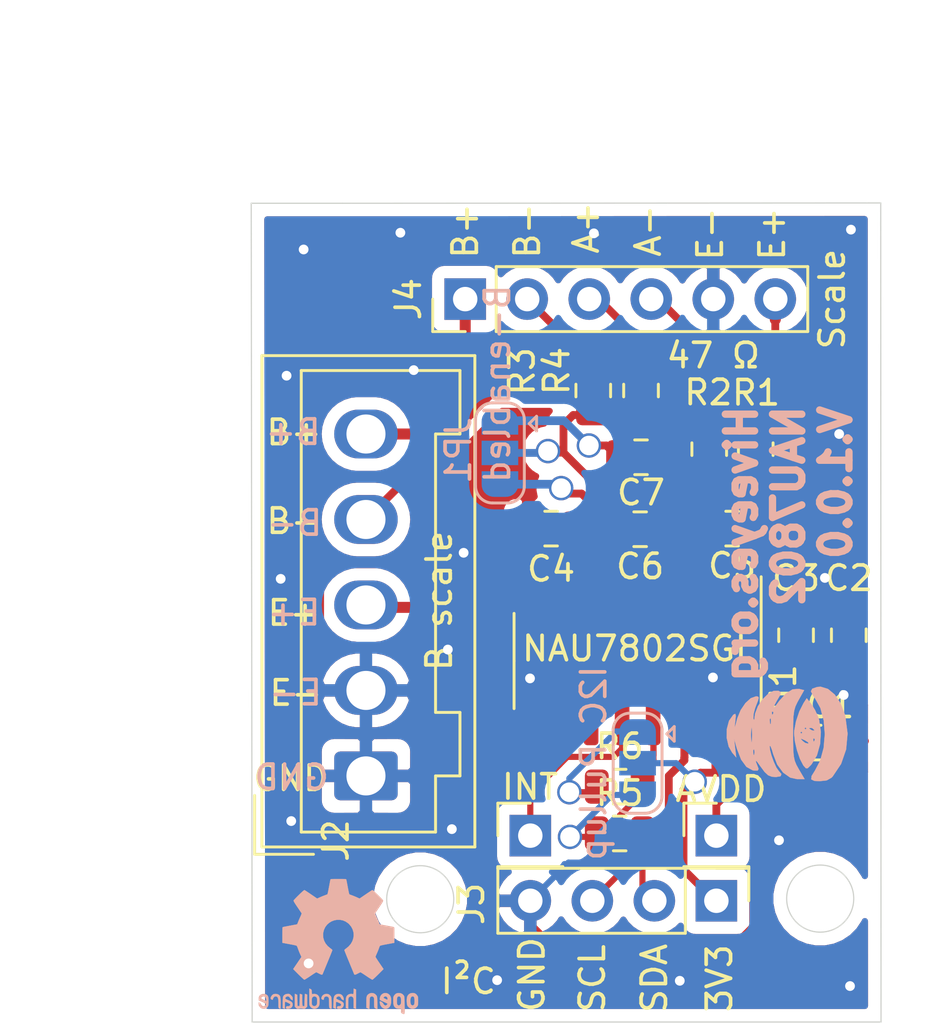
<source format=kicad_pcb>
(kicad_pcb (version 20171130) (host pcbnew "(5.1.6)-1")

  (general
    (thickness 1.6)
    (drawings 33)
    (tracks 260)
    (zones 0)
    (modules 23)
    (nets 22)
  )

  (page A4)
  (layers
    (0 F.Cu signal)
    (31 B.Cu signal)
    (32 B.Adhes user)
    (33 F.Adhes user)
    (34 B.Paste user)
    (35 F.Paste user)
    (36 B.SilkS user)
    (37 F.SilkS user)
    (38 B.Mask user)
    (39 F.Mask user)
    (40 Dwgs.User user)
    (41 Cmts.User user)
    (42 Eco1.User user)
    (43 Eco2.User user)
    (44 Edge.Cuts user)
    (45 Margin user)
    (46 B.CrtYd user)
    (47 F.CrtYd user)
    (48 B.Fab user)
    (49 F.Fab user)
  )

  (setup
    (last_trace_width 0.32)
    (user_trace_width 0.32)
    (user_trace_width 0.45)
    (trace_clearance 0.2)
    (zone_clearance 0.508)
    (zone_45_only no)
    (trace_min 0.2)
    (via_size 0.8)
    (via_drill 0.4)
    (via_min_size 0.4)
    (via_min_drill 0.3)
    (user_via 0.8 0.6)
    (user_via 1 0.8)
    (user_via 1.2 0.8)
    (uvia_size 0.3)
    (uvia_drill 0.1)
    (uvias_allowed no)
    (uvia_min_size 0.2)
    (uvia_min_drill 0.1)
    (edge_width 0.05)
    (segment_width 0.2)
    (pcb_text_width 0.3)
    (pcb_text_size 1.5 1.5)
    (mod_edge_width 0.12)
    (mod_text_size 1 1)
    (mod_text_width 0.15)
    (pad_size 1.7 1.7)
    (pad_drill 1)
    (pad_to_mask_clearance 0.05)
    (aux_axis_origin 0 0)
    (visible_elements 7FFFFF7F)
    (pcbplotparams
      (layerselection 0x010fc_ffffffff)
      (usegerberextensions false)
      (usegerberattributes true)
      (usegerberadvancedattributes true)
      (creategerberjobfile true)
      (excludeedgelayer true)
      (linewidth 0.100000)
      (plotframeref false)
      (viasonmask false)
      (mode 1)
      (useauxorigin false)
      (hpglpennumber 1)
      (hpglpenspeed 20)
      (hpglpendiameter 15.000000)
      (psnegative false)
      (psa4output false)
      (plotreference true)
      (plotvalue true)
      (plotinvisibletext false)
      (padsonsilk false)
      (subtractmaskfromsilk false)
      (outputformat 1)
      (mirror false)
      (drillshape 1)
      (scaleselection 1)
      (outputdirectory "Geber-files/"))
  )

  (net 0 "")
  (net 1 "Net-(C4-Pad1)")
  (net 2 "Net-(C5-Pad2)")
  (net 3 "Net-(C5-Pad1)")
  (net 4 "Net-(C6-Pad2)")
  (net 5 "Net-(C6-Pad1)")
  (net 6 "Net-(U1-Pad11)")
  (net 7 "Net-(U1-Pad10)")
  (net 8 DVDD)
  (net 9 AVDD)
  (net 10 A+)
  (net 11 A-)
  (net 12 AVSS)
  (net 13 B+)
  (net 14 B-)
  (net 15 SDA)
  (net 16 SCL)
  (net 17 INT)
  (net 18 "Net-(C7-Pad1)")
  (net 19 "Net-(JP1-Pad2)")
  (net 20 "Net-(JP2-Pad3)")
  (net 21 "Net-(JP2-Pad1)")

  (net_class Default "This is the default net class."
    (clearance 0.2)
    (trace_width 0.25)
    (via_dia 0.8)
    (via_drill 0.4)
    (uvia_dia 0.3)
    (uvia_drill 0.1)
    (add_net A+)
    (add_net A-)
    (add_net AVDD)
    (add_net AVSS)
    (add_net B+)
    (add_net B-)
    (add_net DVDD)
    (add_net INT)
    (add_net "Net-(C4-Pad1)")
    (add_net "Net-(C5-Pad1)")
    (add_net "Net-(C5-Pad2)")
    (add_net "Net-(C6-Pad1)")
    (add_net "Net-(C6-Pad2)")
    (add_net "Net-(C7-Pad1)")
    (add_net "Net-(JP1-Pad2)")
    (add_net "Net-(JP2-Pad1)")
    (add_net "Net-(JP2-Pad3)")
    (add_net "Net-(U1-Pad10)")
    (add_net "Net-(U1-Pad11)")
    (add_net SCL)
    (add_net SDA)
  )

  (net_class 0,5 ""
    (clearance 0.2)
    (trace_width 0.5)
    (via_dia 0.8)
    (via_drill 0.4)
    (uvia_dia 0.3)
    (uvia_drill 0.1)
  )

  (module Connector_PinHeader_2.54mm:PinHeader_1x01_P2.54mm_Vertical (layer F.Cu) (tedit 5F044105) (tstamp 5F00EF13)
    (at 42.164 53.848)
    (descr "Through hole straight pin header, 1x01, 2.54mm pitch, single row")
    (tags "Through hole pin header THT 1x01 2.54mm single row")
    (path /5F008455)
    (fp_text reference J6 (at 0.0254 -2.4003) (layer F.SilkS) hide
      (effects (font (size 1 1) (thickness 0.15)))
    )
    (fp_text value INT (at 0 2.33) (layer F.Fab)
      (effects (font (size 1 1) (thickness 0.15)))
    )
    (fp_line (start -1.33 -1.33) (end 0 -1.33) (layer F.SilkS) (width 0.12))
    (fp_line (start -1.33 0) (end -1.33 -1.33) (layer F.SilkS) (width 0.12))
    (fp_line (start -1.33 1.27) (end 1.33 1.27) (layer F.SilkS) (width 0.12))
    (fp_line (start 1.33 1.27) (end 1.33 1.33) (layer F.SilkS) (width 0.12))
    (fp_line (start -1.33 1.27) (end -1.33 1.33) (layer F.SilkS) (width 0.12))
    (fp_line (start -1.33 1.33) (end 1.33 1.33) (layer F.SilkS) (width 0.12))
    (fp_line (start -1.27 -0.635) (end -0.635 -1.27) (layer F.Fab) (width 0.1))
    (fp_line (start -1.27 1.27) (end -1.27 -0.635) (layer F.Fab) (width 0.1))
    (fp_line (start 1.27 1.27) (end -1.27 1.27) (layer F.Fab) (width 0.1))
    (fp_line (start 1.27 -1.27) (end 1.27 1.27) (layer F.Fab) (width 0.1))
    (fp_line (start -0.635 -1.27) (end 1.27 -1.27) (layer F.Fab) (width 0.1))
    (fp_text user %R (at 0 0 90) (layer F.Fab)
      (effects (font (size 1 1) (thickness 0.15)))
    )
    (pad 1 thru_hole rect (at 0 0) (size 1.7 1.7) (drill 1) (layers *.Cu *.Mask)
      (net 17 INT))
    (model ${KISYS3DMOD}/Connector_PinHeader_2.54mm.3dshapes/PinHeader_1x01_P2.54mm_Vertical.wrl
      (at (xyz 0 0 0))
      (scale (xyz 1 1 1))
      (rotate (xyz 0 0 0))
    )
  )

  (module Resistor_SMD:R_0805_2012Metric (layer F.Cu) (tedit 5B36C52B) (tstamp 5F04A14E)
    (at 45.8239 51.8414)
    (descr "Resistor SMD 0805 (2012 Metric), square (rectangular) end terminal, IPC_7351 nominal, (Body size source: https://docs.google.com/spreadsheets/d/1BsfQQcO9C6DZCsRaXUlFlo91Tg2WpOkGARC1WS5S8t0/edit?usp=sharing), generated with kicad-footprint-generator")
    (tags resistor)
    (path /5F05BCD1)
    (attr smd)
    (fp_text reference R6 (at 0 -1.65) (layer F.SilkS)
      (effects (font (size 1 1) (thickness 0.15)))
    )
    (fp_text value R (at 0 1.65) (layer F.Fab)
      (effects (font (size 1 1) (thickness 0.15)))
    )
    (fp_text user %R (at 0 0) (layer F.Fab)
      (effects (font (size 0.5 0.5) (thickness 0.08)))
    )
    (fp_line (start -1 0.6) (end -1 -0.6) (layer F.Fab) (width 0.1))
    (fp_line (start -1 -0.6) (end 1 -0.6) (layer F.Fab) (width 0.1))
    (fp_line (start 1 -0.6) (end 1 0.6) (layer F.Fab) (width 0.1))
    (fp_line (start 1 0.6) (end -1 0.6) (layer F.Fab) (width 0.1))
    (fp_line (start -0.258578 -0.71) (end 0.258578 -0.71) (layer F.SilkS) (width 0.12))
    (fp_line (start -0.258578 0.71) (end 0.258578 0.71) (layer F.SilkS) (width 0.12))
    (fp_line (start -1.68 0.95) (end -1.68 -0.95) (layer F.CrtYd) (width 0.05))
    (fp_line (start -1.68 -0.95) (end 1.68 -0.95) (layer F.CrtYd) (width 0.05))
    (fp_line (start 1.68 -0.95) (end 1.68 0.95) (layer F.CrtYd) (width 0.05))
    (fp_line (start 1.68 0.95) (end -1.68 0.95) (layer F.CrtYd) (width 0.05))
    (pad 2 smd roundrect (at 0.9375 0) (size 0.975 1.4) (layers F.Cu F.Paste F.Mask) (roundrect_rratio 0.25)
      (net 16 SCL))
    (pad 1 smd roundrect (at -0.9375 0) (size 0.975 1.4) (layers F.Cu F.Paste F.Mask) (roundrect_rratio 0.25)
      (net 21 "Net-(JP2-Pad1)"))
    (model ${KISYS3DMOD}/Resistor_SMD.3dshapes/R_0805_2012Metric.wrl
      (at (xyz 0 0 0))
      (scale (xyz 1 1 1))
      (rotate (xyz 0 0 0))
    )
  )

  (module Resistor_SMD:R_0805_2012Metric (layer F.Cu) (tedit 5B36C52B) (tstamp 5F04A13D)
    (at 45.8239 53.7591)
    (descr "Resistor SMD 0805 (2012 Metric), square (rectangular) end terminal, IPC_7351 nominal, (Body size source: https://docs.google.com/spreadsheets/d/1BsfQQcO9C6DZCsRaXUlFlo91Tg2WpOkGARC1WS5S8t0/edit?usp=sharing), generated with kicad-footprint-generator")
    (tags resistor)
    (path /5F05ACB5)
    (attr smd)
    (fp_text reference R5 (at 0 -1.65) (layer F.SilkS)
      (effects (font (size 1 1) (thickness 0.15)))
    )
    (fp_text value R (at 0 1.65) (layer F.Fab)
      (effects (font (size 1 1) (thickness 0.15)))
    )
    (fp_text user %R (at 0 0) (layer F.Fab)
      (effects (font (size 0.5 0.5) (thickness 0.08)))
    )
    (fp_line (start -1 0.6) (end -1 -0.6) (layer F.Fab) (width 0.1))
    (fp_line (start -1 -0.6) (end 1 -0.6) (layer F.Fab) (width 0.1))
    (fp_line (start 1 -0.6) (end 1 0.6) (layer F.Fab) (width 0.1))
    (fp_line (start 1 0.6) (end -1 0.6) (layer F.Fab) (width 0.1))
    (fp_line (start -0.258578 -0.71) (end 0.258578 -0.71) (layer F.SilkS) (width 0.12))
    (fp_line (start -0.258578 0.71) (end 0.258578 0.71) (layer F.SilkS) (width 0.12))
    (fp_line (start -1.68 0.95) (end -1.68 -0.95) (layer F.CrtYd) (width 0.05))
    (fp_line (start -1.68 -0.95) (end 1.68 -0.95) (layer F.CrtYd) (width 0.05))
    (fp_line (start 1.68 -0.95) (end 1.68 0.95) (layer F.CrtYd) (width 0.05))
    (fp_line (start 1.68 0.95) (end -1.68 0.95) (layer F.CrtYd) (width 0.05))
    (pad 2 smd roundrect (at 0.9375 0) (size 0.975 1.4) (layers F.Cu F.Paste F.Mask) (roundrect_rratio 0.25)
      (net 15 SDA))
    (pad 1 smd roundrect (at -0.9375 0) (size 0.975 1.4) (layers F.Cu F.Paste F.Mask) (roundrect_rratio 0.25)
      (net 20 "Net-(JP2-Pad3)"))
    (model ${KISYS3DMOD}/Resistor_SMD.3dshapes/R_0805_2012Metric.wrl
      (at (xyz 0 0 0))
      (scale (xyz 1 1 1))
      (rotate (xyz 0 0 0))
    )
  )

  (module Jumper:SolderJumper-3_P1.3mm_Open_RoundedPad1.0x1.5mm (layer B.Cu) (tedit 5B391EB7) (tstamp 5F04A0AC)
    (at 46.5582 50.8808 270)
    (descr "SMD Solder 3-pad Jumper, 1x1.5mm rounded Pads, 0.3mm gap, open")
    (tags "solder jumper open")
    (path /5F0512F0)
    (attr virtual)
    (fp_text reference "I2C Pullup" (at 0 1.8 90) (layer B.SilkS)
      (effects (font (size 1 1) (thickness 0.15)) (justify mirror))
    )
    (fp_text value Jumper_NC_Dual (at 0 -1.9 90) (layer B.Fab)
      (effects (font (size 1 1) (thickness 0.15)) (justify mirror))
    )
    (fp_arc (start -1.35 0.3) (end -1.35 1) (angle 90) (layer B.SilkS) (width 0.12))
    (fp_arc (start -1.35 -0.3) (end -2.05 -0.3) (angle 90) (layer B.SilkS) (width 0.12))
    (fp_arc (start 1.35 -0.3) (end 1.35 -1) (angle 90) (layer B.SilkS) (width 0.12))
    (fp_arc (start 1.35 0.3) (end 2.05 0.3) (angle 90) (layer B.SilkS) (width 0.12))
    (fp_line (start -1.2 -1.2) (end -0.9 -1.5) (layer B.SilkS) (width 0.12))
    (fp_line (start -1.5 -1.5) (end -0.9 -1.5) (layer B.SilkS) (width 0.12))
    (fp_line (start -1.2 -1.2) (end -1.5 -1.5) (layer B.SilkS) (width 0.12))
    (fp_line (start -2.05 -0.3) (end -2.05 0.3) (layer B.SilkS) (width 0.12))
    (fp_line (start 1.4 -1) (end -1.4 -1) (layer B.SilkS) (width 0.12))
    (fp_line (start 2.05 0.3) (end 2.05 -0.3) (layer B.SilkS) (width 0.12))
    (fp_line (start -1.4 1) (end 1.4 1) (layer B.SilkS) (width 0.12))
    (fp_line (start -2.3 1.25) (end 2.3 1.25) (layer B.CrtYd) (width 0.05))
    (fp_line (start -2.3 1.25) (end -2.3 -1.25) (layer B.CrtYd) (width 0.05))
    (fp_line (start 2.3 -1.25) (end 2.3 1.25) (layer B.CrtYd) (width 0.05))
    (fp_line (start 2.3 -1.25) (end -2.3 -1.25) (layer B.CrtYd) (width 0.05))
    (pad 2 smd rect (at 0 0 270) (size 1 1.5) (layers B.Cu B.Mask)
      (net 8 DVDD))
    (pad 3 smd custom (at 1.3 0 270) (size 1 0.5) (layers B.Cu B.Mask)
      (net 20 "Net-(JP2-Pad3)") (zone_connect 2)
      (options (clearance outline) (anchor rect))
      (primitives
        (gr_circle (center 0 -0.25) (end 0.5 -0.25) (width 0))
        (gr_circle (center 0 0.25) (end 0.5 0.25) (width 0))
        (gr_poly (pts
           (xy -0.55 0.75) (xy 0 0.75) (xy 0 -0.75) (xy -0.55 -0.75)) (width 0))
      ))
    (pad 1 smd custom (at -1.3 0 270) (size 1 0.5) (layers B.Cu B.Mask)
      (net 21 "Net-(JP2-Pad1)") (zone_connect 2)
      (options (clearance outline) (anchor rect))
      (primitives
        (gr_circle (center 0 -0.25) (end 0.5 -0.25) (width 0))
        (gr_circle (center 0 0.25) (end 0.5 0.25) (width 0))
        (gr_poly (pts
           (xy 0.55 0.75) (xy 0 0.75) (xy 0 -0.75) (xy 0.55 -0.75)) (width 0))
      ))
  )

  (module KiCad:OSHW-Logo2_7.3x6mm_SilkScreen (layer B.Cu) (tedit 0) (tstamp 5F025654)
    (at 34.3027 58.3819 180)
    (descr "Open Source Hardware Symbol")
    (tags "Logo Symbol OSHW")
    (attr virtual)
    (fp_text reference REF** (at 0 0) (layer B.SilkS) hide
      (effects (font (size 1 1) (thickness 0.15)) (justify mirror))
    )
    (fp_text value OSHW-Logo2_7.3x6mm_SilkScreen (at 0.75 0) (layer B.Fab) hide
      (effects (font (size 1 1) (thickness 0.15)) (justify mirror))
    )
    (fp_poly (pts (xy 0.10391 2.757652) (xy 0.182454 2.757222) (xy 0.239298 2.756058) (xy 0.278105 2.753793)
      (xy 0.302538 2.75006) (xy 0.316262 2.744494) (xy 0.32294 2.736727) (xy 0.326236 2.726395)
      (xy 0.326556 2.725057) (xy 0.331562 2.700921) (xy 0.340829 2.653299) (xy 0.353392 2.587259)
      (xy 0.368287 2.507872) (xy 0.384551 2.420204) (xy 0.385119 2.417125) (xy 0.40141 2.331211)
      (xy 0.416652 2.255304) (xy 0.429861 2.193955) (xy 0.440054 2.151718) (xy 0.446248 2.133145)
      (xy 0.446543 2.132816) (xy 0.464788 2.123747) (xy 0.502405 2.108633) (xy 0.551271 2.090738)
      (xy 0.551543 2.090642) (xy 0.613093 2.067507) (xy 0.685657 2.038035) (xy 0.754057 2.008403)
      (xy 0.757294 2.006938) (xy 0.868702 1.956374) (xy 1.115399 2.12484) (xy 1.191077 2.176197)
      (xy 1.259631 2.222111) (xy 1.317088 2.25997) (xy 1.359476 2.287163) (xy 1.382825 2.301079)
      (xy 1.385042 2.302111) (xy 1.40201 2.297516) (xy 1.433701 2.275345) (xy 1.481352 2.234553)
      (xy 1.546198 2.174095) (xy 1.612397 2.109773) (xy 1.676214 2.046388) (xy 1.733329 1.988549)
      (xy 1.780305 1.939825) (xy 1.813703 1.90379) (xy 1.830085 1.884016) (xy 1.830694 1.882998)
      (xy 1.832505 1.869428) (xy 1.825683 1.847267) (xy 1.80854 1.813522) (xy 1.779393 1.7652)
      (xy 1.736555 1.699308) (xy 1.679448 1.614483) (xy 1.628766 1.539823) (xy 1.583461 1.47286)
      (xy 1.54615 1.417484) (xy 1.519452 1.37758) (xy 1.505985 1.357038) (xy 1.505137 1.355644)
      (xy 1.506781 1.335962) (xy 1.519245 1.297707) (xy 1.540048 1.248111) (xy 1.547462 1.232272)
      (xy 1.579814 1.16171) (xy 1.614328 1.081647) (xy 1.642365 1.012371) (xy 1.662568 0.960955)
      (xy 1.678615 0.921881) (xy 1.687888 0.901459) (xy 1.689041 0.899886) (xy 1.706096 0.897279)
      (xy 1.746298 0.890137) (xy 1.804302 0.879477) (xy 1.874763 0.866315) (xy 1.952335 0.851667)
      (xy 2.031672 0.836551) (xy 2.107431 0.821982) (xy 2.174264 0.808978) (xy 2.226828 0.798555)
      (xy 2.259776 0.79173) (xy 2.267857 0.789801) (xy 2.276205 0.785038) (xy 2.282506 0.774282)
      (xy 2.287045 0.753902) (xy 2.290104 0.720266) (xy 2.291967 0.669745) (xy 2.292918 0.598708)
      (xy 2.29324 0.503524) (xy 2.293257 0.464508) (xy 2.293257 0.147201) (xy 2.217057 0.132161)
      (xy 2.174663 0.124005) (xy 2.1114 0.112101) (xy 2.034962 0.097884) (xy 1.953043 0.08279)
      (xy 1.9304 0.078645) (xy 1.854806 0.063947) (xy 1.788953 0.049495) (xy 1.738366 0.036625)
      (xy 1.708574 0.026678) (xy 1.703612 0.023713) (xy 1.691426 0.002717) (xy 1.673953 -0.037967)
      (xy 1.654577 -0.090322) (xy 1.650734 -0.1016) (xy 1.625339 -0.171523) (xy 1.593817 -0.250418)
      (xy 1.562969 -0.321266) (xy 1.562817 -0.321595) (xy 1.511447 -0.432733) (xy 1.680399 -0.681253)
      (xy 1.849352 -0.929772) (xy 1.632429 -1.147058) (xy 1.566819 -1.211726) (xy 1.506979 -1.268733)
      (xy 1.456267 -1.315033) (xy 1.418046 -1.347584) (xy 1.395675 -1.363343) (xy 1.392466 -1.364343)
      (xy 1.373626 -1.356469) (xy 1.33518 -1.334578) (xy 1.28133 -1.301267) (xy 1.216276 -1.259131)
      (xy 1.14594 -1.211943) (xy 1.074555 -1.16381) (xy 1.010908 -1.121928) (xy 0.959041 -1.088871)
      (xy 0.922995 -1.067218) (xy 0.906867 -1.059543) (xy 0.887189 -1.066037) (xy 0.849875 -1.08315)
      (xy 0.802621 -1.107326) (xy 0.797612 -1.110013) (xy 0.733977 -1.141927) (xy 0.690341 -1.157579)
      (xy 0.663202 -1.157745) (xy 0.649057 -1.143204) (xy 0.648975 -1.143) (xy 0.641905 -1.125779)
      (xy 0.625042 -1.084899) (xy 0.599695 -1.023525) (xy 0.567171 -0.944819) (xy 0.528778 -0.851947)
      (xy 0.485822 -0.748072) (xy 0.444222 -0.647502) (xy 0.398504 -0.536516) (xy 0.356526 -0.433703)
      (xy 0.319548 -0.342215) (xy 0.288827 -0.265201) (xy 0.265622 -0.205815) (xy 0.25119 -0.167209)
      (xy 0.246743 -0.1528) (xy 0.257896 -0.136272) (xy 0.287069 -0.10993) (xy 0.325971 -0.080887)
      (xy 0.436757 0.010961) (xy 0.523351 0.116241) (xy 0.584716 0.232734) (xy 0.619815 0.358224)
      (xy 0.627608 0.490493) (xy 0.621943 0.551543) (xy 0.591078 0.678205) (xy 0.53792 0.790059)
      (xy 0.465767 0.885999) (xy 0.377917 0.964924) (xy 0.277665 1.02573) (xy 0.16831 1.067313)
      (xy 0.053147 1.088572) (xy -0.064525 1.088401) (xy -0.18141 1.065699) (xy -0.294211 1.019362)
      (xy -0.399631 0.948287) (xy -0.443632 0.908089) (xy -0.528021 0.804871) (xy -0.586778 0.692075)
      (xy -0.620296 0.57299) (xy -0.628965 0.450905) (xy -0.613177 0.329107) (xy -0.573322 0.210884)
      (xy -0.509793 0.099525) (xy -0.422979 -0.001684) (xy -0.325971 -0.080887) (xy -0.285563 -0.111162)
      (xy -0.257018 -0.137219) (xy -0.246743 -0.152825) (xy -0.252123 -0.169843) (xy -0.267425 -0.2105)
      (xy -0.291388 -0.271642) (xy -0.322756 -0.350119) (xy -0.360268 -0.44278) (xy -0.402667 -0.546472)
      (xy -0.444337 -0.647526) (xy -0.49031 -0.758607) (xy -0.532893 -0.861541) (xy -0.570779 -0.953165)
      (xy -0.60266 -1.030316) (xy -0.627229 -1.089831) (xy -0.64318 -1.128544) (xy -0.64909 -1.143)
      (xy -0.663052 -1.157685) (xy -0.69006 -1.157642) (xy -0.733587 -1.142099) (xy -0.79711 -1.110284)
      (xy -0.797612 -1.110013) (xy -0.84544 -1.085323) (xy -0.884103 -1.067338) (xy -0.905905 -1.059614)
      (xy -0.906867 -1.059543) (xy -0.923279 -1.067378) (xy -0.959513 -1.089165) (xy -1.011526 -1.122328)
      (xy -1.075275 -1.164291) (xy -1.14594 -1.211943) (xy -1.217884 -1.260191) (xy -1.282726 -1.302151)
      (xy -1.336265 -1.335227) (xy -1.374303 -1.356821) (xy -1.392467 -1.364343) (xy -1.409192 -1.354457)
      (xy -1.44282 -1.326826) (xy -1.48999 -1.284495) (xy -1.547342 -1.230505) (xy -1.611516 -1.167899)
      (xy -1.632503 -1.146983) (xy -1.849501 -0.929623) (xy -1.684332 -0.68722) (xy -1.634136 -0.612781)
      (xy -1.590081 -0.545972) (xy -1.554638 -0.490665) (xy -1.530281 -0.450729) (xy -1.519478 -0.430036)
      (xy -1.519162 -0.428563) (xy -1.524857 -0.409058) (xy -1.540174 -0.369822) (xy -1.562463 -0.31743)
      (xy -1.578107 -0.282355) (xy -1.607359 -0.215201) (xy -1.634906 -0.147358) (xy -1.656263 -0.090034)
      (xy -1.662065 -0.072572) (xy -1.678548 -0.025938) (xy -1.69466 0.010095) (xy -1.70351 0.023713)
      (xy -1.72304 0.032048) (xy -1.765666 0.043863) (xy -1.825855 0.057819) (xy -1.898078 0.072578)
      (xy -1.9304 0.078645) (xy -2.012478 0.093727) (xy -2.091205 0.108331) (xy -2.158891 0.12102)
      (xy -2.20784 0.130358) (xy -2.217057 0.132161) (xy -2.293257 0.147201) (xy -2.293257 0.464508)
      (xy -2.293086 0.568846) (xy -2.292384 0.647787) (xy -2.290866 0.704962) (xy -2.288251 0.744001)
      (xy -2.284254 0.768535) (xy -2.278591 0.782195) (xy -2.27098 0.788611) (xy -2.267857 0.789801)
      (xy -2.249022 0.79402) (xy -2.207412 0.802438) (xy -2.14837 0.814039) (xy -2.077243 0.827805)
      (xy -1.999375 0.84272) (xy -1.920113 0.857768) (xy -1.844802 0.871931) (xy -1.778787 0.884194)
      (xy -1.727413 0.893539) (xy -1.696025 0.89895) (xy -1.689041 0.899886) (xy -1.682715 0.912404)
      (xy -1.66871 0.945754) (xy -1.649645 0.993623) (xy -1.642366 1.012371) (xy -1.613004 1.084805)
      (xy -1.578429 1.16483) (xy -1.547463 1.232272) (xy -1.524677 1.283841) (xy -1.509518 1.326215)
      (xy -1.504458 1.352166) (xy -1.505264 1.355644) (xy -1.515959 1.372064) (xy -1.54038 1.408583)
      (xy -1.575905 1.461313) (xy -1.619913 1.526365) (xy -1.669783 1.599849) (xy -1.679644 1.614355)
      (xy -1.737508 1.700296) (xy -1.780044 1.765739) (xy -1.808946 1.813696) (xy -1.82591 1.84718)
      (xy -1.832633 1.869205) (xy -1.83081 1.882783) (xy -1.830764 1.882869) (xy -1.816414 1.900703)
      (xy -1.784677 1.935183) (xy -1.73899 1.982732) (xy -1.682796 2.039778) (xy -1.619532 2.102745)
      (xy -1.612398 2.109773) (xy -1.53267 2.18698) (xy -1.471143 2.24367) (xy -1.426579 2.28089)
      (xy -1.397743 2.299685) (xy -1.385042 2.302111) (xy -1.366506 2.291529) (xy -1.328039 2.267084)
      (xy -1.273614 2.231388) (xy -1.207202 2.187053) (xy -1.132775 2.136689) (xy -1.115399 2.12484)
      (xy -0.868703 1.956374) (xy -0.757294 2.006938) (xy -0.689543 2.036405) (xy -0.616817 2.066041)
      (xy -0.554297 2.08967) (xy -0.551543 2.090642) (xy -0.50264 2.108543) (xy -0.464943 2.12368)
      (xy -0.446575 2.13279) (xy -0.446544 2.132816) (xy -0.440715 2.149283) (xy -0.430808 2.189781)
      (xy -0.417805 2.249758) (xy -0.402691 2.32466) (xy -0.386448 2.409936) (xy -0.385119 2.417125)
      (xy -0.368825 2.504986) (xy -0.353867 2.58474) (xy -0.341209 2.651319) (xy -0.331814 2.699653)
      (xy -0.326646 2.724675) (xy -0.326556 2.725057) (xy -0.323411 2.735701) (xy -0.317296 2.743738)
      (xy -0.304547 2.749533) (xy -0.2815 2.753453) (xy -0.244491 2.755865) (xy -0.189856 2.757135)
      (xy -0.113933 2.757629) (xy -0.013056 2.757714) (xy 0 2.757714) (xy 0.10391 2.757652)) (layer B.SilkS) (width 0.01))
    (fp_poly (pts (xy 3.153595 -1.966966) (xy 3.211021 -2.004497) (xy 3.238719 -2.038096) (xy 3.260662 -2.099064)
      (xy 3.262405 -2.147308) (xy 3.258457 -2.211816) (xy 3.109686 -2.276934) (xy 3.037349 -2.310202)
      (xy 2.990084 -2.336964) (xy 2.965507 -2.360144) (xy 2.961237 -2.382667) (xy 2.974889 -2.407455)
      (xy 2.989943 -2.423886) (xy 3.033746 -2.450235) (xy 3.081389 -2.452081) (xy 3.125145 -2.431546)
      (xy 3.157289 -2.390752) (xy 3.163038 -2.376347) (xy 3.190576 -2.331356) (xy 3.222258 -2.312182)
      (xy 3.265714 -2.295779) (xy 3.265714 -2.357966) (xy 3.261872 -2.400283) (xy 3.246823 -2.435969)
      (xy 3.21528 -2.476943) (xy 3.210592 -2.482267) (xy 3.175506 -2.51872) (xy 3.145347 -2.538283)
      (xy 3.107615 -2.547283) (xy 3.076335 -2.55023) (xy 3.020385 -2.550965) (xy 2.980555 -2.54166)
      (xy 2.955708 -2.527846) (xy 2.916656 -2.497467) (xy 2.889625 -2.464613) (xy 2.872517 -2.423294)
      (xy 2.863238 -2.367521) (xy 2.859693 -2.291305) (xy 2.85941 -2.252622) (xy 2.860372 -2.206247)
      (xy 2.948007 -2.206247) (xy 2.949023 -2.231126) (xy 2.951556 -2.2352) (xy 2.968274 -2.229665)
      (xy 3.004249 -2.215017) (xy 3.052331 -2.19419) (xy 3.062386 -2.189714) (xy 3.123152 -2.158814)
      (xy 3.156632 -2.131657) (xy 3.16399 -2.10622) (xy 3.146391 -2.080481) (xy 3.131856 -2.069109)
      (xy 3.07941 -2.046364) (xy 3.030322 -2.050122) (xy 2.989227 -2.077884) (xy 2.960758 -2.127152)
      (xy 2.951631 -2.166257) (xy 2.948007 -2.206247) (xy 2.860372 -2.206247) (xy 2.861285 -2.162249)
      (xy 2.868196 -2.095384) (xy 2.881884 -2.046695) (xy 2.904096 -2.010849) (xy 2.936574 -1.982513)
      (xy 2.950733 -1.973355) (xy 3.015053 -1.949507) (xy 3.085473 -1.948006) (xy 3.153595 -1.966966)) (layer B.SilkS) (width 0.01))
    (fp_poly (pts (xy 2.6526 -1.958752) (xy 2.669948 -1.966334) (xy 2.711356 -1.999128) (xy 2.746765 -2.046547)
      (xy 2.768664 -2.097151) (xy 2.772229 -2.122098) (xy 2.760279 -2.156927) (xy 2.734067 -2.175357)
      (xy 2.705964 -2.186516) (xy 2.693095 -2.188572) (xy 2.686829 -2.173649) (xy 2.674456 -2.141175)
      (xy 2.669028 -2.126502) (xy 2.63859 -2.075744) (xy 2.59452 -2.050427) (xy 2.53801 -2.051206)
      (xy 2.533825 -2.052203) (xy 2.503655 -2.066507) (xy 2.481476 -2.094393) (xy 2.466327 -2.139287)
      (xy 2.45725 -2.204615) (xy 2.453286 -2.293804) (xy 2.452914 -2.341261) (xy 2.45273 -2.416071)
      (xy 2.451522 -2.467069) (xy 2.448309 -2.499471) (xy 2.442109 -2.518495) (xy 2.43194 -2.529356)
      (xy 2.416819 -2.537272) (xy 2.415946 -2.53767) (xy 2.386828 -2.549981) (xy 2.372403 -2.554514)
      (xy 2.370186 -2.540809) (xy 2.368289 -2.502925) (xy 2.366847 -2.445715) (xy 2.365998 -2.374027)
      (xy 2.365829 -2.321565) (xy 2.366692 -2.220047) (xy 2.37007 -2.143032) (xy 2.377142 -2.086023)
      (xy 2.389088 -2.044526) (xy 2.40709 -2.014043) (xy 2.432327 -1.99008) (xy 2.457247 -1.973355)
      (xy 2.517171 -1.951097) (xy 2.586911 -1.946076) (xy 2.6526 -1.958752)) (layer B.SilkS) (width 0.01))
    (fp_poly (pts (xy 2.144876 -1.956335) (xy 2.186667 -1.975344) (xy 2.219469 -1.998378) (xy 2.243503 -2.024133)
      (xy 2.260097 -2.057358) (xy 2.270577 -2.1028) (xy 2.276271 -2.165207) (xy 2.278507 -2.249327)
      (xy 2.278743 -2.304721) (xy 2.278743 -2.520826) (xy 2.241774 -2.53767) (xy 2.212656 -2.549981)
      (xy 2.198231 -2.554514) (xy 2.195472 -2.541025) (xy 2.193282 -2.504653) (xy 2.191942 -2.451542)
      (xy 2.191657 -2.409372) (xy 2.190434 -2.348447) (xy 2.187136 -2.300115) (xy 2.182321 -2.270518)
      (xy 2.178496 -2.264229) (xy 2.152783 -2.270652) (xy 2.112418 -2.287125) (xy 2.065679 -2.309458)
      (xy 2.020845 -2.333457) (xy 1.986193 -2.35493) (xy 1.970002 -2.369685) (xy 1.969938 -2.369845)
      (xy 1.97133 -2.397152) (xy 1.983818 -2.423219) (xy 2.005743 -2.444392) (xy 2.037743 -2.451474)
      (xy 2.065092 -2.450649) (xy 2.103826 -2.450042) (xy 2.124158 -2.459116) (xy 2.136369 -2.483092)
      (xy 2.137909 -2.487613) (xy 2.143203 -2.521806) (xy 2.129047 -2.542568) (xy 2.092148 -2.552462)
      (xy 2.052289 -2.554292) (xy 1.980562 -2.540727) (xy 1.943432 -2.521355) (xy 1.897576 -2.475845)
      (xy 1.873256 -2.419983) (xy 1.871073 -2.360957) (xy 1.891629 -2.305953) (xy 1.922549 -2.271486)
      (xy 1.95342 -2.252189) (xy 2.001942 -2.227759) (xy 2.058485 -2.202985) (xy 2.06791 -2.199199)
      (xy 2.130019 -2.171791) (xy 2.165822 -2.147634) (xy 2.177337 -2.123619) (xy 2.16658 -2.096635)
      (xy 2.148114 -2.075543) (xy 2.104469 -2.049572) (xy 2.056446 -2.047624) (xy 2.012406 -2.067637)
      (xy 1.980709 -2.107551) (xy 1.976549 -2.117848) (xy 1.952327 -2.155724) (xy 1.916965 -2.183842)
      (xy 1.872343 -2.206917) (xy 1.872343 -2.141485) (xy 1.874969 -2.101506) (xy 1.88623 -2.069997)
      (xy 1.911199 -2.036378) (xy 1.935169 -2.010484) (xy 1.972441 -1.973817) (xy 2.001401 -1.954121)
      (xy 2.032505 -1.94622) (xy 2.067713 -1.944914) (xy 2.144876 -1.956335)) (layer B.SilkS) (width 0.01))
    (fp_poly (pts (xy 1.779833 -1.958663) (xy 1.782048 -1.99685) (xy 1.783784 -2.054886) (xy 1.784899 -2.12818)
      (xy 1.785257 -2.205055) (xy 1.785257 -2.465196) (xy 1.739326 -2.511127) (xy 1.707675 -2.539429)
      (xy 1.67989 -2.550893) (xy 1.641915 -2.550168) (xy 1.62684 -2.548321) (xy 1.579726 -2.542948)
      (xy 1.540756 -2.539869) (xy 1.531257 -2.539585) (xy 1.499233 -2.541445) (xy 1.453432 -2.546114)
      (xy 1.435674 -2.548321) (xy 1.392057 -2.551735) (xy 1.362745 -2.54432) (xy 1.33368 -2.521427)
      (xy 1.323188 -2.511127) (xy 1.277257 -2.465196) (xy 1.277257 -1.978602) (xy 1.314226 -1.961758)
      (xy 1.346059 -1.949282) (xy 1.364683 -1.944914) (xy 1.369458 -1.958718) (xy 1.373921 -1.997286)
      (xy 1.377775 -2.056356) (xy 1.380722 -2.131663) (xy 1.382143 -2.195286) (xy 1.386114 -2.445657)
      (xy 1.420759 -2.450556) (xy 1.452268 -2.447131) (xy 1.467708 -2.436041) (xy 1.472023 -2.415308)
      (xy 1.475708 -2.371145) (xy 1.478469 -2.309146) (xy 1.480012 -2.234909) (xy 1.480235 -2.196706)
      (xy 1.480457 -1.976783) (xy 1.526166 -1.960849) (xy 1.558518 -1.950015) (xy 1.576115 -1.944962)
      (xy 1.576623 -1.944914) (xy 1.578388 -1.958648) (xy 1.580329 -1.99673) (xy 1.582282 -2.054482)
      (xy 1.584084 -2.127227) (xy 1.585343 -2.195286) (xy 1.589314 -2.445657) (xy 1.6764 -2.445657)
      (xy 1.680396 -2.21724) (xy 1.684392 -1.988822) (xy 1.726847 -1.966868) (xy 1.758192 -1.951793)
      (xy 1.776744 -1.944951) (xy 1.777279 -1.944914) (xy 1.779833 -1.958663)) (layer B.SilkS) (width 0.01))
    (fp_poly (pts (xy 1.190117 -2.065358) (xy 1.189933 -2.173837) (xy 1.189219 -2.257287) (xy 1.187675 -2.319704)
      (xy 1.185001 -2.365085) (xy 1.180894 -2.397429) (xy 1.175055 -2.420733) (xy 1.167182 -2.438995)
      (xy 1.161221 -2.449418) (xy 1.111855 -2.505945) (xy 1.049264 -2.541377) (xy 0.980013 -2.55409)
      (xy 0.910668 -2.542463) (xy 0.869375 -2.521568) (xy 0.826025 -2.485422) (xy 0.796481 -2.441276)
      (xy 0.778655 -2.383462) (xy 0.770463 -2.306313) (xy 0.769302 -2.249714) (xy 0.769458 -2.245647)
      (xy 0.870857 -2.245647) (xy 0.871476 -2.31055) (xy 0.874314 -2.353514) (xy 0.88084 -2.381622)
      (xy 0.892523 -2.401953) (xy 0.906483 -2.417288) (xy 0.953365 -2.44689) (xy 1.003701 -2.449419)
      (xy 1.051276 -2.424705) (xy 1.054979 -2.421356) (xy 1.070783 -2.403935) (xy 1.080693 -2.383209)
      (xy 1.086058 -2.352362) (xy 1.088228 -2.304577) (xy 1.088571 -2.251748) (xy 1.087827 -2.185381)
      (xy 1.084748 -2.141106) (xy 1.078061 -2.112009) (xy 1.066496 -2.091173) (xy 1.057013 -2.080107)
      (xy 1.01296 -2.052198) (xy 0.962224 -2.048843) (xy 0.913796 -2.070159) (xy 0.90445 -2.078073)
      (xy 0.88854 -2.095647) (xy 0.87861 -2.116587) (xy 0.873278 -2.147782) (xy 0.871163 -2.196122)
      (xy 0.870857 -2.245647) (xy 0.769458 -2.245647) (xy 0.77281 -2.158568) (xy 0.784726 -2.090086)
      (xy 0.807135 -2.0386) (xy 0.842124 -1.998443) (xy 0.869375 -1.977861) (xy 0.918907 -1.955625)
      (xy 0.976316 -1.945304) (xy 1.029682 -1.948067) (xy 1.059543 -1.959212) (xy 1.071261 -1.962383)
      (xy 1.079037 -1.950557) (xy 1.084465 -1.918866) (xy 1.088571 -1.870593) (xy 1.093067 -1.816829)
      (xy 1.099313 -1.784482) (xy 1.110676 -1.765985) (xy 1.130528 -1.75377) (xy 1.143 -1.748362)
      (xy 1.190171 -1.728601) (xy 1.190117 -2.065358)) (layer B.SilkS) (width 0.01))
    (fp_poly (pts (xy 0.529926 -1.949755) (xy 0.595858 -1.974084) (xy 0.649273 -2.017117) (xy 0.670164 -2.047409)
      (xy 0.692939 -2.102994) (xy 0.692466 -2.143186) (xy 0.668562 -2.170217) (xy 0.659717 -2.174813)
      (xy 0.62153 -2.189144) (xy 0.602028 -2.185472) (xy 0.595422 -2.161407) (xy 0.595086 -2.148114)
      (xy 0.582992 -2.09921) (xy 0.551471 -2.064999) (xy 0.507659 -2.048476) (xy 0.458695 -2.052634)
      (xy 0.418894 -2.074227) (xy 0.40545 -2.086544) (xy 0.395921 -2.101487) (xy 0.389485 -2.124075)
      (xy 0.385317 -2.159328) (xy 0.382597 -2.212266) (xy 0.380502 -2.287907) (xy 0.37996 -2.311857)
      (xy 0.377981 -2.39379) (xy 0.375731 -2.451455) (xy 0.372357 -2.489608) (xy 0.367006 -2.513004)
      (xy 0.358824 -2.526398) (xy 0.346959 -2.534545) (xy 0.339362 -2.538144) (xy 0.307102 -2.550452)
      (xy 0.288111 -2.554514) (xy 0.281836 -2.540948) (xy 0.278006 -2.499934) (xy 0.2766 -2.430999)
      (xy 0.277598 -2.333669) (xy 0.277908 -2.318657) (xy 0.280101 -2.229859) (xy 0.282693 -2.165019)
      (xy 0.286382 -2.119067) (xy 0.291864 -2.086935) (xy 0.299835 -2.063553) (xy 0.310993 -2.043852)
      (xy 0.31683 -2.03541) (xy 0.350296 -1.998057) (xy 0.387727 -1.969003) (xy 0.392309 -1.966467)
      (xy 0.459426 -1.946443) (xy 0.529926 -1.949755)) (layer B.SilkS) (width 0.01))
    (fp_poly (pts (xy 0.039744 -1.950968) (xy 0.096616 -1.972087) (xy 0.097267 -1.972493) (xy 0.13244 -1.99838)
      (xy 0.158407 -2.028633) (xy 0.17667 -2.068058) (xy 0.188732 -2.121462) (xy 0.196096 -2.193651)
      (xy 0.200264 -2.289432) (xy 0.200629 -2.303078) (xy 0.205876 -2.508842) (xy 0.161716 -2.531678)
      (xy 0.129763 -2.54711) (xy 0.11047 -2.554423) (xy 0.109578 -2.554514) (xy 0.106239 -2.541022)
      (xy 0.103587 -2.504626) (xy 0.101956 -2.451452) (xy 0.1016 -2.408393) (xy 0.101592 -2.338641)
      (xy 0.098403 -2.294837) (xy 0.087288 -2.273944) (xy 0.063501 -2.272925) (xy 0.022296 -2.288741)
      (xy -0.039914 -2.317815) (xy -0.085659 -2.341963) (xy -0.109187 -2.362913) (xy -0.116104 -2.385747)
      (xy -0.116114 -2.386877) (xy -0.104701 -2.426212) (xy -0.070908 -2.447462) (xy -0.019191 -2.450539)
      (xy 0.018061 -2.450006) (xy 0.037703 -2.460735) (xy 0.049952 -2.486505) (xy 0.057002 -2.519337)
      (xy 0.046842 -2.537966) (xy 0.043017 -2.540632) (xy 0.007001 -2.55134) (xy -0.043434 -2.552856)
      (xy -0.095374 -2.545759) (xy -0.132178 -2.532788) (xy -0.183062 -2.489585) (xy -0.211986 -2.429446)
      (xy -0.217714 -2.382462) (xy -0.213343 -2.340082) (xy -0.197525 -2.305488) (xy -0.166203 -2.274763)
      (xy -0.115322 -2.24399) (xy -0.040824 -2.209252) (xy -0.036286 -2.207288) (xy 0.030821 -2.176287)
      (xy 0.072232 -2.150862) (xy 0.089981 -2.128014) (xy 0.086107 -2.104745) (xy 0.062643 -2.078056)
      (xy 0.055627 -2.071914) (xy 0.00863 -2.0481) (xy -0.040067 -2.049103) (xy -0.082478 -2.072451)
      (xy -0.110616 -2.115675) (xy -0.113231 -2.12416) (xy -0.138692 -2.165308) (xy -0.170999 -2.185128)
      (xy -0.217714 -2.20477) (xy -0.217714 -2.15395) (xy -0.203504 -2.080082) (xy -0.161325 -2.012327)
      (xy -0.139376 -1.989661) (xy -0.089483 -1.960569) (xy -0.026033 -1.9474) (xy 0.039744 -1.950968)) (layer B.SilkS) (width 0.01))
    (fp_poly (pts (xy -0.624114 -1.851289) (xy -0.619861 -1.910613) (xy -0.614975 -1.945572) (xy -0.608205 -1.96082)
      (xy -0.598298 -1.961015) (xy -0.595086 -1.959195) (xy -0.552356 -1.946015) (xy -0.496773 -1.946785)
      (xy -0.440263 -1.960333) (xy -0.404918 -1.977861) (xy -0.368679 -2.005861) (xy -0.342187 -2.037549)
      (xy -0.324001 -2.077813) (xy -0.312678 -2.131543) (xy -0.306778 -2.203626) (xy -0.304857 -2.298951)
      (xy -0.304823 -2.317237) (xy -0.3048 -2.522646) (xy -0.350509 -2.53858) (xy -0.382973 -2.54942)
      (xy -0.400785 -2.554468) (xy -0.401309 -2.554514) (xy -0.403063 -2.540828) (xy -0.404556 -2.503076)
      (xy -0.405674 -2.446224) (xy -0.406303 -2.375234) (xy -0.4064 -2.332073) (xy -0.406602 -2.246973)
      (xy -0.407642 -2.185981) (xy -0.410169 -2.144177) (xy -0.414836 -2.116642) (xy -0.422293 -2.098456)
      (xy -0.433189 -2.084698) (xy -0.439993 -2.078073) (xy -0.486728 -2.051375) (xy -0.537728 -2.049375)
      (xy -0.583999 -2.071955) (xy -0.592556 -2.080107) (xy -0.605107 -2.095436) (xy -0.613812 -2.113618)
      (xy -0.619369 -2.139909) (xy -0.622474 -2.179562) (xy -0.623824 -2.237832) (xy -0.624114 -2.318173)
      (xy -0.624114 -2.522646) (xy -0.669823 -2.53858) (xy -0.702287 -2.54942) (xy -0.720099 -2.554468)
      (xy -0.720623 -2.554514) (xy -0.721963 -2.540623) (xy -0.723172 -2.501439) (xy -0.724199 -2.4407)
      (xy -0.724998 -2.362141) (xy -0.725519 -2.269498) (xy -0.725714 -2.166509) (xy -0.725714 -1.769342)
      (xy -0.678543 -1.749444) (xy -0.631371 -1.729547) (xy -0.624114 -1.851289)) (layer B.SilkS) (width 0.01))
    (fp_poly (pts (xy -1.831697 -1.931239) (xy -1.774473 -1.969735) (xy -1.730251 -2.025335) (xy -1.703833 -2.096086)
      (xy -1.69849 -2.148162) (xy -1.699097 -2.169893) (xy -1.704178 -2.186531) (xy -1.718145 -2.201437)
      (xy -1.745411 -2.217973) (xy -1.790388 -2.239498) (xy -1.857489 -2.269374) (xy -1.857829 -2.269524)
      (xy -1.919593 -2.297813) (xy -1.970241 -2.322933) (xy -2.004596 -2.342179) (xy -2.017482 -2.352848)
      (xy -2.017486 -2.352934) (xy -2.006128 -2.376166) (xy -1.979569 -2.401774) (xy -1.949077 -2.420221)
      (xy -1.93363 -2.423886) (xy -1.891485 -2.411212) (xy -1.855192 -2.379471) (xy -1.837483 -2.344572)
      (xy -1.820448 -2.318845) (xy -1.787078 -2.289546) (xy -1.747851 -2.264235) (xy -1.713244 -2.250471)
      (xy -1.706007 -2.249714) (xy -1.697861 -2.26216) (xy -1.69737 -2.293972) (xy -1.703357 -2.336866)
      (xy -1.714643 -2.382558) (xy -1.73005 -2.422761) (xy -1.730829 -2.424322) (xy -1.777196 -2.489062)
      (xy -1.837289 -2.533097) (xy -1.905535 -2.554711) (xy -1.976362 -2.552185) (xy -2.044196 -2.523804)
      (xy -2.047212 -2.521808) (xy -2.100573 -2.473448) (xy -2.13566 -2.410352) (xy -2.155078 -2.327387)
      (xy -2.157684 -2.304078) (xy -2.162299 -2.194055) (xy -2.156767 -2.142748) (xy -2.017486 -2.142748)
      (xy -2.015676 -2.174753) (xy -2.005778 -2.184093) (xy -1.981102 -2.177105) (xy -1.942205 -2.160587)
      (xy -1.898725 -2.139881) (xy -1.897644 -2.139333) (xy -1.860791 -2.119949) (xy -1.846 -2.107013)
      (xy -1.849647 -2.093451) (xy -1.865005 -2.075632) (xy -1.904077 -2.049845) (xy -1.946154 -2.04795)
      (xy -1.983897 -2.066717) (xy -2.009966 -2.102915) (xy -2.017486 -2.142748) (xy -2.156767 -2.142748)
      (xy -2.152806 -2.106027) (xy -2.12845 -2.036212) (xy -2.094544 -1.987302) (xy -2.033347 -1.937878)
      (xy -1.965937 -1.913359) (xy -1.89712 -1.911797) (xy -1.831697 -1.931239)) (layer B.SilkS) (width 0.01))
    (fp_poly (pts (xy -2.958885 -1.921962) (xy -2.890855 -1.957733) (xy -2.840649 -2.015301) (xy -2.822815 -2.052312)
      (xy -2.808937 -2.107882) (xy -2.801833 -2.178096) (xy -2.80116 -2.254727) (xy -2.806573 -2.329552)
      (xy -2.81773 -2.394342) (xy -2.834286 -2.440873) (xy -2.839374 -2.448887) (xy -2.899645 -2.508707)
      (xy -2.971231 -2.544535) (xy -3.048908 -2.55502) (xy -3.127452 -2.53881) (xy -3.149311 -2.529092)
      (xy -3.191878 -2.499143) (xy -3.229237 -2.459433) (xy -3.232768 -2.454397) (xy -3.247119 -2.430124)
      (xy -3.256606 -2.404178) (xy -3.26221 -2.370022) (xy -3.264914 -2.321119) (xy -3.265701 -2.250935)
      (xy -3.265714 -2.2352) (xy -3.265678 -2.230192) (xy -3.120571 -2.230192) (xy -3.119727 -2.29643)
      (xy -3.116404 -2.340386) (xy -3.109417 -2.368779) (xy -3.097584 -2.388325) (xy -3.091543 -2.394857)
      (xy -3.056814 -2.41968) (xy -3.023097 -2.418548) (xy -2.989005 -2.397016) (xy -2.968671 -2.374029)
      (xy -2.956629 -2.340478) (xy -2.949866 -2.287569) (xy -2.949402 -2.281399) (xy -2.948248 -2.185513)
      (xy -2.960312 -2.114299) (xy -2.98543 -2.068194) (xy -3.02344 -2.047635) (xy -3.037008 -2.046514)
      (xy -3.072636 -2.052152) (xy -3.097006 -2.071686) (xy -3.111907 -2.109042) (xy -3.119125 -2.16815)
      (xy -3.120571 -2.230192) (xy -3.265678 -2.230192) (xy -3.265174 -2.160413) (xy -3.262904 -2.108159)
      (xy -3.257932 -2.071949) (xy -3.249287 -2.045299) (xy -3.235995 -2.021722) (xy -3.233057 -2.017338)
      (xy -3.183687 -1.958249) (xy -3.129891 -1.923947) (xy -3.064398 -1.910331) (xy -3.042158 -1.909665)
      (xy -2.958885 -1.921962)) (layer B.SilkS) (width 0.01))
    (fp_poly (pts (xy -1.283907 -1.92778) (xy -1.237328 -1.954723) (xy -1.204943 -1.981466) (xy -1.181258 -2.009484)
      (xy -1.164941 -2.043748) (xy -1.154661 -2.089227) (xy -1.149086 -2.150892) (xy -1.146884 -2.233711)
      (xy -1.146629 -2.293246) (xy -1.146629 -2.512391) (xy -1.208314 -2.540044) (xy -1.27 -2.567697)
      (xy -1.277257 -2.32767) (xy -1.280256 -2.238028) (xy -1.283402 -2.172962) (xy -1.287299 -2.128026)
      (xy -1.292553 -2.09877) (xy -1.299769 -2.080748) (xy -1.30955 -2.069511) (xy -1.312688 -2.067079)
      (xy -1.360239 -2.048083) (xy -1.408303 -2.0556) (xy -1.436914 -2.075543) (xy -1.448553 -2.089675)
      (xy -1.456609 -2.10822) (xy -1.461729 -2.136334) (xy -1.464559 -2.179173) (xy -1.465744 -2.241895)
      (xy -1.465943 -2.307261) (xy -1.465982 -2.389268) (xy -1.467386 -2.447316) (xy -1.472086 -2.486465)
      (xy -1.482013 -2.51178) (xy -1.499097 -2.528323) (xy -1.525268 -2.541156) (xy -1.560225 -2.554491)
      (xy -1.598404 -2.569007) (xy -1.593859 -2.311389) (xy -1.592029 -2.218519) (xy -1.589888 -2.149889)
      (xy -1.586819 -2.100711) (xy -1.582206 -2.066198) (xy -1.575432 -2.041562) (xy -1.565881 -2.022016)
      (xy -1.554366 -2.00477) (xy -1.49881 -1.94968) (xy -1.43102 -1.917822) (xy -1.357287 -1.910191)
      (xy -1.283907 -1.92778)) (layer B.SilkS) (width 0.01))
    (fp_poly (pts (xy -2.400256 -1.919918) (xy -2.344799 -1.947568) (xy -2.295852 -1.99848) (xy -2.282371 -2.017338)
      (xy -2.267686 -2.042015) (xy -2.258158 -2.068816) (xy -2.252707 -2.104587) (xy -2.250253 -2.156169)
      (xy -2.249714 -2.224267) (xy -2.252148 -2.317588) (xy -2.260606 -2.387657) (xy -2.276826 -2.439931)
      (xy -2.302546 -2.479869) (xy -2.339503 -2.512929) (xy -2.342218 -2.514886) (xy -2.37864 -2.534908)
      (xy -2.422498 -2.544815) (xy -2.478276 -2.547257) (xy -2.568952 -2.547257) (xy -2.56899 -2.635283)
      (xy -2.569834 -2.684308) (xy -2.574976 -2.713065) (xy -2.588413 -2.730311) (xy -2.614142 -2.744808)
      (xy -2.620321 -2.747769) (xy -2.649236 -2.761648) (xy -2.671624 -2.770414) (xy -2.688271 -2.771171)
      (xy -2.699964 -2.761023) (xy -2.70749 -2.737073) (xy -2.711634 -2.696426) (xy -2.713185 -2.636186)
      (xy -2.712929 -2.553455) (xy -2.711651 -2.445339) (xy -2.711252 -2.413) (xy -2.709815 -2.301524)
      (xy -2.708528 -2.228603) (xy -2.569029 -2.228603) (xy -2.568245 -2.290499) (xy -2.56476 -2.330997)
      (xy -2.556876 -2.357708) (xy -2.542895 -2.378244) (xy -2.533403 -2.38826) (xy -2.494596 -2.417567)
      (xy -2.460237 -2.419952) (xy -2.424784 -2.39575) (xy -2.423886 -2.394857) (xy -2.409461 -2.376153)
      (xy -2.400687 -2.350732) (xy -2.396261 -2.311584) (xy -2.394882 -2.251697) (xy -2.394857 -2.23843)
      (xy -2.398188 -2.155901) (xy -2.409031 -2.098691) (xy -2.42866 -2.063766) (xy -2.45835 -2.048094)
      (xy -2.475509 -2.046514) (xy -2.516234 -2.053926) (xy -2.544168 -2.07833) (xy -2.560983 -2.12298)
      (xy -2.56835 -2.19113) (xy -2.569029 -2.228603) (xy -2.708528 -2.228603) (xy -2.708292 -2.215245)
      (xy -2.706323 -2.150333) (xy -2.70355 -2.102958) (xy -2.699612 -2.06929) (xy -2.694151 -2.045498)
      (xy -2.686808 -2.027753) (xy -2.677223 -2.012224) (xy -2.673113 -2.006381) (xy -2.618595 -1.951185)
      (xy -2.549664 -1.91989) (xy -2.469928 -1.911165) (xy -2.400256 -1.919918)) (layer B.SilkS) (width 0.01))
  )

  (module Capacitor_SMD:C_0805_2012Metric (layer F.Cu) (tedit 5B36C52B) (tstamp 5F00E5E4)
    (at 46.6979 38.354)
    (descr "Capacitor SMD 0805 (2012 Metric), square (rectangular) end terminal, IPC_7351 nominal, (Body size source: https://docs.google.com/spreadsheets/d/1BsfQQcO9C6DZCsRaXUlFlo91Tg2WpOkGARC1WS5S8t0/edit?usp=sharing), generated with kicad-footprint-generator")
    (tags capacitor)
    (path /5F0D672B)
    (attr smd)
    (fp_text reference C7 (at 0 1.4478) (layer F.SilkS)
      (effects (font (size 1 1) (thickness 0.15)))
    )
    (fp_text value Cfilter (at 0 1.65) (layer F.Fab)
      (effects (font (size 1 1) (thickness 0.15)))
    )
    (fp_line (start 1.68 0.95) (end -1.68 0.95) (layer F.CrtYd) (width 0.05))
    (fp_line (start 1.68 -0.95) (end 1.68 0.95) (layer F.CrtYd) (width 0.05))
    (fp_line (start -1.68 -0.95) (end 1.68 -0.95) (layer F.CrtYd) (width 0.05))
    (fp_line (start -1.68 0.95) (end -1.68 -0.95) (layer F.CrtYd) (width 0.05))
    (fp_line (start -0.258578 0.71) (end 0.258578 0.71) (layer F.SilkS) (width 0.12))
    (fp_line (start -0.258578 -0.71) (end 0.258578 -0.71) (layer F.SilkS) (width 0.12))
    (fp_line (start 1 0.6) (end -1 0.6) (layer F.Fab) (width 0.1))
    (fp_line (start 1 -0.6) (end 1 0.6) (layer F.Fab) (width 0.1))
    (fp_line (start -1 -0.6) (end 1 -0.6) (layer F.Fab) (width 0.1))
    (fp_line (start -1 0.6) (end -1 -0.6) (layer F.Fab) (width 0.1))
    (fp_text user %R (at 0 0) (layer F.Fab)
      (effects (font (size 0.5 0.5) (thickness 0.08)))
    )
    (pad 2 smd roundrect (at 0.9375 0) (size 0.975 1.4) (layers F.Cu F.Paste F.Mask) (roundrect_rratio 0.25)
      (net 4 "Net-(C6-Pad2)"))
    (pad 1 smd roundrect (at -0.9375 0) (size 0.975 1.4) (layers F.Cu F.Paste F.Mask) (roundrect_rratio 0.25)
      (net 18 "Net-(C7-Pad1)"))
    (model ${KISYS3DMOD}/Capacitor_SMD.3dshapes/C_0805_2012Metric.wrl
      (at (xyz 0 0 0))
      (scale (xyz 1 1 1))
      (rotate (xyz 0 0 0))
    )
  )

  (module Jumper:SolderJumper-3_P1.3mm_Open_RoundedPad1.0x1.5mm (layer B.Cu) (tedit 5B391EB7) (tstamp 5F010EC3)
    (at 40.9194 38.1762 270)
    (descr "SMD Solder 3-pad Jumper, 1x1.5mm rounded Pads, 0.3mm gap, open")
    (tags "solder jumper open")
    (path /5F0325A1)
    (attr virtual)
    (fp_text reference JP1 (at -0.1016 1.7018 90) (layer B.SilkS)
      (effects (font (size 1 1) (thickness 0.15)) (justify mirror))
    )
    (fp_text value B-enabled (at -2.8321 0.1016 90) (layer B.SilkS)
      (effects (font (size 1 1) (thickness 0.15)) (justify mirror))
    )
    (fp_line (start 2.3 -1.25) (end -2.3 -1.25) (layer B.CrtYd) (width 0.05))
    (fp_line (start 2.3 -1.25) (end 2.3 1.25) (layer B.CrtYd) (width 0.05))
    (fp_line (start -2.3 1.25) (end -2.3 -1.25) (layer B.CrtYd) (width 0.05))
    (fp_line (start -2.3 1.25) (end 2.3 1.25) (layer B.CrtYd) (width 0.05))
    (fp_line (start -1.4 1) (end 1.4 1) (layer B.SilkS) (width 0.12))
    (fp_line (start 2.05 0.3) (end 2.05 -0.3) (layer B.SilkS) (width 0.12))
    (fp_line (start 1.4 -1) (end -1.4 -1) (layer B.SilkS) (width 0.12))
    (fp_line (start -2.05 -0.3) (end -2.05 0.3) (layer B.SilkS) (width 0.12))
    (fp_line (start -1.2 -1.2) (end -1.5 -1.5) (layer B.SilkS) (width 0.12))
    (fp_line (start -1.5 -1.5) (end -0.9 -1.5) (layer B.SilkS) (width 0.12))
    (fp_line (start -1.2 -1.2) (end -0.9 -1.5) (layer B.SilkS) (width 0.12))
    (fp_arc (start -1.35 0.3) (end -1.35 1) (angle 90) (layer B.SilkS) (width 0.12))
    (fp_arc (start -1.35 -0.3) (end -2.05 -0.3) (angle 90) (layer B.SilkS) (width 0.12))
    (fp_arc (start 1.35 -0.3) (end 1.35 -1) (angle 90) (layer B.SilkS) (width 0.12))
    (fp_arc (start 1.35 0.3) (end 2.05 0.3) (angle 90) (layer B.SilkS) (width 0.12))
    (pad 2 smd rect (at 0 0 270) (size 1 1.5) (layers B.Cu B.Mask)
      (net 19 "Net-(JP1-Pad2)"))
    (pad 3 smd custom (at 1.3 0 270) (size 1 0.5) (layers B.Cu B.Mask)
      (net 5 "Net-(C6-Pad1)") (zone_connect 2)
      (options (clearance outline) (anchor rect))
      (primitives
        (gr_circle (center 0 -0.25) (end 0.5 -0.25) (width 0))
        (gr_circle (center 0 0.25) (end 0.5 0.25) (width 0))
        (gr_poly (pts
           (xy -0.55 0.75) (xy 0 0.75) (xy 0 -0.75) (xy -0.55 -0.75)) (width 0))
      ))
    (pad 1 smd custom (at -1.3 0 270) (size 1 0.5) (layers B.Cu B.Mask)
      (net 18 "Net-(C7-Pad1)") (zone_connect 2)
      (options (clearance outline) (anchor rect))
      (primitives
        (gr_circle (center 0 -0.25) (end 0.5 -0.25) (width 0))
        (gr_circle (center 0 0.25) (end 0.5 0.25) (width 0))
        (gr_poly (pts
           (xy 0.55 0.75) (xy 0 0.75) (xy 0 -0.75) (xy 0.55 -0.75)) (width 0))
      ))
  )

  (module Connector_Wago:Wago_734-135_1x05_P3.50mm_Vertical (layer F.Cu) (tedit 5B788E68) (tstamp 5EFFCB6E)
    (at 35.433 51.4015 90)
    (descr "Molex 734 Male header (for PCBs); Straight solder pin 1 x 1 mm, 734-135 , 5 Pins (http://www.farnell.com/datasheets/2157639.pdf), generated with kicad-footprint-generator")
    (tags "connector Wago  side entry")
    (path /5F016406)
    (fp_text reference J2 (at -2.6497 -1.2319 90) (layer F.SilkS)
      (effects (font (size 1 1) (thickness 0.15)))
    )
    (fp_text value "B scale" (at 7.1674 2.9972 90) (layer F.SilkS)
      (effects (font (size 1 1) (thickness 0.15)))
    )
    (fp_line (start 17.6 -4.65) (end -3.3 -4.65) (layer F.CrtYd) (width 0.05))
    (fp_line (start 17.6 4.85) (end 17.6 -4.65) (layer F.CrtYd) (width 0.05))
    (fp_line (start -3.3 4.85) (end 17.6 4.85) (layer F.CrtYd) (width 0.05))
    (fp_line (start -3.3 -4.65) (end -3.3 4.85) (layer F.CrtYd) (width 0.05))
    (fp_line (start 0 -3.442893) (end 0.5 -4.15) (layer F.Fab) (width 0.1))
    (fp_line (start -0.5 -4.15) (end 0 -3.442893) (layer F.Fab) (width 0.1))
    (fp_line (start -3.21 -4.56) (end -0.8 -4.56) (layer F.SilkS) (width 0.12))
    (fp_line (start -3.21 -2.15) (end -3.21 -4.56) (layer F.SilkS) (width 0.12))
    (fp_line (start 16.6 -2.65) (end -2.3 -2.65) (layer F.SilkS) (width 0.12))
    (fp_line (start 16.6 3.85) (end 16.6 -2.65) (layer F.SilkS) (width 0.12))
    (fp_line (start 14 3.85) (end 16.6 3.85) (layer F.SilkS) (width 0.12))
    (fp_line (start 14 2.85) (end 14 3.85) (layer F.SilkS) (width 0.12))
    (fp_line (start 2.6 2.85) (end 14 2.85) (layer F.SilkS) (width 0.12))
    (fp_line (start 2.6 3.85) (end 2.6 2.85) (layer F.SilkS) (width 0.12))
    (fp_line (start 0 3.85) (end 2.6 3.85) (layer F.SilkS) (width 0.12))
    (fp_line (start 0 2.85) (end 0 3.85) (layer F.SilkS) (width 0.12))
    (fp_line (start -2.3 2.85) (end 0 2.85) (layer F.SilkS) (width 0.12))
    (fp_line (start -2.3 -2.65) (end -2.3 2.85) (layer F.SilkS) (width 0.12))
    (fp_line (start 17.21 -4.26) (end -2.91 -4.26) (layer F.SilkS) (width 0.12))
    (fp_line (start 17.21 4.46) (end 17.21 -4.26) (layer F.SilkS) (width 0.12))
    (fp_line (start -2.91 4.46) (end 17.21 4.46) (layer F.SilkS) (width 0.12))
    (fp_line (start -2.91 -4.26) (end -2.91 4.46) (layer F.SilkS) (width 0.12))
    (fp_line (start 17.1 -4.15) (end -2.8 -4.15) (layer F.Fab) (width 0.1))
    (fp_line (start 17.1 4.35) (end 17.1 -4.15) (layer F.Fab) (width 0.1))
    (fp_line (start -2.8 4.35) (end 17.1 4.35) (layer F.Fab) (width 0.1))
    (fp_line (start -2.8 -4.15) (end -2.8 4.35) (layer F.Fab) (width 0.1))
    (fp_text user %R (at 7.15 3.65 90) (layer F.Fab)
      (effects (font (size 1 1) (thickness 0.15)))
    )
    (pad 5 thru_hole oval (at 14 0 90) (size 2 2.6) (drill 1.6) (layers *.Cu *.Mask)
      (net 13 B+))
    (pad 4 thru_hole oval (at 10.5 0 90) (size 2 2.6) (drill 1.6) (layers *.Cu *.Mask)
      (net 14 B-))
    (pad 3 thru_hole oval (at 7 0 90) (size 2 2.6) (drill 1.6) (layers *.Cu *.Mask)
      (net 9 AVDD))
    (pad 2 thru_hole oval (at 3.5 0 90) (size 2 2.6) (drill 1.6) (layers *.Cu *.Mask)
      (net 12 AVSS))
    (pad 1 thru_hole roundrect (at 0 0 90) (size 2 2.6) (drill 1.6) (layers *.Cu *.Mask) (roundrect_rratio 0.125)
      (net 12 AVSS))
    (model ${KISYS3DMOD}/Connector_Wago.3dshapes/Wago_734-135_1x05_P3.50mm_Vertical.wrl
      (at (xyz 0 0 0))
      (scale (xyz 1 1 1))
      (rotate (xyz 0 0 0))
    )
  )

  (module Connector_PinHeader_2.54mm:PinHeader_1x01_P2.54mm_Vertical (layer F.Cu) (tedit 59FED5CC) (tstamp 5F00EEFE)
    (at 49.784 53.848)
    (descr "Through hole straight pin header, 1x01, 2.54mm pitch, single row")
    (tags "Through hole pin header THT 1x01 2.54mm single row")
    (path /5F007783)
    (fp_text reference J5 (at 1.9431 -0.3175) (layer F.SilkS) hide
      (effects (font (size 1 1) (thickness 0.15)))
    )
    (fp_text value AVDD (at 0 2.33) (layer F.Fab)
      (effects (font (size 1 1) (thickness 0.15)))
    )
    (fp_line (start 1.8 -1.8) (end -1.8 -1.8) (layer F.CrtYd) (width 0.05))
    (fp_line (start 1.8 1.8) (end 1.8 -1.8) (layer F.CrtYd) (width 0.05))
    (fp_line (start -1.8 1.8) (end 1.8 1.8) (layer F.CrtYd) (width 0.05))
    (fp_line (start -1.8 -1.8) (end -1.8 1.8) (layer F.CrtYd) (width 0.05))
    (fp_line (start -1.33 -1.33) (end 0 -1.33) (layer F.SilkS) (width 0.12))
    (fp_line (start -1.33 0) (end -1.33 -1.33) (layer F.SilkS) (width 0.12))
    (fp_line (start -1.33 1.27) (end 1.33 1.27) (layer F.SilkS) (width 0.12))
    (fp_line (start 1.33 1.27) (end 1.33 1.33) (layer F.SilkS) (width 0.12))
    (fp_line (start -1.33 1.27) (end -1.33 1.33) (layer F.SilkS) (width 0.12))
    (fp_line (start -1.33 1.33) (end 1.33 1.33) (layer F.SilkS) (width 0.12))
    (fp_line (start -1.27 -0.635) (end -0.635 -1.27) (layer F.Fab) (width 0.1))
    (fp_line (start -1.27 1.27) (end -1.27 -0.635) (layer F.Fab) (width 0.1))
    (fp_line (start 1.27 1.27) (end -1.27 1.27) (layer F.Fab) (width 0.1))
    (fp_line (start 1.27 -1.27) (end 1.27 1.27) (layer F.Fab) (width 0.1))
    (fp_line (start -0.635 -1.27) (end 1.27 -1.27) (layer F.Fab) (width 0.1))
    (fp_text user %R (at 0 0 90) (layer F.Fab)
      (effects (font (size 1 1) (thickness 0.15)))
    )
    (pad 1 thru_hole rect (at 0 0) (size 1.7 1.7) (drill 1) (layers *.Cu *.Mask)
      (net 9 AVDD))
    (model ${KISYS3DMOD}/Connector_PinHeader_2.54mm.3dshapes/PinHeader_1x01_P2.54mm_Vertical.wrl
      (at (xyz 0 0 0))
      (scale (xyz 1 1 1))
      (rotate (xyz 0 0 0))
    )
  )

  (module KiCad:Hiveeyes_Logo (layer B.Cu) (tedit 0) (tstamp 5F008687)
    (at 52.6288 49.6697 270)
    (attr smd)
    (fp_text reference G*** (at 0 0 90) (layer B.SilkS) hide
      (effects (font (size 1.524 1.524) (thickness 0.3)) (justify mirror))
    )
    (fp_text value LOGO (at 0.75 0 90) (layer B.SilkS) hide
      (effects (font (size 1.524 1.524) (thickness 0.3)) (justify mirror))
    )
    (fp_poly (pts (xy 0.53064 2.33961) (xy 0.777125 2.198784) (xy 0.973667 2.032307) (xy 0.592667 2.075933)
      (xy 0.211667 2.11956) (xy 0.620821 2.002428) (xy 1.064546 1.830336) (xy 1.361349 1.613162)
      (xy 1.502082 1.357994) (xy 1.509581 1.313479) (xy 1.510811 1.150379) (xy 1.44564 1.117821)
      (xy 1.403748 1.131353) (xy 1.1752 1.21877) (xy 1.095965 1.232411) (xy 1.16115 1.168456)
      (xy 1.312333 1.060008) (xy 1.565727 0.872651) (xy 1.705798 0.724794) (xy 1.765219 0.570151)
      (xy 1.776703 0.402167) (xy 1.745532 0.214062) (xy 1.654596 0.18247) (xy 1.527851 0.291694)
      (xy 1.390615 0.387635) (xy 1.157864 0.494458) (xy 0.890946 0.590196) (xy 0.651205 0.65288)
      (xy 0.499988 0.660541) (xy 0.49887 0.66018) (xy 0.519296 0.624948) (xy 0.669483 0.56653)
      (xy 0.841028 0.517628) (xy 1.266103 0.352519) (xy 1.594735 0.111615) (xy 1.801557 -0.180859)
      (xy 1.862667 -0.458066) (xy 1.862667 -0.769138) (xy 1.4605 -0.532735) (xy 1.278707 -0.431913)
      (xy 1.114132 -0.364706) (xy 0.92611 -0.324337) (xy 0.673979 -0.304026) (xy 0.317074 -0.296996)
      (xy 0.042333 -0.296333) (xy -0.397568 -0.299002) (xy -0.709127 -0.311378) (xy -0.933308 -0.340013)
      (xy -1.111074 -0.391458) (xy -1.283386 -0.472265) (xy -1.375731 -0.523149) (xy -1.777795 -0.749964)
      (xy -1.831259 -0.536945) (xy -1.811607 -0.279066) (xy -1.639831 -0.001317) (xy -1.328559 0.277049)
      (xy -1.270861 0.3175) (xy -1.096412 0.448208) (xy -1.059352 0.501948) (xy -1.145498 0.477249)
      (xy -1.340666 0.372638) (xy -1.408179 0.331758) (xy -1.593989 0.224968) (xy -1.688188 0.208312)
      (xy -1.739808 0.277621) (xy -1.749826 0.302702) (xy -1.745587 0.507629) (xy -1.713502 0.564445)
      (xy -0.903111 0.564445) (xy -0.891489 0.514111) (xy -0.846667 0.508) (xy -0.776977 0.538979)
      (xy -0.790222 0.564445) (xy -0.890702 0.574578) (xy -0.903111 0.564445) (xy -1.713502 0.564445)
      (xy -1.68335 0.617838) (xy -0.62447 0.617838) (xy -0.508 0.606036) (xy -0.387805 0.619341)
      (xy -0.402167 0.64874) (xy -0.575509 0.659923) (xy -0.613833 0.64874) (xy -0.62447 0.617838)
      (xy -1.68335 0.617838) (xy -1.616051 0.737005) (xy -1.395769 0.959399) (xy -1.11929 1.143378)
      (xy -0.821163 1.25751) (xy -0.677333 1.278429) (xy -0.552571 1.293971) (xy -0.554249 1.295171)
      (xy 0.64553 1.295171) (xy 0.762 1.283369) (xy 0.882195 1.296674) (xy 0.867833 1.326074)
      (xy 0.694491 1.337256) (xy 0.656167 1.326074) (xy 0.64553 1.295171) (xy -0.554249 1.295171)
      (xy -0.591413 1.321743) (xy -0.61887 1.329333) (xy -0.791034 1.324127) (xy -1.032515 1.262496)
      (xy -1.107416 1.234845) (xy -1.348668 1.141263) (xy -1.472318 1.110578) (xy -1.517663 1.141985)
      (xy -1.524 1.226331) (xy -1.462072 1.398721) (xy -0.258777 1.398721) (xy -0.177 1.386117)
      (xy 0.038597 1.38091) (xy 0.042333 1.380903) (xy 0.267248 1.38532) (xy 0.366175 1.397726)
      (xy 0.319016 1.415164) (xy 0.061578 1.429898) (xy -0.188984 1.416028) (xy -0.258777 1.398721)
      (xy -1.462072 1.398721) (xy -1.448332 1.436966) (xy -1.247508 1.655637) (xy -0.960797 1.849914)
      (xy -0.627471 1.987363) (xy -0.59031 1.99745) (xy -0.342062 2.06249) (xy -0.250997 2.092347)
      (xy -0.31 2.092812) (xy -0.499744 2.071164) (xy -0.722753 2.05018) (xy -0.808088 2.066742)
      (xy -0.785042 2.130173) (xy -0.764867 2.155546) (xy -0.524257 2.326431) (xy -0.190778 2.415117)
      (xy 0.179534 2.420034) (xy 0.53064 2.33961)) (layer B.SilkS) (width 0.01))
    (fp_poly (pts (xy 0.319306 -0.372279) (xy 0.690202 -0.459466) (xy 1.038362 -0.579751) (xy 1.29418 -0.712659)
      (xy 1.312333 -0.726111) (xy 1.416891 -0.819086) (xy 1.416533 -0.896762) (xy 1.300729 -1.01435)
      (xy 1.248694 -1.059764) (xy 0.887576 -1.274965) (xy 0.431149 -1.402227) (xy -0.067032 -1.434319)
      (xy -0.553415 -1.364006) (xy -0.689847 -1.321568) (xy -0.964479 -1.196777) (xy -1.183744 -1.060898)
      (xy -0.232102 -1.060898) (xy -0.215148 -1.095033) (xy -0.134416 -1.182566) (xy -0.121502 -1.128888)
      (xy 0.197555 -1.128888) (xy 0.209178 -1.179223) (xy 0.254 -1.185333) (xy 0.32369 -1.154355)
      (xy 0.310444 -1.128888) (xy 0.209965 -1.118755) (xy 0.197555 -1.128888) (xy -0.121502 -1.128888)
      (xy -0.119564 -1.120837) (xy -0.140117 -1.054681) (xy -0.20245 -0.962475) (xy -0.230605 -0.964382)
      (xy -0.232102 -1.060898) (xy -1.183744 -1.060898) (xy -1.211197 -1.043886) (xy -1.223889 -1.034098)
      (xy -1.449084 -0.856959) (xy -1.368767 -0.804333) (xy -0.254 -0.804333) (xy -0.211667 -0.846666)
      (xy -0.169333 -0.804333) (xy -0.211667 -0.762) (xy -0.254 -0.804333) (xy -1.368767 -0.804333)
      (xy -1.252323 -0.728036) (xy -1.069427 -0.635) (xy -0.084667 -0.635) (xy -0.042333 -0.677333)
      (xy -0.011871 -0.646871) (xy 0.213482 -0.646871) (xy 0.274038 -0.782293) (xy 0.35628 -0.914484)
      (xy 0.41023 -0.92465) (xy 0.411994 -0.92025) (xy 0.383252 -0.796081) (xy 0.305032 -0.692079)
      (xy 0.215867 -0.610415) (xy 0.213482 -0.646871) (xy -0.011871 -0.646871) (xy 0 -0.635)
      (xy -0.042333 -0.592666) (xy -0.084667 -0.635) (xy -1.069427 -0.635) (xy -0.911382 -0.554606)
      (xy -0.503931 -0.417668) (xy -0.116762 -0.344311) (xy -0.004722 -0.338666) (xy 0.319306 -0.372279)) (layer B.SilkS) (width 0.01))
    (fp_poly (pts (xy -1.558142 -1.113856) (xy -1.46221 -1.185511) (xy -1.048874 -1.414741) (xy -0.539463 -1.551806)
      (xy 0.019945 -1.596551) (xy 0.583271 -1.548821) (xy 1.104436 -1.408462) (xy 1.509771 -1.195464)
      (xy 1.740016 -1.053271) (xy 1.874009 -1.04089) (xy 1.935149 -1.168308) (xy 1.947333 -1.382241)
      (xy 1.915498 -1.67367) (xy 1.804484 -1.870561) (xy 1.756833 -1.916943) (xy 1.240842 -2.263244)
      (xy 0.647 -2.468533) (xy -0.002699 -2.528565) (xy -0.686265 -2.439097) (xy -0.798953 -2.410174)
      (xy -1.248722 -2.237161) (xy -1.598668 -2.002209) (xy -1.828929 -1.725567) (xy -1.919646 -1.427487)
      (xy -1.907229 -1.280146) (xy -1.838575 -1.082446) (xy -1.732175 -1.029135) (xy -1.558142 -1.113856)) (layer B.SilkS) (width 0.01))
  )

  (module Connector_PinHeader_2.54mm:PinHeader_1x06_P2.54mm_Vertical (layer F.Cu) (tedit 59FED5CC) (tstamp 5F004ECB)
    (at 39.497 31.877 90)
    (descr "Through hole straight pin header, 1x06, 2.54mm pitch, single row")
    (tags "Through hole pin header THT 1x06 2.54mm single row")
    (path /5F06EEFE)
    (fp_text reference J4 (at 0 -2.33 90) (layer F.SilkS)
      (effects (font (size 1 1) (thickness 0.15)))
    )
    (fp_text value Scale (at 0 15.03 90) (layer F.SilkS)
      (effects (font (size 1 1) (thickness 0.15)))
    )
    (fp_line (start 1.8 -1.8) (end -1.8 -1.8) (layer F.CrtYd) (width 0.05))
    (fp_line (start 1.8 14.5) (end 1.8 -1.8) (layer F.CrtYd) (width 0.05))
    (fp_line (start -1.8 14.5) (end 1.8 14.5) (layer F.CrtYd) (width 0.05))
    (fp_line (start -1.8 -1.8) (end -1.8 14.5) (layer F.CrtYd) (width 0.05))
    (fp_line (start -1.33 -1.33) (end 0 -1.33) (layer F.SilkS) (width 0.12))
    (fp_line (start -1.33 0) (end -1.33 -1.33) (layer F.SilkS) (width 0.12))
    (fp_line (start -1.33 1.27) (end 1.33 1.27) (layer F.SilkS) (width 0.12))
    (fp_line (start 1.33 1.27) (end 1.33 14.03) (layer F.SilkS) (width 0.12))
    (fp_line (start -1.33 1.27) (end -1.33 14.03) (layer F.SilkS) (width 0.12))
    (fp_line (start -1.33 14.03) (end 1.33 14.03) (layer F.SilkS) (width 0.12))
    (fp_line (start -1.27 -0.635) (end -0.635 -1.27) (layer F.Fab) (width 0.1))
    (fp_line (start -1.27 13.97) (end -1.27 -0.635) (layer F.Fab) (width 0.1))
    (fp_line (start 1.27 13.97) (end -1.27 13.97) (layer F.Fab) (width 0.1))
    (fp_line (start 1.27 -1.27) (end 1.27 13.97) (layer F.Fab) (width 0.1))
    (fp_line (start -0.635 -1.27) (end 1.27 -1.27) (layer F.Fab) (width 0.1))
    (fp_text user %R (at 0 6.35) (layer F.Fab)
      (effects (font (size 1 1) (thickness 0.15)))
    )
    (pad 6 thru_hole oval (at 0 12.7 90) (size 1.7 1.7) (drill 1) (layers *.Cu *.Mask)
      (net 9 AVDD))
    (pad 5 thru_hole oval (at 0 10.16 90) (size 1.7 1.7) (drill 1) (layers *.Cu *.Mask)
      (net 12 AVSS))
    (pad 4 thru_hole oval (at 0 7.62 90) (size 1.7 1.7) (drill 1) (layers *.Cu *.Mask)
      (net 11 A-))
    (pad 3 thru_hole oval (at 0 5.08 90) (size 1.7 1.7) (drill 1) (layers *.Cu *.Mask)
      (net 10 A+))
    (pad 2 thru_hole oval (at 0 2.54 90) (size 1.7 1.7) (drill 1) (layers *.Cu *.Mask)
      (net 14 B-))
    (pad 1 thru_hole rect (at 0 0 90) (size 1.7 1.7) (drill 1) (layers *.Cu *.Mask)
      (net 13 B+))
    (model ${KISYS3DMOD}/Connector_PinHeader_2.54mm.3dshapes/PinHeader_1x06_P2.54mm_Vertical.wrl
      (at (xyz 0 0 0))
      (scale (xyz 1 1 1))
      (rotate (xyz 0 0 0))
    )
  )

  (module Connector_PinHeader_2.54mm:PinHeader_1x04_P2.54mm_Vertical (layer F.Cu) (tedit 59FED5CC) (tstamp 5F004E78)
    (at 49.784 56.515 270)
    (descr "Through hole straight pin header, 1x04, 2.54mm pitch, single row")
    (tags "Through hole pin header THT 1x04 2.54mm single row")
    (path /5F067F04)
    (fp_text reference J3 (at 0.127 10.033 90) (layer F.SilkS)
      (effects (font (size 1 1) (thickness 0.15)))
    )
    (fp_text value "I²C " (at 3.302 9.779 180) (layer F.SilkS)
      (effects (font (size 1 1) (thickness 0.15)))
    )
    (fp_line (start 1.8 -1.8) (end -1.8 -1.8) (layer F.CrtYd) (width 0.05))
    (fp_line (start 1.8 9.4) (end 1.8 -1.8) (layer F.CrtYd) (width 0.05))
    (fp_line (start -1.8 9.4) (end 1.8 9.4) (layer F.CrtYd) (width 0.05))
    (fp_line (start -1.8 -1.8) (end -1.8 9.4) (layer F.CrtYd) (width 0.05))
    (fp_line (start -1.33 -1.33) (end 0 -1.33) (layer F.SilkS) (width 0.12))
    (fp_line (start -1.33 0) (end -1.33 -1.33) (layer F.SilkS) (width 0.12))
    (fp_line (start -1.33 1.27) (end 1.33 1.27) (layer F.SilkS) (width 0.12))
    (fp_line (start 1.33 1.27) (end 1.33 8.95) (layer F.SilkS) (width 0.12))
    (fp_line (start -1.33 1.27) (end -1.33 8.95) (layer F.SilkS) (width 0.12))
    (fp_line (start -1.33 8.95) (end 1.33 8.95) (layer F.SilkS) (width 0.12))
    (fp_line (start -1.27 -0.635) (end -0.635 -1.27) (layer F.Fab) (width 0.1))
    (fp_line (start -1.27 8.89) (end -1.27 -0.635) (layer F.Fab) (width 0.1))
    (fp_line (start 1.27 8.89) (end -1.27 8.89) (layer F.Fab) (width 0.1))
    (fp_line (start 1.27 -1.27) (end 1.27 8.89) (layer F.Fab) (width 0.1))
    (fp_line (start -0.635 -1.27) (end 1.27 -1.27) (layer F.Fab) (width 0.1))
    (fp_text user %R (at 0 3.81) (layer F.Fab)
      (effects (font (size 1 1) (thickness 0.15)))
    )
    (pad 4 thru_hole oval (at 0 7.62 270) (size 1.7 1.7) (drill 1) (layers *.Cu *.Mask)
      (net 12 AVSS))
    (pad 3 thru_hole oval (at 0 5.08 270) (size 1.7 1.7) (drill 1) (layers *.Cu *.Mask)
      (net 16 SCL))
    (pad 2 thru_hole oval (at 0 2.54 270) (size 1.7 1.7) (drill 1) (layers *.Cu *.Mask)
      (net 15 SDA))
    (pad 1 thru_hole rect (at 0 0 270) (size 1.7 1.7) (drill 1) (layers *.Cu *.Mask)
      (net 8 DVDD))
    (model ${KISYS3DMOD}/Connector_PinHeader_2.54mm.3dshapes/PinHeader_1x04_P2.54mm_Vertical.wrl
      (at (xyz 0 0 0))
      (scale (xyz 1 1 1))
      (rotate (xyz 0 0 0))
    )
  )

  (module Capacitor_SMD:C_0805_2012Metric (layer F.Cu) (tedit 5B36C52B) (tstamp 5EFFCAD8)
    (at 53.8099 50.038)
    (descr "Capacitor SMD 0805 (2012 Metric), square (rectangular) end terminal, IPC_7351 nominal, (Body size source: https://docs.google.com/spreadsheets/d/1BsfQQcO9C6DZCsRaXUlFlo91Tg2WpOkGARC1WS5S8t0/edit?usp=sharing), generated with kicad-footprint-generator")
    (tags capacitor)
    (path /5F003FEF)
    (attr smd)
    (fp_text reference C1 (at 0.635 -1.524) (layer F.SilkS)
      (effects (font (size 1 1) (thickness 0.15)))
    )
    (fp_text value 1uF (at 0 1.778) (layer F.Fab)
      (effects (font (size 1 1) (thickness 0.15)))
    )
    (fp_line (start 1.68 0.95) (end -1.68 0.95) (layer F.CrtYd) (width 0.05))
    (fp_line (start 1.68 -0.95) (end 1.68 0.95) (layer F.CrtYd) (width 0.05))
    (fp_line (start -1.68 -0.95) (end 1.68 -0.95) (layer F.CrtYd) (width 0.05))
    (fp_line (start -1.68 0.95) (end -1.68 -0.95) (layer F.CrtYd) (width 0.05))
    (fp_line (start -0.258578 0.71) (end 0.258578 0.71) (layer F.SilkS) (width 0.12))
    (fp_line (start -0.258578 -0.71) (end 0.258578 -0.71) (layer F.SilkS) (width 0.12))
    (fp_line (start 1 0.6) (end -1 0.6) (layer F.Fab) (width 0.1))
    (fp_line (start 1 -0.6) (end 1 0.6) (layer F.Fab) (width 0.1))
    (fp_line (start -1 -0.6) (end 1 -0.6) (layer F.Fab) (width 0.1))
    (fp_line (start -1 0.6) (end -1 -0.6) (layer F.Fab) (width 0.1))
    (fp_text user %R (at 0 0) (layer F.Fab)
      (effects (font (size 0.5 0.5) (thickness 0.08)))
    )
    (pad 2 smd roundrect (at 0.9375 0) (size 0.975 1.4) (layers F.Cu F.Paste F.Mask) (roundrect_rratio 0.25)
      (net 12 AVSS))
    (pad 1 smd roundrect (at -0.9375 0) (size 0.975 1.4) (layers F.Cu F.Paste F.Mask) (roundrect_rratio 0.25)
      (net 8 DVDD))
    (model ${KISYS3DMOD}/Capacitor_SMD.3dshapes/C_0805_2012Metric.wrl
      (at (xyz 0 0 0))
      (scale (xyz 1 1 1))
      (rotate (xyz 0 0 0))
    )
  )

  (module Package_SO:SOIC-16_3.9x9.9mm_P1.27mm (layer F.Cu) (tedit 5D9F72B1) (tstamp 5F0034DE)
    (at 46.5582 46.6964 270)
    (descr "SOIC, 16 Pin (JEDEC MS-012AC, https://www.analog.com/media/en/package-pcb-resources/package/pkg_pdf/soic_narrow-r/r_16.pdf), generated with kicad-footprint-generator ipc_gullwing_generator.py")
    (tags "SOIC SO")
    (path /5EFF6DBD)
    (attr smd)
    (fp_text reference U1 (at 1.143 -5.969 90) (layer F.SilkS)
      (effects (font (size 1 1) (thickness 0.15)))
    )
    (fp_text value NAU7802SGI (at -0.508 0.127 180) (layer F.SilkS)
      (effects (font (size 1 1) (thickness 0.15)))
    )
    (fp_line (start 3.7 -5.2) (end -3.7 -5.2) (layer F.CrtYd) (width 0.05))
    (fp_line (start 3.7 5.2) (end 3.7 -5.2) (layer F.CrtYd) (width 0.05))
    (fp_line (start -3.7 5.2) (end 3.7 5.2) (layer F.CrtYd) (width 0.05))
    (fp_line (start -3.7 -5.2) (end -3.7 5.2) (layer F.CrtYd) (width 0.05))
    (fp_line (start -1.95 -3.975) (end -0.975 -4.95) (layer F.Fab) (width 0.1))
    (fp_line (start -1.95 4.95) (end -1.95 -3.975) (layer F.Fab) (width 0.1))
    (fp_line (start 1.95 4.95) (end -1.95 4.95) (layer F.Fab) (width 0.1))
    (fp_line (start 1.95 -4.95) (end 1.95 4.95) (layer F.Fab) (width 0.1))
    (fp_line (start -0.975 -4.95) (end 1.95 -4.95) (layer F.Fab) (width 0.1))
    (fp_line (start 0 -5.06) (end -3.45 -5.06) (layer F.SilkS) (width 0.12))
    (fp_line (start 0 -5.06) (end 1.95 -5.06) (layer F.SilkS) (width 0.12))
    (fp_line (start 0 5.06) (end -1.95 5.06) (layer F.SilkS) (width 0.12))
    (fp_line (start 0 5.06) (end 1.95 5.06) (layer F.SilkS) (width 0.12))
    (pad 16 smd roundrect (at 2.475 -4.445 270) (size 1.95 0.6) (layers F.Cu F.Paste F.Mask) (roundrect_rratio 0.25)
      (net 9 AVDD))
    (pad 15 smd roundrect (at 2.475 -3.175 270) (size 1.95 0.6) (layers F.Cu F.Paste F.Mask) (roundrect_rratio 0.25)
      (net 8 DVDD))
    (pad 14 smd roundrect (at 2.475 -1.905 270) (size 1.95 0.6) (layers F.Cu F.Paste F.Mask) (roundrect_rratio 0.25)
      (net 15 SDA))
    (pad 13 smd roundrect (at 2.475 -0.635 270) (size 1.95 0.6) (layers F.Cu F.Paste F.Mask) (roundrect_rratio 0.25)
      (net 16 SCL))
    (pad 12 smd roundrect (at 2.475 0.635 270) (size 1.95 0.6) (layers F.Cu F.Paste F.Mask) (roundrect_rratio 0.25)
      (net 17 INT))
    (pad 11 smd roundrect (at 2.475 1.905 270) (size 1.95 0.6) (layers F.Cu F.Paste F.Mask) (roundrect_rratio 0.25)
      (net 6 "Net-(U1-Pad11)"))
    (pad 10 smd roundrect (at 2.475 3.175 270) (size 1.95 0.6) (layers F.Cu F.Paste F.Mask) (roundrect_rratio 0.25)
      (net 7 "Net-(U1-Pad10)"))
    (pad 9 smd roundrect (at 2.475 4.445 270) (size 1.95 0.6) (layers F.Cu F.Paste F.Mask) (roundrect_rratio 0.25)
      (net 12 AVSS))
    (pad 8 smd roundrect (at -2.475 4.445 270) (size 1.95 0.6) (layers F.Cu F.Paste F.Mask) (roundrect_rratio 0.25)
      (net 12 AVSS))
    (pad 7 smd roundrect (at -2.475 3.175 270) (size 1.95 0.6) (layers F.Cu F.Paste F.Mask) (roundrect_rratio 0.25)
      (net 12 AVSS))
    (pad 6 smd roundrect (at -2.475 1.905 270) (size 1.95 0.6) (layers F.Cu F.Paste F.Mask) (roundrect_rratio 0.25)
      (net 1 "Net-(C4-Pad1)"))
    (pad 5 smd roundrect (at -2.475 0.635 270) (size 1.95 0.6) (layers F.Cu F.Paste F.Mask) (roundrect_rratio 0.25)
      (net 19 "Net-(JP1-Pad2)"))
    (pad 4 smd roundrect (at -2.475 -0.635 270) (size 1.95 0.6) (layers F.Cu F.Paste F.Mask) (roundrect_rratio 0.25)
      (net 4 "Net-(C6-Pad2)"))
    (pad 3 smd roundrect (at -2.475 -1.905 270) (size 1.95 0.6) (layers F.Cu F.Paste F.Mask) (roundrect_rratio 0.25)
      (net 3 "Net-(C5-Pad1)"))
    (pad 2 smd roundrect (at -2.475 -3.175 270) (size 1.95 0.6) (layers F.Cu F.Paste F.Mask) (roundrect_rratio 0.25)
      (net 2 "Net-(C5-Pad2)"))
    (pad 1 smd roundrect (at -2.475 -4.445 270) (size 1.95 0.6) (layers F.Cu F.Paste F.Mask) (roundrect_rratio 0.25)
      (net 9 AVDD))
    (model ${KISYS3DMOD}/Package_SO.3dshapes/SOIC-16_3.9x9.9mm_P1.27mm.wrl
      (at (xyz 0 0 0))
      (scale (xyz 1 1 1))
      (rotate (xyz 0 0 0))
    )
  )

  (module Capacitor_SMD:C_0805_2012Metric (layer F.Cu) (tedit 5B36C52B) (tstamp 5F0042F2)
    (at 53.0479 45.6415 270)
    (descr "Capacitor SMD 0805 (2012 Metric), square (rectangular) end terminal, IPC_7351 nominal, (Body size source: https://docs.google.com/spreadsheets/d/1BsfQQcO9C6DZCsRaXUlFlo91Tg2WpOkGARC1WS5S8t0/edit?usp=sharing), generated with kicad-footprint-generator")
    (tags capacitor)
    (path /5F05C52D)
    (attr smd)
    (fp_text reference C3 (at -2.3345 0 180) (layer F.SilkS)
      (effects (font (size 1 1) (thickness 0.15)))
    )
    (fp_text value 0,1uF (at -1.4455 -3.556 90) (layer F.Fab)
      (effects (font (size 1 1) (thickness 0.15)))
    )
    (fp_line (start 1.68 0.95) (end -1.68 0.95) (layer F.CrtYd) (width 0.05))
    (fp_line (start 1.68 -0.95) (end 1.68 0.95) (layer F.CrtYd) (width 0.05))
    (fp_line (start -1.68 -0.95) (end 1.68 -0.95) (layer F.CrtYd) (width 0.05))
    (fp_line (start -1.68 0.95) (end -1.68 -0.95) (layer F.CrtYd) (width 0.05))
    (fp_line (start -0.258578 0.71) (end 0.258578 0.71) (layer F.SilkS) (width 0.12))
    (fp_line (start -0.258578 -0.71) (end 0.258578 -0.71) (layer F.SilkS) (width 0.12))
    (fp_line (start 1 0.6) (end -1 0.6) (layer F.Fab) (width 0.1))
    (fp_line (start 1 -0.6) (end 1 0.6) (layer F.Fab) (width 0.1))
    (fp_line (start -1 -0.6) (end 1 -0.6) (layer F.Fab) (width 0.1))
    (fp_line (start -1 0.6) (end -1 -0.6) (layer F.Fab) (width 0.1))
    (fp_text user %R (at 0 0 90) (layer F.Fab)
      (effects (font (size 0.5 0.5) (thickness 0.08)))
    )
    (pad 2 smd roundrect (at 0.9375 0 270) (size 0.975 1.4) (layers F.Cu F.Paste F.Mask) (roundrect_rratio 0.25)
      (net 12 AVSS))
    (pad 1 smd roundrect (at -0.9375 0 270) (size 0.975 1.4) (layers F.Cu F.Paste F.Mask) (roundrect_rratio 0.25)
      (net 9 AVDD))
    (model ${KISYS3DMOD}/Capacitor_SMD.3dshapes/C_0805_2012Metric.wrl
      (at (xyz 0 0 0))
      (scale (xyz 1 1 1))
      (rotate (xyz 0 0 0))
    )
  )

  (module Resistor_SMD:R_0805_2012Metric (layer F.Cu) (tedit 5B36C52B) (tstamp 5EFFCBB2)
    (at 46.6979 35.6212 90)
    (descr "Resistor SMD 0805 (2012 Metric), square (rectangular) end terminal, IPC_7351 nominal, (Body size source: https://docs.google.com/spreadsheets/d/1BsfQQcO9C6DZCsRaXUlFlo91Tg2WpOkGARC1WS5S8t0/edit?usp=sharing), generated with kicad-footprint-generator")
    (tags resistor)
    (path /5F014705)
    (attr smd)
    (fp_text reference R4 (at 0.8001 -3.4544 90) (layer F.SilkS)
      (effects (font (size 1 1) (thickness 0.15)))
    )
    (fp_text value "47 Ω" (at -0.0785 -0.127 90) (layer F.Fab) hide
      (effects (font (size 1 1) (thickness 0.15)))
    )
    (fp_line (start 1.68 0.95) (end -1.68 0.95) (layer F.CrtYd) (width 0.05))
    (fp_line (start 1.68 -0.95) (end 1.68 0.95) (layer F.CrtYd) (width 0.05))
    (fp_line (start -1.68 -0.95) (end 1.68 -0.95) (layer F.CrtYd) (width 0.05))
    (fp_line (start -1.68 0.95) (end -1.68 -0.95) (layer F.CrtYd) (width 0.05))
    (fp_line (start -0.258578 0.71) (end 0.258578 0.71) (layer F.SilkS) (width 0.12))
    (fp_line (start -0.258578 -0.71) (end 0.258578 -0.71) (layer F.SilkS) (width 0.12))
    (fp_line (start 1 0.6) (end -1 0.6) (layer F.Fab) (width 0.1))
    (fp_line (start 1 -0.6) (end 1 0.6) (layer F.Fab) (width 0.1))
    (fp_line (start -1 -0.6) (end 1 -0.6) (layer F.Fab) (width 0.1))
    (fp_line (start -1 0.6) (end -1 -0.6) (layer F.Fab) (width 0.1))
    (fp_text user %R (at 0 0 90) (layer F.Fab)
      (effects (font (size 0.5 0.5) (thickness 0.08)))
    )
    (pad 2 smd roundrect (at 0.9375 0 90) (size 0.975 1.4) (layers F.Cu F.Paste F.Mask) (roundrect_rratio 0.25)
      (net 14 B-))
    (pad 1 smd roundrect (at -0.9375 0 90) (size 0.975 1.4) (layers F.Cu F.Paste F.Mask) (roundrect_rratio 0.25)
      (net 4 "Net-(C6-Pad2)"))
    (model ${KISYS3DMOD}/Resistor_SMD.3dshapes/R_0805_2012Metric.wrl
      (at (xyz 0 0 0))
      (scale (xyz 1 1 1))
      (rotate (xyz 0 0 0))
    )
  )

  (module Resistor_SMD:R_0805_2012Metric (layer F.Cu) (tedit 5B36C52B) (tstamp 5EFFCBA1)
    (at 44.7421 35.6212 90)
    (descr "Resistor SMD 0805 (2012 Metric), square (rectangular) end terminal, IPC_7351 nominal, (Body size source: https://docs.google.com/spreadsheets/d/1BsfQQcO9C6DZCsRaXUlFlo91Tg2WpOkGARC1WS5S8t0/edit?usp=sharing), generated with kicad-footprint-generator")
    (tags resistor)
    (path /5F010666)
    (attr smd)
    (fp_text reference R3 (at 0.7874 -2.921 90) (layer F.SilkS)
      (effects (font (size 1 1) (thickness 0.15)))
    )
    (fp_text value "47 Ω" (at -0.2055 0.127 90) (layer F.Fab) hide
      (effects (font (size 1 1) (thickness 0.15)))
    )
    (fp_line (start 1.68 0.95) (end -1.68 0.95) (layer F.CrtYd) (width 0.05))
    (fp_line (start 1.68 -0.95) (end 1.68 0.95) (layer F.CrtYd) (width 0.05))
    (fp_line (start -1.68 -0.95) (end 1.68 -0.95) (layer F.CrtYd) (width 0.05))
    (fp_line (start -1.68 0.95) (end -1.68 -0.95) (layer F.CrtYd) (width 0.05))
    (fp_line (start -0.258578 0.71) (end 0.258578 0.71) (layer F.SilkS) (width 0.12))
    (fp_line (start -0.258578 -0.71) (end 0.258578 -0.71) (layer F.SilkS) (width 0.12))
    (fp_line (start 1 0.6) (end -1 0.6) (layer F.Fab) (width 0.1))
    (fp_line (start 1 -0.6) (end 1 0.6) (layer F.Fab) (width 0.1))
    (fp_line (start -1 -0.6) (end 1 -0.6) (layer F.Fab) (width 0.1))
    (fp_line (start -1 0.6) (end -1 -0.6) (layer F.Fab) (width 0.1))
    (fp_text user %R (at 0 0 90) (layer F.Fab)
      (effects (font (size 0.5 0.5) (thickness 0.08)))
    )
    (pad 2 smd roundrect (at 0.9375 0 90) (size 0.975 1.4) (layers F.Cu F.Paste F.Mask) (roundrect_rratio 0.25)
      (net 13 B+))
    (pad 1 smd roundrect (at -0.9375 0 90) (size 0.975 1.4) (layers F.Cu F.Paste F.Mask) (roundrect_rratio 0.25)
      (net 19 "Net-(JP1-Pad2)"))
    (model ${KISYS3DMOD}/Resistor_SMD.3dshapes/R_0805_2012Metric.wrl
      (at (xyz 0 0 0))
      (scale (xyz 1 1 1))
      (rotate (xyz 0 0 0))
    )
  )

  (module Resistor_SMD:R_0805_2012Metric (layer F.Cu) (tedit 5B36C52B) (tstamp 5EFFCB90)
    (at 51.3969 38.0215 90)
    (descr "Resistor SMD 0805 (2012 Metric), square (rectangular) end terminal, IPC_7351 nominal, (Body size source: https://docs.google.com/spreadsheets/d/1BsfQQcO9C6DZCsRaXUlFlo91Tg2WpOkGARC1WS5S8t0/edit?usp=sharing), generated with kicad-footprint-generator")
    (tags resistor)
    (path /5F014F48)
    (attr smd)
    (fp_text reference R2 (at 2.3218 -1.9431 180) (layer F.SilkS)
      (effects (font (size 1 1) (thickness 0.15)))
    )
    (fp_text value "47 Ω" (at 0.1755 0 90) (layer F.Fab) hide
      (effects (font (size 1 1) (thickness 0.15)))
    )
    (fp_line (start 1.68 0.95) (end -1.68 0.95) (layer F.CrtYd) (width 0.05))
    (fp_line (start 1.68 -0.95) (end 1.68 0.95) (layer F.CrtYd) (width 0.05))
    (fp_line (start -1.68 -0.95) (end 1.68 -0.95) (layer F.CrtYd) (width 0.05))
    (fp_line (start -1.68 0.95) (end -1.68 -0.95) (layer F.CrtYd) (width 0.05))
    (fp_line (start -0.258578 0.71) (end 0.258578 0.71) (layer F.SilkS) (width 0.12))
    (fp_line (start -0.258578 -0.71) (end 0.258578 -0.71) (layer F.SilkS) (width 0.12))
    (fp_line (start 1 0.6) (end -1 0.6) (layer F.Fab) (width 0.1))
    (fp_line (start 1 -0.6) (end 1 0.6) (layer F.Fab) (width 0.1))
    (fp_line (start -1 -0.6) (end 1 -0.6) (layer F.Fab) (width 0.1))
    (fp_line (start -1 0.6) (end -1 -0.6) (layer F.Fab) (width 0.1))
    (fp_text user %R (at 0 0 90) (layer F.Fab)
      (effects (font (size 0.5 0.5) (thickness 0.08)))
    )
    (pad 2 smd roundrect (at 0.9375 0 90) (size 0.975 1.4) (layers F.Cu F.Paste F.Mask) (roundrect_rratio 0.25)
      (net 11 A-))
    (pad 1 smd roundrect (at -0.9375 0 90) (size 0.975 1.4) (layers F.Cu F.Paste F.Mask) (roundrect_rratio 0.25)
      (net 2 "Net-(C5-Pad2)"))
    (model ${KISYS3DMOD}/Resistor_SMD.3dshapes/R_0805_2012Metric.wrl
      (at (xyz 0 0 0))
      (scale (xyz 1 1 1))
      (rotate (xyz 0 0 0))
    )
  )

  (module Resistor_SMD:R_0805_2012Metric (layer F.Cu) (tedit 5B36C52B) (tstamp 5EFFCB7F)
    (at 49.4919 38.0215 270)
    (descr "Resistor SMD 0805 (2012 Metric), square (rectangular) end terminal, IPC_7351 nominal, (Body size source: https://docs.google.com/spreadsheets/d/1BsfQQcO9C6DZCsRaXUlFlo91Tg2WpOkGARC1WS5S8t0/edit?usp=sharing), generated with kicad-footprint-generator")
    (tags resistor)
    (path /5F00A307)
    (attr smd)
    (fp_text reference R1 (at -2.3091 -1.9177 180) (layer F.SilkS)
      (effects (font (size 1 1) (thickness 0.15)))
    )
    (fp_text value "47 Ω" (at -3.8331 -0.1651 180) (layer F.SilkS)
      (effects (font (size 1 1) (thickness 0.15)))
    )
    (fp_line (start 1.68 0.95) (end -1.68 0.95) (layer F.CrtYd) (width 0.05))
    (fp_line (start 1.68 -0.95) (end 1.68 0.95) (layer F.CrtYd) (width 0.05))
    (fp_line (start -1.68 -0.95) (end 1.68 -0.95) (layer F.CrtYd) (width 0.05))
    (fp_line (start -1.68 0.95) (end -1.68 -0.95) (layer F.CrtYd) (width 0.05))
    (fp_line (start -0.258578 0.71) (end 0.258578 0.71) (layer F.SilkS) (width 0.12))
    (fp_line (start -0.258578 -0.71) (end 0.258578 -0.71) (layer F.SilkS) (width 0.12))
    (fp_line (start 1 0.6) (end -1 0.6) (layer F.Fab) (width 0.1))
    (fp_line (start 1 -0.6) (end 1 0.6) (layer F.Fab) (width 0.1))
    (fp_line (start -1 -0.6) (end 1 -0.6) (layer F.Fab) (width 0.1))
    (fp_line (start -1 0.6) (end -1 -0.6) (layer F.Fab) (width 0.1))
    (fp_text user %R (at 0 0 90) (layer F.Fab)
      (effects (font (size 0.5 0.5) (thickness 0.08)))
    )
    (pad 2 smd roundrect (at 0.9375 0 270) (size 0.975 1.4) (layers F.Cu F.Paste F.Mask) (roundrect_rratio 0.25)
      (net 3 "Net-(C5-Pad1)"))
    (pad 1 smd roundrect (at -0.9375 0 270) (size 0.975 1.4) (layers F.Cu F.Paste F.Mask) (roundrect_rratio 0.25)
      (net 10 A+))
    (model ${KISYS3DMOD}/Resistor_SMD.3dshapes/R_0805_2012Metric.wrl
      (at (xyz 0 0 0))
      (scale (xyz 1 1 1))
      (rotate (xyz 0 0 0))
    )
  )

  (module Capacitor_SMD:C_0805_2012Metric (layer F.Cu) (tedit 5B36C52B) (tstamp 5EFFCB3E)
    (at 43.0149 41.275 180)
    (descr "Capacitor SMD 0805 (2012 Metric), square (rectangular) end terminal, IPC_7351 nominal, (Body size source: https://docs.google.com/spreadsheets/d/1BsfQQcO9C6DZCsRaXUlFlo91Tg2WpOkGARC1WS5S8t0/edit?usp=sharing), generated with kicad-footprint-generator")
    (tags capacitor)
    (path /5F0048D9)
    (attr smd)
    (fp_text reference C4 (at 0 -1.65) (layer F.SilkS)
      (effects (font (size 1 1) (thickness 0.15)))
    )
    (fp_text value 0,1uF (at 0.127 -1.778) (layer F.Fab)
      (effects (font (size 1 1) (thickness 0.15)))
    )
    (fp_line (start 1.68 0.95) (end -1.68 0.95) (layer F.CrtYd) (width 0.05))
    (fp_line (start 1.68 -0.95) (end 1.68 0.95) (layer F.CrtYd) (width 0.05))
    (fp_line (start -1.68 -0.95) (end 1.68 -0.95) (layer F.CrtYd) (width 0.05))
    (fp_line (start -1.68 0.95) (end -1.68 -0.95) (layer F.CrtYd) (width 0.05))
    (fp_line (start -0.258578 0.71) (end 0.258578 0.71) (layer F.SilkS) (width 0.12))
    (fp_line (start -0.258578 -0.71) (end 0.258578 -0.71) (layer F.SilkS) (width 0.12))
    (fp_line (start 1 0.6) (end -1 0.6) (layer F.Fab) (width 0.1))
    (fp_line (start 1 -0.6) (end 1 0.6) (layer F.Fab) (width 0.1))
    (fp_line (start -1 -0.6) (end 1 -0.6) (layer F.Fab) (width 0.1))
    (fp_line (start -1 0.6) (end -1 -0.6) (layer F.Fab) (width 0.1))
    (fp_text user %R (at 0 0) (layer F.Fab)
      (effects (font (size 0.5 0.5) (thickness 0.08)))
    )
    (pad 2 smd roundrect (at 0.9375 0 180) (size 0.975 1.4) (layers F.Cu F.Paste F.Mask) (roundrect_rratio 0.25)
      (net 12 AVSS))
    (pad 1 smd roundrect (at -0.9375 0 180) (size 0.975 1.4) (layers F.Cu F.Paste F.Mask) (roundrect_rratio 0.25)
      (net 1 "Net-(C4-Pad1)"))
    (model ${KISYS3DMOD}/Capacitor_SMD.3dshapes/C_0805_2012Metric.wrl
      (at (xyz 0 0 0))
      (scale (xyz 1 1 1))
      (rotate (xyz 0 0 0))
    )
  )

  (module Capacitor_SMD:C_0805_2012Metric (layer F.Cu) (tedit 5B36C52B) (tstamp 5EFFCB2D)
    (at 46.6621 41.3004)
    (descr "Capacitor SMD 0805 (2012 Metric), square (rectangular) end terminal, IPC_7351 nominal, (Body size source: https://docs.google.com/spreadsheets/d/1BsfQQcO9C6DZCsRaXUlFlo91Tg2WpOkGARC1WS5S8t0/edit?usp=sharing), generated with kicad-footprint-generator")
    (tags capacitor)
    (path /5F002C00)
    (attr smd)
    (fp_text reference C6 (at 0 1.524) (layer F.SilkS)
      (effects (font (size 1 1) (thickness 0.15)))
    )
    (fp_text value 0,1uF (at 0 1.524) (layer F.Fab)
      (effects (font (size 1 1) (thickness 0.15)))
    )
    (fp_line (start 1.68 0.95) (end -1.68 0.95) (layer F.CrtYd) (width 0.05))
    (fp_line (start 1.68 -0.95) (end 1.68 0.95) (layer F.CrtYd) (width 0.05))
    (fp_line (start -1.68 -0.95) (end 1.68 -0.95) (layer F.CrtYd) (width 0.05))
    (fp_line (start -1.68 0.95) (end -1.68 -0.95) (layer F.CrtYd) (width 0.05))
    (fp_line (start -0.258578 0.71) (end 0.258578 0.71) (layer F.SilkS) (width 0.12))
    (fp_line (start -0.258578 -0.71) (end 0.258578 -0.71) (layer F.SilkS) (width 0.12))
    (fp_line (start 1 0.6) (end -1 0.6) (layer F.Fab) (width 0.1))
    (fp_line (start 1 -0.6) (end 1 0.6) (layer F.Fab) (width 0.1))
    (fp_line (start -1 -0.6) (end 1 -0.6) (layer F.Fab) (width 0.1))
    (fp_line (start -1 0.6) (end -1 -0.6) (layer F.Fab) (width 0.1))
    (fp_text user %R (at 0 0) (layer F.Fab)
      (effects (font (size 0.5 0.5) (thickness 0.08)))
    )
    (pad 2 smd roundrect (at 0.9375 0) (size 0.975 1.4) (layers F.Cu F.Paste F.Mask) (roundrect_rratio 0.25)
      (net 4 "Net-(C6-Pad2)"))
    (pad 1 smd roundrect (at -0.9375 0) (size 0.975 1.4) (layers F.Cu F.Paste F.Mask) (roundrect_rratio 0.25)
      (net 5 "Net-(C6-Pad1)"))
    (model ${KISYS3DMOD}/Capacitor_SMD.3dshapes/C_0805_2012Metric.wrl
      (at (xyz 0 0 0))
      (scale (xyz 1 1 1))
      (rotate (xyz 0 0 0))
    )
  )

  (module Capacitor_SMD:C_0805_2012Metric (layer F.Cu) (tedit 5B36C52B) (tstamp 5EFFCB1C)
    (at 50.4294 41.275)
    (descr "Capacitor SMD 0805 (2012 Metric), square (rectangular) end terminal, IPC_7351 nominal, (Body size source: https://docs.google.com/spreadsheets/d/1BsfQQcO9C6DZCsRaXUlFlo91Tg2WpOkGARC1WS5S8t0/edit?usp=sharing), generated with kicad-footprint-generator")
    (tags capacitor)
    (path /5F00051F)
    (attr smd)
    (fp_text reference C5 (at 0 1.524) (layer F.SilkS)
      (effects (font (size 1 1) (thickness 0.15)))
    )
    (fp_text value 0,1uF (at 0.7135 1.524) (layer F.Fab)
      (effects (font (size 1 1) (thickness 0.15)))
    )
    (fp_line (start 1.68 0.95) (end -1.68 0.95) (layer F.CrtYd) (width 0.05))
    (fp_line (start 1.68 -0.95) (end 1.68 0.95) (layer F.CrtYd) (width 0.05))
    (fp_line (start -1.68 -0.95) (end 1.68 -0.95) (layer F.CrtYd) (width 0.05))
    (fp_line (start -1.68 0.95) (end -1.68 -0.95) (layer F.CrtYd) (width 0.05))
    (fp_line (start -0.258578 0.71) (end 0.258578 0.71) (layer F.SilkS) (width 0.12))
    (fp_line (start -0.258578 -0.71) (end 0.258578 -0.71) (layer F.SilkS) (width 0.12))
    (fp_line (start 1 0.6) (end -1 0.6) (layer F.Fab) (width 0.1))
    (fp_line (start 1 -0.6) (end 1 0.6) (layer F.Fab) (width 0.1))
    (fp_line (start -1 -0.6) (end 1 -0.6) (layer F.Fab) (width 0.1))
    (fp_line (start -1 0.6) (end -1 -0.6) (layer F.Fab) (width 0.1))
    (fp_text user %R (at 0 0) (layer F.Fab)
      (effects (font (size 0.5 0.5) (thickness 0.08)))
    )
    (pad 2 smd roundrect (at 0.9375 0) (size 0.975 1.4) (layers F.Cu F.Paste F.Mask) (roundrect_rratio 0.25)
      (net 2 "Net-(C5-Pad2)"))
    (pad 1 smd roundrect (at -0.9375 0) (size 0.975 1.4) (layers F.Cu F.Paste F.Mask) (roundrect_rratio 0.25)
      (net 3 "Net-(C5-Pad1)"))
    (model ${KISYS3DMOD}/Capacitor_SMD.3dshapes/C_0805_2012Metric.wrl
      (at (xyz 0 0 0))
      (scale (xyz 1 1 1))
      (rotate (xyz 0 0 0))
    )
  )

  (module Capacitor_SMD:C_0805_2012Metric (layer F.Cu) (tedit 5B36C52B) (tstamp 5EFFCAE9)
    (at 55.2069 45.6415 270)
    (descr "Capacitor SMD 0805 (2012 Metric), square (rectangular) end terminal, IPC_7351 nominal, (Body size source: https://docs.google.com/spreadsheets/d/1BsfQQcO9C6DZCsRaXUlFlo91Tg2WpOkGARC1WS5S8t0/edit?usp=sharing), generated with kicad-footprint-generator")
    (tags capacitor)
    (path /5F00379D)
    (attr smd)
    (fp_text reference C2 (at -2.3345 0 180) (layer F.SilkS)
      (effects (font (size 1 1) (thickness 0.15)))
    )
    (fp_text value 1uF (at -2.0805 -2.667 90) (layer F.Fab)
      (effects (font (size 1 1) (thickness 0.15)))
    )
    (fp_line (start 1.68 0.95) (end -1.68 0.95) (layer F.CrtYd) (width 0.05))
    (fp_line (start 1.68 -0.95) (end 1.68 0.95) (layer F.CrtYd) (width 0.05))
    (fp_line (start -1.68 -0.95) (end 1.68 -0.95) (layer F.CrtYd) (width 0.05))
    (fp_line (start -1.68 0.95) (end -1.68 -0.95) (layer F.CrtYd) (width 0.05))
    (fp_line (start -0.258578 0.71) (end 0.258578 0.71) (layer F.SilkS) (width 0.12))
    (fp_line (start -0.258578 -0.71) (end 0.258578 -0.71) (layer F.SilkS) (width 0.12))
    (fp_line (start 1 0.6) (end -1 0.6) (layer F.Fab) (width 0.1))
    (fp_line (start 1 -0.6) (end 1 0.6) (layer F.Fab) (width 0.1))
    (fp_line (start -1 -0.6) (end 1 -0.6) (layer F.Fab) (width 0.1))
    (fp_line (start -1 0.6) (end -1 -0.6) (layer F.Fab) (width 0.1))
    (fp_text user %R (at 0 0 90) (layer F.Fab)
      (effects (font (size 0.5 0.5) (thickness 0.08)))
    )
    (pad 2 smd roundrect (at 0.9375 0 270) (size 0.975 1.4) (layers F.Cu F.Paste F.Mask) (roundrect_rratio 0.25)
      (net 12 AVSS))
    (pad 1 smd roundrect (at -0.9375 0 270) (size 0.975 1.4) (layers F.Cu F.Paste F.Mask) (roundrect_rratio 0.25)
      (net 9 AVDD))
    (model ${KISYS3DMOD}/Capacitor_SMD.3dshapes/C_0805_2012Metric.wrl
      (at (xyz 0 0 0))
      (scale (xyz 1 1 1))
      (rotate (xyz 0 0 0))
    )
  )

  (gr_circle (center 54.036503 56.4261) (end 55.344603 56.8452) (layer Edge.Cuts) (width 0.05) (tstamp 5F019153))
  (dimension 33.528022 (width 0.15) (layer Dwgs.User)
    (gr_text "33,528 mm" (at 21.81023 44.726862 270.0651088) (layer Dwgs.User)
      (effects (font (size 1 1) (thickness 0.15)))
    )
    (feature1 (pts (xy 30.7721 61.4807) (xy 22.542859 61.490051)))
    (feature2 (pts (xy 30.734 27.9527) (xy 22.504759 27.962051)))
    (crossbar (pts (xy 23.091179 27.961385) (xy 23.129279 61.489385)))
    (arrow1a (pts (xy 23.129279 61.489385) (xy 22.541579 60.363548)))
    (arrow1b (pts (xy 23.129279 61.489385) (xy 23.714419 60.362216)))
    (arrow2a (pts (xy 23.091179 27.961385) (xy 22.506039 29.088554)))
    (arrow2b (pts (xy 23.091179 27.961385) (xy 23.678879 29.087222)))
  )
  (dimension 25.831803 (width 0.15) (layer Dwgs.User)
    (gr_text "25,832 mm" (at 43.633461 20.327378 0.02816901421) (layer Dwgs.User)
      (effects (font (size 1 1) (thickness 0.15)))
    )
    (feature1 (pts (xy 30.7213 27.94) (xy 30.717911 21.047307)))
    (feature2 (pts (xy 56.5531 27.9273) (xy 56.549711 21.034607)))
    (crossbar (pts (xy 56.55 21.621028) (xy 30.7182 21.633728)))
    (arrow1a (pts (xy 30.7182 21.633728) (xy 31.844415 21.046753)))
    (arrow1b (pts (xy 30.7182 21.633728) (xy 31.844992 22.219595)))
    (arrow2a (pts (xy 56.55 21.621028) (xy 55.423208 21.035161)))
    (arrow2b (pts (xy 56.55 21.621028) (xy 55.423785 22.208003)))
  )
  (gr_line (start 34.4678 27.9527) (end 56.515 27.94) (layer Edge.Cuts) (width 0.05) (tstamp 5F014162))
  (gr_line (start 56.515 27.94) (end 56.5277 61.4807) (layer Edge.Cuts) (width 0.05) (tstamp 5F014132))
  (gr_text AVDD (at 49.9745 51.943) (layer F.SilkS)
    (effects (font (size 1 1) (thickness 0.15)))
  )
  (gr_text "INT\n" (at 42.1513 51.8541) (layer F.SilkS)
    (effects (font (size 1 1) (thickness 0.15)))
  )
  (gr_text d (at 42.3672 40.7289 90) (layer F.Mask)
    (effects (font (size 1 1) (thickness 0.15)) (justify mirror))
  )
  (gr_circle (center 37.6555 56.4515) (end 38.9636 56.8706) (layer Edge.Cuts) (width 0.05))
  (gr_text "GND\n" (at 32.3469 51.4985) (layer F.SilkS)
    (effects (font (size 1 1) (thickness 0.15)))
  )
  (gr_text "E-\n" (at 32.5628 48.006) (layer F.SilkS)
    (effects (font (size 1 1) (thickness 0.15)))
  )
  (gr_text "E+\n" (at 32.4866 44.7294) (layer F.SilkS)
    (effects (font (size 1 1) (thickness 0.15)))
  )
  (gr_text "B-\n" (at 32.4866 40.9702) (layer F.SilkS)
    (effects (font (size 1 1) (thickness 0.15)))
  )
  (gr_text "B+\n" (at 32.4866 37.338) (layer F.SilkS)
    (effects (font (size 1 1) (thickness 0.15)))
  )
  (gr_line (start 30.734 27.9527) (end 34.4678 27.9527) (layer Edge.Cuts) (width 0.05))
  (gr_line (start 30.7721 61.4807) (end 30.734 27.9527) (layer Edge.Cuts) (width 0.05))
  (gr_line (start 56.5277 61.4807) (end 30.7721 61.4807) (layer Edge.Cuts) (width 0.05))
  (gr_text "Hiveeyes.org\nNAU7802\nV.1.0.0" (at 52.7431 36.1061 90) (layer B.SilkS)
    (effects (font (size 1.2 1.2) (thickness 0.3)) (justify left mirror))
  )
  (gr_text "3V3\n" (at 49.911 59.69 90) (layer F.SilkS)
    (effects (font (size 1 1) (thickness 0.15)))
  )
  (gr_text "SDA\n" (at 47.244 59.69 90) (layer F.SilkS)
    (effects (font (size 1 1) (thickness 0.15)))
  )
  (gr_text "SCL\n" (at 44.704 59.69 90) (layer F.SilkS)
    (effects (font (size 1 1) (thickness 0.15)))
  )
  (gr_text "GND\n" (at 42.2275 59.5376 90) (layer F.SilkS)
    (effects (font (size 1 1) (thickness 0.15)))
  )
  (gr_text "E+\n" (at 52.07 29.21 90) (layer F.SilkS)
    (effects (font (size 1 1) (thickness 0.15)))
  )
  (gr_text "E-\n" (at 49.53 29.21 90) (layer F.SilkS)
    (effects (font (size 1 1) (thickness 0.15)))
  )
  (gr_text "A-\n" (at 46.99 29.083 90) (layer F.SilkS)
    (effects (font (size 1 1) (thickness 0.15)))
  )
  (gr_text "A+\n" (at 44.45 28.956 90) (layer F.SilkS)
    (effects (font (size 1 1) (thickness 0.15)))
  )
  (gr_text B- (at 42.037 29.083 90) (layer F.SilkS)
    (effects (font (size 1 1) (thickness 0.15)))
  )
  (gr_text "B+\n" (at 39.497 29.083 90) (layer F.SilkS)
    (effects (font (size 1 1) (thickness 0.15)))
  )
  (gr_text "GND\n" (at 32.385 51.4604) (layer B.SilkS)
    (effects (font (size 1 1) (thickness 0.15)) (justify mirror))
  )
  (gr_text "E-\n" (at 32.5501 47.9933) (layer B.SilkS)
    (effects (font (size 1 1) (thickness 0.15)) (justify mirror))
  )
  (gr_text "E+\n" (at 32.4866 44.7167) (layer B.SilkS)
    (effects (font (size 1 1) (thickness 0.15)) (justify mirror))
  )
  (gr_text "B-\n" (at 32.512 41.0464) (layer B.SilkS)
    (effects (font (size 1 1) (thickness 0.15)) (justify mirror))
  )
  (gr_text "B+\n" (at 32.4485 37.3253) (layer B.SilkS)
    (effects (font (size 1 1) (thickness 0.15)) (justify mirror))
  )

  (segment (start 44.6659 44.642) (end 44.6659 43.053) (width 0.32) (layer F.Cu) (net 1))
  (segment (start 44.6659 43.053) (end 43.9524 42.3395) (width 0.32) (layer F.Cu) (net 1))
  (segment (start 43.9524 42.3395) (end 43.9524 41.275) (width 0.32) (layer F.Cu) (net 1))
  (segment (start 51.3669 41.275) (end 51.3669 41.813) (width 0.45) (layer F.Cu) (net 2))
  (segment (start 51.3969 41.245) (end 51.3669 41.275) (width 0.32) (layer F.Cu) (net 2))
  (segment (start 51.3969 38.959) (end 51.3969 41.245) (width 0.32) (layer F.Cu) (net 2))
  (segment (start 51.3669 41.275) (end 51.3669 42.0289) (width 0.32) (layer F.Cu) (net 2))
  (segment (start 49.7459 43.6499) (end 49.7459 44.642) (width 0.32) (layer F.Cu) (net 2))
  (segment (start 51.3669 42.0289) (end 49.7459 43.6499) (width 0.32) (layer F.Cu) (net 2))
  (segment (start 49.4919 38.959) (end 49.4919 41.275) (width 0.32) (layer F.Cu) (net 3))
  (segment (start 48.4759 44.642) (end 48.4759 43.18) (width 0.32) (layer F.Cu) (net 3))
  (segment (start 48.4759 43.18) (end 49.4919 42.164) (width 0.32) (layer F.Cu) (net 3))
  (segment (start 49.4919 42.164) (end 49.4919 41.275) (width 0.32) (layer F.Cu) (net 3))
  (segment (start 47.6354 41.2646) (end 47.5996 41.3004) (width 0.32) (layer F.Cu) (net 4))
  (segment (start 47.6354 38.354) (end 47.6354 41.2646) (width 0.32) (layer F.Cu) (net 4))
  (segment (start 47.6354 37.4962) (end 46.6979 36.5587) (width 0.32) (layer F.Cu) (net 4))
  (segment (start 47.6354 38.354) (end 47.6354 37.4962) (width 0.32) (layer F.Cu) (net 4))
  (segment (start 47.5996 41.3004) (end 47.5996 42.8117) (width 0.32) (layer F.Cu) (net 4))
  (segment (start 47.5996 42.8117) (end 47.2059 43.2054) (width 0.32) (layer F.Cu) (net 4))
  (segment (start 47.2059 43.2054) (end 47.2059 44.642) (width 0.32) (layer F.Cu) (net 4))
  (segment (start 45.8089 41.118) (end 45.8389 41.148) (width 0.25) (layer F.Cu) (net 5))
  (segment (start 45.5549 41.275) (end 45.5549 41.656) (width 0.32) (layer F.Cu) (net 5))
  (segment (start 45.5549 41.275) (end 45.5549 41.0845) (width 0.45) (layer F.Cu) (net 5))
  (segment (start 45.5549 41.275) (end 45.5549 41.03683) (width 0.45) (layer F.Cu) (net 5))
  (segment (start 44.2641 39.8399) (end 45.7246 41.3004) (width 0.32) (layer F.Cu) (net 5))
  (segment (start 43.6499 39.8399) (end 43.6499 39.8399) (width 0.32) (layer F.Cu) (net 5))
  (segment (start 43.6499 39.8399) (end 44.2641 39.8399) (width 0.32) (layer F.Cu) (net 5) (tstamp 5F026570))
  (segment (start 43.2481 39.4381) (end 43.42765 39.61765) (width 0.32) (layer B.Cu) (net 5))
  (segment (start 41.6941 39.4381) (end 43.2481 39.4381) (width 0.32) (layer B.Cu) (net 5))
  (via (at 43.42765 39.61765) (size 1) (drill 0.8) (layers F.Cu B.Cu) (net 5))
  (segment (start 43.6499 39.8399) (end 43.42765 39.61765) (width 0.32) (layer F.Cu) (net 5))
  (segment (start 43.2862 39.4762) (end 43.42765 39.61765) (width 0.32) (layer B.Cu) (net 5))
  (segment (start 40.9194 39.4762) (end 43.2862 39.4762) (width 0.32) (layer B.Cu) (net 5))
  (segment (start 49.4815 56.4665) (end 49.657 56.642) (width 0.32) (layer F.Cu) (net 8))
  (segment (start 49.4815 56.2125) (end 49.784 56.515) (width 0.32) (layer F.Cu) (net 8))
  (segment (start 49.784 56.388) (end 49.784 56.515) (width 0.25) (layer F.Cu) (net 8))
  (segment (start 49.7459 49.592) (end 49.7459 50.6984) (width 0.25) (layer F.Cu) (net 8))
  (segment (start 49.7459 50.42213) (end 49.7459 49.592) (width 0.45) (layer F.Cu) (net 8))
  (segment (start 49.7459 49.592) (end 49.7459 50.6603) (width 0.32) (layer F.Cu) (net 8))
  (segment (start 49.7459 50.6984) (end 49.7459 51.2445) (width 0.32) (layer F.Cu) (net 8))
  (segment (start 52.8724 50.6072) (end 52.8724 50.038) (width 0.32) (layer F.Cu) (net 8))
  (segment (start 52.2097 51.2699) (end 52.8724 50.6072) (width 0.32) (layer F.Cu) (net 8))
  (segment (start 49.7205 51.2699) (end 52.2097 51.2699) (width 0.32) (layer F.Cu) (net 8))
  (segment (start 49.784 56.515) (end 49.7205 56.515) (width 0.32) (layer F.Cu) (net 8))
  (segment (start 48.89813 51.64133) (end 48.89813 51.64133) (width 0.25) (layer F.Cu) (net 8) (tstamp 5F04ABC5))
  (segment (start 49.7205 56.515) (end 48.4378 55.2323) (width 0.32) (layer F.Cu) (net 8))
  (segment (start 48.1376 50.8808) (end 48.89813 51.64133) (width 0.25) (layer B.Cu) (net 8))
  (segment (start 46.5582 50.8808) (end 48.1376 50.8808) (width 0.25) (layer B.Cu) (net 8))
  (segment (start 49.7205 51.2699) (end 49.7459 51.2445) (width 0.25) (layer F.Cu) (net 8))
  (segment (start 48.4378 51.9684) (end 49.1363 51.2699) (width 0.32) (layer F.Cu) (net 8))
  (segment (start 48.4378 55.2323) (end 48.4378 51.9684) (width 0.32) (layer F.Cu) (net 8))
  (segment (start 49.1363 51.2699) (end 49.7205 51.2699) (width 0.32) (layer F.Cu) (net 8))
  (segment (start 48.89813 51.64133) (end 48.89813 51.64133) (width 0.25) (layer B.Cu) (net 8) (tstamp 5F04B77F))
  (via (at 48.89813 51.64133) (size 1) (drill 0.8) (layers F.Cu B.Cu) (net 8))
  (segment (start 50.9674 49.5435) (end 51.0159 49.592) (width 0.32) (layer F.Cu) (net 9))
  (segment (start 52.9859 44.642) (end 53.0479 44.704) (width 0.32) (layer F.Cu) (net 9))
  (segment (start 51.0159 44.642) (end 52.9859 44.642) (width 0.32) (layer F.Cu) (net 9))
  (segment (start 49.657 53.721) (end 49.784 53.848) (width 0.25) (layer F.Cu) (net 9))
  (segment (start 51.816 32.258) (end 52.197 31.877) (width 0.25) (layer F.Cu) (net 9))
  (segment (start 41.6179 46.355) (end 39.7637 44.5008) (width 0.45) (layer F.Cu) (net 9))
  (segment (start 35.5323 44.5008) (end 35.433 44.4015) (width 0.45) (layer F.Cu) (net 9))
  (segment (start 39.7637 44.5008) (end 35.5323 44.5008) (width 0.45) (layer F.Cu) (net 9))
  (segment (start 52.197 32.7152) (end 52.197 31.877) (width 0.45) (layer F.Cu) (net 9))
  (segment (start 53.0479 44.704) (end 55.2069 44.704) (width 0.45) (layer F.Cu) (net 9))
  (segment (start 52.9209 52.0319) (end 53.83489 51.11791) (width 0.32) (layer F.Cu) (net 9))
  (segment (start 53.83489 48.75489) (end 53.3908 48.3108) (width 0.32) (layer F.Cu) (net 9))
  (segment (start 53.83489 48.75489) (end 53.83489 51.11791) (width 0.32) (layer F.Cu) (net 9))
  (segment (start 52.197 31.877) (end 52.197 34.7472) (width 0.32) (layer F.Cu) (net 9))
  (segment (start 52.197 34.7472) (end 53.0479 35.5981) (width 0.32) (layer F.Cu) (net 9))
  (segment (start 51.0159 44.642) (end 51.0159 43.8277) (width 0.32) (layer F.Cu) (net 9))
  (segment (start 53.0479 41.7957) (end 53.0479 41.6687) (width 0.32) (layer F.Cu) (net 9))
  (segment (start 51.0159 43.8277) (end 53.0479 41.7957) (width 0.32) (layer F.Cu) (net 9))
  (segment (start 53.0479 35.5981) (end 53.0479 41.6687) (width 0.32) (layer F.Cu) (net 9))
  (segment (start 49.784 53.848) (end 49.784 52.5653) (width 0.32) (layer F.Cu) (net 9))
  (segment (start 50.3174 52.0319) (end 52.9209 52.0319) (width 0.32) (layer F.Cu) (net 9))
  (segment (start 49.784 52.5653) (end 50.3174 52.0319) (width 0.32) (layer F.Cu) (net 9))
  (segment (start 41.6179 46.355) (end 50.9651 46.355) (width 0.32) (layer F.Cu) (net 9))
  (segment (start 50.9651 44.6928) (end 51.0159 44.642) (width 0.32) (layer F.Cu) (net 9))
  (segment (start 50.9651 46.355) (end 50.9651 44.6928) (width 0.32) (layer F.Cu) (net 9))
  (segment (start 50.9651 49.5412) (end 51.0159 49.592) (width 0.32) (layer F.Cu) (net 9))
  (segment (start 53.3908 48.3108) (end 53.3908 48.2981) (width 0.32) (layer F.Cu) (net 9))
  (segment (start 50.9651 46.355) (end 50.9651 48.1457) (width 0.32) (layer F.Cu) (net 9))
  (segment (start 53.2384 48.1457) (end 50.9651 48.1457) (width 0.32) (layer F.Cu) (net 9))
  (segment (start 53.3908 48.2981) (end 53.2384 48.1457) (width 0.32) (layer F.Cu) (net 9))
  (segment (start 50.9651 48.1457) (end 50.9651 49.5412) (width 0.32) (layer F.Cu) (net 9))
  (segment (start 47.752 33.4137) (end 49.4919 35.1536) (width 0.32) (layer F.Cu) (net 10))
  (segment (start 49.4919 35.1536) (end 49.4919 37.084) (width 0.32) (layer F.Cu) (net 10))
  (segment (start 44.958 31.877) (end 46.4947 33.4137) (width 0.32) (layer F.Cu) (net 10))
  (segment (start 44.577 31.877) (end 44.958 31.877) (width 0.32) (layer F.Cu) (net 10))
  (segment (start 46.4947 33.4137) (end 47.752 33.4137) (width 0.32) (layer F.Cu) (net 10))
  (segment (start 47.117 31.87) (end 46.997 31.75) (width 0.25) (layer F.Cu) (net 11))
  (segment (start 47.117 31.877) (end 47.3964 31.877) (width 0.32) (layer F.Cu) (net 11))
  (segment (start 51.3969 35.8775) (end 51.3969 37.084) (width 0.32) (layer F.Cu) (net 11))
  (segment (start 47.3964 31.877) (end 51.3969 35.8775) (width 0.32) (layer F.Cu) (net 11))
  (segment (start 42.1744 44.5935) (end 42.2529 44.515) (width 0.25) (layer F.Cu) (net 12))
  (segment (start 53.1264 46.863) (end 53.1749 46.9115) (width 0.25) (layer F.Cu) (net 12))
  (segment (start 53.0479 46.579) (end 55.2069 46.579) (width 0.32) (layer F.Cu) (net 12))
  (segment (start 55.2069 46.579) (end 55.2069 47.879) (width 0.32) (layer F.Cu) (net 12))
  (segment (start 54.7474 48.3385) (end 54.7474 50.038) (width 0.32) (layer F.Cu) (net 12))
  (segment (start 55.2069 47.879) (end 54.99735 48.08855) (width 0.32) (layer F.Cu) (net 12))
  (segment (start 49.497 31.463) (end 49.497 31.75) (width 0.32) (layer F.Cu) (net 12))
  (segment (start 42.2529 44.515) (end 42.1259 44.642) (width 0.32) (layer F.Cu) (net 12))
  (segment (start 42.1259 41.3235) (end 42.0774 41.275) (width 0.32) (layer F.Cu) (net 12))
  (via (at 40.8051 59.7662) (size 0.8) (drill 0.4) (layers F.Cu B.Cu) (net 12))
  (via (at 48.2854 59.7916) (size 0.8) (drill 0.4) (layers F.Cu B.Cu) (net 12))
  (via (at 52.3494 54.0385) (size 0.8) (drill 0.4) (layers F.Cu B.Cu) (net 12))
  (segment (start 35.433 51.4015) (end 35.433 47.9015) (width 0.25) (layer F.Cu) (net 12))
  (segment (start 38.4908 47.9015) (end 38.9128 48.3235) (width 0.45) (layer F.Cu) (net 12))
  (segment (start 35.433 47.9015) (end 38.4908 47.9015) (width 0.45) (layer F.Cu) (net 12))
  (segment (start 38.9128 48.3235) (end 40.2844 49.6951) (width 0.45) (layer F.Cu) (net 12))
  (segment (start 42.0228 49.6951) (end 42.1259 49.592) (width 0.45) (layer F.Cu) (net 12))
  (segment (start 40.2844 49.6951) (end 42.0228 49.6951) (width 0.45) (layer F.Cu) (net 12))
  (segment (start 40.2844 49.6951) (end 40.2844 54.6354) (width 0.45) (layer F.Cu) (net 12))
  (segment (start 42.1259 42.7101) (end 42.1259 41.3235) (width 0.32) (layer F.Cu) (net 12))
  (segment (start 42.0774 44.5935) (end 42.1259 44.642) (width 0.45) (layer F.Cu) (net 12))
  (segment (start 41.9608 42.672) (end 42.0774 42.7886) (width 0.45) (layer F.Cu) (net 12))
  (segment (start 34.3027 42.672) (end 41.9608 42.672) (width 0.45) (layer F.Cu) (net 12))
  (segment (start 33.4899 43.4848) (end 34.3027 42.672) (width 0.45) (layer F.Cu) (net 12))
  (segment (start 42.0774 41.275) (end 42.0774 42.7886) (width 0.45) (layer F.Cu) (net 12))
  (segment (start 33.4899 46.7106) (end 33.4899 43.4848) (width 0.45) (layer F.Cu) (net 12))
  (segment (start 35.433 47.9015) (end 34.6808 47.9015) (width 0.45) (layer F.Cu) (net 12))
  (segment (start 54.7474 51.4454) (end 51.3565 54.8363) (width 0.45) (layer F.Cu) (net 12))
  (segment (start 51.3565 54.8363) (end 51.3565 57.6095) (width 0.45) (layer F.Cu) (net 12))
  (segment (start 51.3565 57.6095) (end 50.78095 58.18505) (width 0.45) (layer F.Cu) (net 12))
  (segment (start 42.76595 58.18505) (end 42.157 57.5761) (width 0.45) (layer F.Cu) (net 12))
  (segment (start 42.157 56.642) (end 42.157 57.5761) (width 0.32) (layer F.Cu) (net 12))
  (segment (start 50.78095 58.18505) (end 42.76595 58.18505) (width 0.45) (layer F.Cu) (net 12))
  (segment (start 42.157 56.522) (end 42.164 56.515) (width 0.45) (layer F.Cu) (net 12))
  (segment (start 42.157 57.5761) (end 42.157 56.522) (width 0.45) (layer F.Cu) (net 12))
  (via (at 49.6443 47.371) (size 0.8) (drill 0.4) (layers F.Cu B.Cu) (net 12))
  (via (at 42.1513 47.4091) (size 0.8) (drill 0.4) (layers F.Cu B.Cu) (net 12))
  (via (at 54.229 43.2943) (size 0.8) (drill 0.4) (layers F.Cu B.Cu) (net 12))
  (via (at 54.8132 37.4015) (size 0.8) (drill 0.4) (layers F.Cu B.Cu) (net 12))
  (via (at 36.8427 29.1592) (size 0.8) (drill 0.4) (layers F.Cu B.Cu) (net 12))
  (via (at 32.1818 35.0139) (size 0.8) (drill 0.4) (layers F.Cu B.Cu) (net 12))
  (via (at 37.3888 34.7853) (size 0.8) (drill 0.4) (layers F.Cu B.Cu) (net 12))
  (via (at 38.7858 46.228) (size 0.8) (drill 0.4) (layers F.Cu B.Cu) (net 12))
  (via (at 38.9509 53.5813) (size 0.8) (drill 0.4) (layers F.Cu B.Cu) (net 12))
  (via (at 32.3723 53.2511) (size 0.8) (drill 0.4) (layers F.Cu B.Cu) (net 12))
  (via (at 39.4335 42.2656) (size 0.8) (drill 0.4) (layers F.Cu B.Cu) (net 12))
  (segment (start 55.2069 46.579) (end 55.2069 47.8409) (width 0.25) (layer F.Cu) (net 12))
  (segment (start 55.2069 47.8409) (end 55.8673 48.5013) (width 0.25) (layer F.Cu) (net 12))
  (segment (start 55.8673 51.2445) (end 55.3466 51.7652) (width 0.25) (layer F.Cu) (net 12))
  (segment (start 55.8673 48.5013) (end 55.8673 49.9745) (width 0.25) (layer F.Cu) (net 12))
  (segment (start 55.8673 49.9745) (end 55.8673 51.2445) (width 0.25) (layer F.Cu) (net 12))
  (via (at 31.9405 43.3324) (size 0.8) (drill 0.4) (layers F.Cu B.Cu) (net 12))
  (via (at 44.7675 29.1846) (size 0.8) (drill 0.4) (layers F.Cu B.Cu) (net 12))
  (via (at 55.2577 60.0075) (size 0.8) (drill 0.4) (layers F.Cu B.Cu) (net 12))
  (via (at 55.2958 29.0322) (size 0.8) (drill 0.4) (layers F.Cu B.Cu) (net 12))
  (via (at 33.0835 59.0804) (size 0.8) (drill 0.4) (layers F.Cu B.Cu) (net 12))
  (via (at 32.8803 29.845) (size 0.8) (drill 0.4) (layers F.Cu B.Cu) (net 12))
  (segment (start 54.99735 48.08855) (end 54.7474 48.3385) (width 0.32) (layer F.Cu) (net 12) (tstamp 5F026576))
  (via (at 54.99735 48.08855) (size 0.8) (drill 0.4) (layers F.Cu B.Cu) (net 12))
  (segment (start 54.7474 51.4454) (end 54.7474 50.038) (width 0.32) (layer F.Cu) (net 12))
  (segment (start 55.8038 50.038) (end 55.8673 49.9745) (width 0.32) (layer F.Cu) (net 12))
  (segment (start 54.7474 50.038) (end 55.8038 50.038) (width 0.32) (layer F.Cu) (net 12))
  (segment (start 42.164 56.515) (end 43.7261 54.9529) (width 0.25) (layer B.Cu) (net 12))
  (segment (start 43.7261 54.9529) (end 47.2948 54.9529) (width 0.25) (layer B.Cu) (net 12))
  (segment (start 39.7256 31.877) (end 39.497 31.877) (width 0.25) (layer F.Cu) (net 13))
  (segment (start 35.433 37.4015) (end 36.703 37.4015) (width 0.25) (layer F.Cu) (net 13))
  (segment (start 39.5478 34.0614) (end 39.497 34.0106) (width 0.25) (layer F.Cu) (net 13))
  (segment (start 44.7929 34.7495) (end 43.8173 34.7495) (width 0.45) (layer F.Cu) (net 13))
  (segment (start 43.8173 34.7495) (end 43.2943 34.2265) (width 0.45) (layer F.Cu) (net 13))
  (segment (start 43.2943 34.2265) (end 39.5986 34.2265) (width 0.45) (layer F.Cu) (net 13))
  (segment (start 39.497 34.3281) (end 39.497 35.5346) (width 0.25) (layer F.Cu) (net 13))
  (segment (start 39.497 31.877) (end 39.497 35.5346) (width 0.45) (layer F.Cu) (net 13))
  (segment (start 39.497 35.5346) (end 37.6301 37.4015) (width 0.45) (layer F.Cu) (net 13))
  (segment (start 37.6301 37.4015) (end 35.433 37.4015) (width 0.45) (layer F.Cu) (net 13))
  (segment (start 46.6979 34.7495) (end 46.556478 34.7495) (width 0.45) (layer F.Cu) (net 14))
  (segment (start 42.037 31.877) (end 43.6626 33.5026) (width 0.25) (layer F.Cu) (net 14))
  (segment (start 43.6626 33.5026) (end 45.3009 33.5026) (width 0.25) (layer F.Cu) (net 14))
  (segment (start 45.3136 33.4899) (end 45.4383 33.4899) (width 0.25) (layer F.Cu) (net 14))
  (segment (start 45.3009 33.5026) (end 45.3136 33.4899) (width 0.25) (layer F.Cu) (net 14))
  (segment (start 45.4383 33.4899) (end 46.6979 34.7495) (width 0.25) (layer F.Cu) (net 14))
  (segment (start 46.6979 34.7495) (end 46.6979 35.0647) (width 0.25) (layer F.Cu) (net 14))
  (segment (start 46.10059 35.66201) (end 40.90227 35.66201) (width 0.25) (layer F.Cu) (net 14))
  (segment (start 46.6979 35.0647) (end 46.10059 35.66201) (width 0.25) (layer F.Cu) (net 14))
  (segment (start 40.67249 35.66201) (end 35.433 40.9015) (width 0.32) (layer F.Cu) (net 14))
  (segment (start 40.90227 35.66201) (end 40.67249 35.66201) (width 0.32) (layer F.Cu) (net 14))
  (segment (start 46.6979 35.16712) (end 46.6979 34.6837) (width 0.32) (layer F.Cu) (net 14))
  (segment (start 46.20301 35.66201) (end 46.6979 35.16712) (width 0.32) (layer F.Cu) (net 14))
  (segment (start 40.90227 35.66201) (end 46.20301 35.66201) (width 0.32) (layer F.Cu) (net 14))
  (segment (start 45.5041 33.4899) (end 45.4383 33.4899) (width 0.32) (layer F.Cu) (net 14))
  (segment (start 46.6979 34.6837) (end 45.5041 33.4899) (width 0.32) (layer F.Cu) (net 14))
  (segment (start 43.6753 33.4899) (end 43.6626 33.5026) (width 0.32) (layer F.Cu) (net 14))
  (segment (start 45.5041 33.4899) (end 43.6753 33.4899) (width 0.32) (layer F.Cu) (net 14))
  (segment (start 43.6499 33.4899) (end 42.037 31.877) (width 0.32) (layer F.Cu) (net 14))
  (segment (start 43.6753 33.4899) (end 43.6499 33.4899) (width 0.32) (layer F.Cu) (net 14))
  (segment (start 47.244 56.0959) (end 47.4472 55.8927) (width 0.32) (layer F.Cu) (net 15))
  (segment (start 47.244 56.515) (end 47.244 56.0959) (width 0.32) (layer F.Cu) (net 15))
  (segment (start 48.4759 50.6476) (end 48.4632 50.6603) (width 0.32) (layer F.Cu) (net 15))
  (segment (start 48.4759 49.592) (end 48.4759 50.6476) (width 0.32) (layer F.Cu) (net 15))
  (segment (start 47.4472 56.3118) (end 47.244 56.515) (width 0.32) (layer F.Cu) (net 15))
  (segment (start 48.4759 49.592) (end 48.4759 50.7619) (width 0.25) (layer F.Cu) (net 15))
  (segment (start 46.7568 56.0278) (end 47.244 56.515) (width 0.25) (layer F.Cu) (net 15))
  (segment (start 46.7568 53.8988) (end 46.7568 56.0278) (width 0.25) (layer F.Cu) (net 15))
  (segment (start 46.7568 53.8988) (end 47.2186 53.8988) (width 0.25) (layer F.Cu) (net 15))
  (segment (start 47.2186 53.8988) (end 47.83455 53.28285) (width 0.25) (layer F.Cu) (net 15))
  (segment (start 47.3583 53.7591) (end 47.83455 53.28285) (width 0.32) (layer F.Cu) (net 15))
  (segment (start 46.7614 53.7591) (end 47.3583 53.7591) (width 0.32) (layer F.Cu) (net 15))
  (segment (start 47.83455 51.40325) (end 48.4759 50.7619) (width 0.32) (layer F.Cu) (net 15))
  (segment (start 47.83455 53.28285) (end 47.83455 51.40325) (width 0.32) (layer F.Cu) (net 15))
  (segment (start 48.4759 49.1841) (end 48.4632 49.1714) (width 0.32) (layer F.Cu) (net 15))
  (segment (start 48.4759 50.7619) (end 48.4759 49.1841) (width 0.32) (layer F.Cu) (net 15))
  (segment (start 47.2059 49.592) (end 47.2059 50.5587) (width 0.25) (layer F.Cu) (net 16))
  (segment (start 47.2059 50.0761) (end 47.2059 49.592) (width 0.25) (layer F.Cu) (net 16))
  (segment (start 47.2059 49.592) (end 47.2059 50.7365) (width 0.25) (layer F.Cu) (net 16))
  (segment (start 46.7822 51.1602) (end 46.7822 52.07) (width 0.25) (layer F.Cu) (net 16))
  (segment (start 47.2059 50.7365) (end 46.7822 51.1602) (width 0.25) (layer F.Cu) (net 16))
  (segment (start 46.7822 52.07) (end 45.8343 53.0179) (width 0.25) (layer F.Cu) (net 16))
  (segment (start 45.8343 55.3847) (end 44.704 56.515) (width 0.25) (layer F.Cu) (net 16))
  (segment (start 45.8343 53.0179) (end 45.8343 55.3847) (width 0.25) (layer F.Cu) (net 16))
  (segment (start 42.164 52.1335) (end 42.164 53.848) (width 0.25) (layer F.Cu) (net 17))
  (segment (start 42.7609 51.5366) (end 42.164 52.1335) (width 0.25) (layer F.Cu) (net 17))
  (segment (start 43.2435 51.054) (end 42.164 52.1335) (width 0.25) (layer F.Cu) (net 17))
  (segment (start 43.3832 50.9143) (end 42.164 52.1335) (width 0.25) (layer F.Cu) (net 17))
  (segment (start 45.9232 49.1714) (end 45.9232 50.2793) (width 0.25) (layer F.Cu) (net 17))
  (segment (start 45.9232 50.2793) (end 45.5803 50.6222) (width 0.25) (layer F.Cu) (net 17))
  (segment (start 43.6753 50.6222) (end 42.164 52.1335) (width 0.25) (layer F.Cu) (net 17))
  (segment (start 45.5803 50.6222) (end 43.6753 50.6222) (width 0.25) (layer F.Cu) (net 17))
  (segment (start 45.2778 37.8714) (end 45.7604 38.354) (width 0.32) (layer F.Cu) (net 18))
  (segment (start 44.8437 37.8714) (end 44.8437 37.8714) (width 0.32) (layer F.Cu) (net 18))
  (segment (start 44.8437 37.8714) (end 45.2778 37.8714) (width 0.32) (layer F.Cu) (net 18) (tstamp 5F02656C))
  (segment (start 44.8437 37.8714) (end 44.5643 37.8714) (width 0.32) (layer F.Cu) (net 18))
  (segment (start 44.5643 37.8714) (end 44.5643 37.8714) (width 0.32) (layer F.Cu) (net 18) (tstamp 5F04B41F))
  (via (at 44.5643 37.8714) (size 1) (drill 0.8) (layers F.Cu B.Cu) (net 18))
  (segment (start 43.531 36.8381) (end 41.6941 36.8381) (width 0.32) (layer B.Cu) (net 18))
  (segment (start 44.5643 37.8714) (end 43.531 36.8381) (width 0.32) (layer B.Cu) (net 18))
  (segment (start 43.5691 36.8762) (end 44.5643 37.8714) (width 0.32) (layer B.Cu) (net 18))
  (segment (start 40.9194 36.8762) (end 43.5691 36.8762) (width 0.32) (layer B.Cu) (net 18))
  (segment (start 44.7929 36.6245) (end 43.9189 36.6245) (width 0.32) (layer F.Cu) (net 19))
  (segment (start 43.5229 37.0205) (end 43.5229 38.1635) (width 0.32) (layer F.Cu) (net 19))
  (segment (start 43.9189 36.6245) (end 43.5229 37.0205) (width 0.32) (layer F.Cu) (net 19))
  (segment (start 44.9326 39.5732) (end 44.6151 39.2557) (width 0.32) (layer F.Cu) (net 19))
  (segment (start 45.9105 39.5732) (end 44.9326 39.5732) (width 0.32) (layer F.Cu) (net 19))
  (segment (start 44.6151 39.2557) (end 43.5229 38.1635) (width 0.32) (layer F.Cu) (net 19))
  (segment (start 46.68709 42.28911) (end 46.68709 40.34979) (width 0.32) (layer F.Cu) (net 19))
  (segment (start 46.68709 40.34979) (end 45.9105 39.5732) (width 0.32) (layer F.Cu) (net 19))
  (segment (start 45.9359 43.0403) (end 46.68709 42.28911) (width 0.32) (layer F.Cu) (net 19))
  (segment (start 45.9359 44.642) (end 45.9359 43.0403) (width 0.32) (layer F.Cu) (net 19))
  (via (at 42.8879 38.1) (size 0.8) (drill 0.4) (layers F.Cu B.Cu) (net 19))
  (segment (start 42.9514 38.1635) (end 42.8879 38.1) (width 0.32) (layer F.Cu) (net 19))
  (segment (start 43.5229 38.1635) (end 42.9514 38.1635) (width 0.32) (layer F.Cu) (net 19))
  (segment (start 42.8879 38.1) (end 42.8879 38.1) (width 0.32) (layer F.Cu) (net 19) (tstamp 5F04B478))
  (via (at 42.8879 38.1) (size 1) (drill 0.8) (layers F.Cu B.Cu) (net 19))
  (segment (start 42.8117 38.1762) (end 42.8879 38.1) (width 0.32) (layer B.Cu) (net 19))
  (segment (start 40.9194 38.1762) (end 42.8117 38.1762) (width 0.32) (layer B.Cu) (net 19))
  (segment (start 44.8818 53.8988) (end 43.7896 53.8988) (width 0.25) (layer F.Cu) (net 20))
  (segment (start 43.7896 53.8988) (end 43.7896 53.8988) (width 0.25) (layer F.Cu) (net 20) (tstamp 5F04AB98))
  (segment (start 45.5076 52.1808) (end 43.7896 53.8988) (width 0.25) (layer B.Cu) (net 20))
  (segment (start 46.5582 52.1808) (end 45.5076 52.1808) (width 0.25) (layer B.Cu) (net 20))
  (segment (start 43.7896 53.8988) (end 43.7896 53.8988) (width 0.25) (layer B.Cu) (net 20) (tstamp 5F04B77D))
  (via (at 43.7896 53.8988) (size 1) (drill 0.8) (layers F.Cu B.Cu) (net 20))
  (segment (start 44.9072 52.07) (end 43.7642 52.07) (width 0.25) (layer F.Cu) (net 21))
  (segment (start 43.7642 52.07) (end 43.7261 52.07) (width 0.25) (layer F.Cu) (net 21) (tstamp 5F04AB96))
  (segment (start 45.687715 49.5808) (end 46.5582 49.5808) (width 0.25) (layer B.Cu) (net 21))
  (segment (start 43.7642 51.504315) (end 45.687715 49.5808) (width 0.25) (layer B.Cu) (net 21))
  (segment (start 43.7642 52.07) (end 43.7642 52.07) (width 0.25) (layer B.Cu) (net 21))
  (segment (start 43.7642 52.07) (end 43.7642 51.504315) (width 0.25) (layer B.Cu) (net 21) (tstamp 5F04B77B))
  (via (at 43.7642 52.07) (size 1) (drill 0.8) (layers F.Cu B.Cu) (net 21))

  (zone (net 12) (net_name AVSS) (layer B.Cu) (tstamp 5F013F2B) (hatch edge 0.508)
    (connect_pads (clearance 0.508))
    (min_thickness 0.254)
    (fill yes (arc_segments 32) (thermal_gap 0.508) (thermal_bridge_width 0.508))
    (polygon
      (pts
        (xy 56.388 28.0797) (xy 56.388 61.3537) (xy 30.861 61.3664) (xy 30.8483 28.0797) (xy 30.8737 28.0797)
        (xy 30.861 28.067)
      )
    )
    (filled_polygon
      (pts
        (xy 55.865436 55.501066) (xy 55.847615 55.458041) (xy 55.623956 55.123311) (xy 55.339292 54.838647) (xy 55.004562 54.614988)
        (xy 54.632631 54.460929) (xy 54.237791 54.382391) (xy 53.835215 54.382391) (xy 53.440375 54.460929) (xy 53.068444 54.614988)
        (xy 52.733714 54.838647) (xy 52.44905 55.123311) (xy 52.225391 55.458041) (xy 52.071332 55.829972) (xy 51.992794 56.224812)
        (xy 51.992794 56.627388) (xy 52.071332 57.022228) (xy 52.225391 57.394159) (xy 52.44905 57.728889) (xy 52.733714 58.013553)
        (xy 53.068444 58.237212) (xy 53.440375 58.391271) (xy 53.835215 58.469809) (xy 54.237791 58.469809) (xy 54.632631 58.391271)
        (xy 55.004562 58.237212) (xy 55.339292 58.013553) (xy 55.623956 57.728889) (xy 55.847615 57.394159) (xy 55.866136 57.349445)
        (xy 55.867451 60.8207) (xy 31.43135 60.8207) (xy 31.426157 56.250212) (xy 35.611791 56.250212) (xy 35.611791 56.652788)
        (xy 35.690329 57.047628) (xy 35.844388 57.419559) (xy 36.068047 57.754289) (xy 36.352711 58.038953) (xy 36.687441 58.262612)
        (xy 37.059372 58.416671) (xy 37.454212 58.495209) (xy 37.856788 58.495209) (xy 38.251628 58.416671) (xy 38.623559 58.262612)
        (xy 38.958289 58.038953) (xy 39.242953 57.754289) (xy 39.466612 57.419559) (xy 39.620671 57.047628) (xy 39.655627 56.871891)
        (xy 40.722519 56.871891) (xy 40.819843 57.146252) (xy 40.968822 57.396355) (xy 41.163731 57.612588) (xy 41.39708 57.786641)
        (xy 41.659901 57.911825) (xy 41.80711 57.956476) (xy 42.037 57.835155) (xy 42.037 56.642) (xy 40.843186 56.642)
        (xy 40.722519 56.871891) (xy 39.655627 56.871891) (xy 39.699209 56.652788) (xy 39.699209 56.250212) (xy 39.620671 55.855372)
        (xy 39.466612 55.483441) (xy 39.242953 55.148711) (xy 38.958289 54.864047) (xy 38.623559 54.640388) (xy 38.251628 54.486329)
        (xy 37.856788 54.407791) (xy 37.454212 54.407791) (xy 37.059372 54.486329) (xy 36.687441 54.640388) (xy 36.352711 54.864047)
        (xy 36.068047 55.148711) (xy 35.844388 55.483441) (xy 35.690329 55.855372) (xy 35.611791 56.250212) (xy 31.426157 56.250212)
        (xy 31.421783 52.4015) (xy 33.494928 52.4015) (xy 33.507188 52.525982) (xy 33.543498 52.64568) (xy 33.602463 52.755994)
        (xy 33.681815 52.852685) (xy 33.778506 52.932037) (xy 33.88882 52.991002) (xy 34.008518 53.027312) (xy 34.133 53.039572)
        (xy 35.14725 53.0365) (xy 35.306 52.87775) (xy 35.306 51.5285) (xy 35.56 51.5285) (xy 35.56 52.87775)
        (xy 35.71875 53.0365) (xy 36.733 53.039572) (xy 36.857482 53.027312) (xy 36.95411 52.998) (xy 40.675928 52.998)
        (xy 40.675928 54.698) (xy 40.688188 54.822482) (xy 40.724498 54.94218) (xy 40.783463 55.052494) (xy 40.862815 55.149185)
        (xy 40.959506 55.228537) (xy 41.06982 55.287502) (xy 41.189518 55.323812) (xy 41.277589 55.332486) (xy 41.163731 55.417412)
        (xy 40.968822 55.633645) (xy 40.819843 55.883748) (xy 40.722519 56.158109) (xy 40.843186 56.388) (xy 42.037 56.388)
        (xy 42.037 56.368) (xy 42.291 56.368) (xy 42.291 56.388) (xy 42.311 56.388) (xy 42.311 56.642)
        (xy 42.291 56.642) (xy 42.291 57.835155) (xy 42.52089 57.956476) (xy 42.668099 57.911825) (xy 42.93092 57.786641)
        (xy 43.164269 57.612588) (xy 43.359178 57.396355) (xy 43.428805 57.279466) (xy 43.550525 57.461632) (xy 43.757368 57.668475)
        (xy 44.000589 57.83099) (xy 44.270842 57.942932) (xy 44.55774 58) (xy 44.85026 58) (xy 45.137158 57.942932)
        (xy 45.407411 57.83099) (xy 45.650632 57.668475) (xy 45.857475 57.461632) (xy 45.974 57.28724) (xy 46.090525 57.461632)
        (xy 46.297368 57.668475) (xy 46.540589 57.83099) (xy 46.810842 57.942932) (xy 47.09774 58) (xy 47.39026 58)
        (xy 47.677158 57.942932) (xy 47.947411 57.83099) (xy 48.190632 57.668475) (xy 48.322487 57.53662) (xy 48.344498 57.60918)
        (xy 48.403463 57.719494) (xy 48.482815 57.816185) (xy 48.579506 57.895537) (xy 48.68982 57.954502) (xy 48.809518 57.990812)
        (xy 48.934 58.003072) (xy 50.634 58.003072) (xy 50.758482 57.990812) (xy 50.87818 57.954502) (xy 50.988494 57.895537)
        (xy 51.085185 57.816185) (xy 51.164537 57.719494) (xy 51.223502 57.60918) (xy 51.259812 57.489482) (xy 51.272072 57.365)
        (xy 51.272072 55.665) (xy 51.259812 55.540518) (xy 51.223502 55.42082) (xy 51.164537 55.310506) (xy 51.085185 55.213815)
        (xy 51.045809 55.1815) (xy 51.085185 55.149185) (xy 51.164537 55.052494) (xy 51.223502 54.94218) (xy 51.259812 54.822482)
        (xy 51.272072 54.698) (xy 51.272072 52.998) (xy 51.259812 52.873518) (xy 51.223502 52.75382) (xy 51.164537 52.643506)
        (xy 51.085185 52.546815) (xy 50.988494 52.467463) (xy 50.87818 52.408498) (xy 50.758482 52.372188) (xy 50.634 52.359928)
        (xy 49.783031 52.359928) (xy 49.903954 52.178954) (xy 49.989513 51.972397) (xy 50.03313 51.753118) (xy 50.03313 51.529542)
        (xy 49.989513 51.310263) (xy 49.903954 51.103706) (xy 49.779742 50.91781) (xy 49.62165 50.759718) (xy 49.435754 50.635506)
        (xy 49.229197 50.549947) (xy 49.009918 50.50633) (xy 48.837931 50.50633) (xy 48.701403 50.369802) (xy 48.677601 50.340799)
        (xy 48.561876 50.245826) (xy 48.429847 50.175254) (xy 48.286586 50.131797) (xy 48.174933 50.1208) (xy 48.174922 50.1208)
        (xy 48.1376 50.117124) (xy 48.100278 50.1208) (xy 47.946272 50.1208) (xy 47.946272 49.5808) (xy 47.943864 49.55635)
        (xy 47.943864 49.531791) (xy 47.931604 49.40731) (xy 47.912482 49.311177) (xy 47.876173 49.191481) (xy 47.838664 49.100925)
        (xy 47.779698 48.990608) (xy 47.725242 48.909109) (xy 47.64589 48.812418) (xy 47.576582 48.74311) (xy 47.479891 48.663758)
        (xy 47.398392 48.609302) (xy 47.288075 48.550336) (xy 47.197519 48.512827) (xy 47.077823 48.476518) (xy 46.98169 48.457396)
        (xy 46.857209 48.445136) (xy 46.83265 48.445136) (xy 46.8082 48.442728) (xy 46.3082 48.442728) (xy 46.28375 48.445136)
        (xy 46.259191 48.445136) (xy 46.13471 48.457396) (xy 46.038577 48.476518) (xy 45.918881 48.512827) (xy 45.828325 48.550336)
        (xy 45.718008 48.609302) (xy 45.636509 48.663758) (xy 45.539818 48.74311) (xy 45.47051 48.812418) (xy 45.426723 48.865773)
        (xy 45.395468 48.875254) (xy 45.263438 48.945826) (xy 45.208872 48.990608) (xy 45.147714 49.040799) (xy 45.123916 49.069797)
        (xy 43.253198 50.940516) (xy 43.2242 50.964314) (xy 43.200402 50.993312) (xy 43.200401 50.993313) (xy 43.129226 51.080039)
        (xy 43.08833 51.156549) (xy 43.04068 51.188388) (xy 42.882588 51.34648) (xy 42.758376 51.532376) (xy 42.672817 51.738933)
        (xy 42.6292 51.958212) (xy 42.6292 52.181788) (xy 42.664634 52.359928) (xy 41.314 52.359928) (xy 41.189518 52.372188)
        (xy 41.06982 52.408498) (xy 40.959506 52.467463) (xy 40.862815 52.546815) (xy 40.783463 52.643506) (xy 40.724498 52.75382)
        (xy 40.688188 52.873518) (xy 40.675928 52.998) (xy 36.95411 52.998) (xy 36.97718 52.991002) (xy 37.087494 52.932037)
        (xy 37.184185 52.852685) (xy 37.263537 52.755994) (xy 37.322502 52.64568) (xy 37.358812 52.525982) (xy 37.371072 52.4015)
        (xy 37.368 51.68725) (xy 37.20925 51.5285) (xy 35.56 51.5285) (xy 35.306 51.5285) (xy 33.65675 51.5285)
        (xy 33.498 51.68725) (xy 33.494928 52.4015) (xy 31.421783 52.4015) (xy 31.419511 50.4015) (xy 33.494928 50.4015)
        (xy 33.498 51.11575) (xy 33.65675 51.2745) (xy 35.306 51.2745) (xy 35.306 49.92525) (xy 35.56 49.92525)
        (xy 35.56 51.2745) (xy 37.20925 51.2745) (xy 37.368 51.11575) (xy 37.371072 50.4015) (xy 37.358812 50.277018)
        (xy 37.322502 50.15732) (xy 37.263537 50.047006) (xy 37.184185 49.950315) (xy 37.087494 49.870963) (xy 36.97718 49.811998)
        (xy 36.857482 49.775688) (xy 36.733 49.763428) (xy 35.71875 49.7665) (xy 35.56 49.92525) (xy 35.306 49.92525)
        (xy 35.14725 49.7665) (xy 34.133 49.763428) (xy 34.008518 49.775688) (xy 33.88882 49.811998) (xy 33.778506 49.870963)
        (xy 33.681815 49.950315) (xy 33.602463 50.047006) (xy 33.543498 50.15732) (xy 33.507188 50.277018) (xy 33.494928 50.4015)
        (xy 31.419511 50.4015) (xy 31.417103 48.281934) (xy 33.542876 48.281934) (xy 33.573856 48.409855) (xy 33.70299 48.704261)
        (xy 33.887078 48.967817) (xy 34.119046 49.190395) (xy 34.38998 49.363442) (xy 34.689468 49.480307) (xy 35.006 49.5365)
        (xy 35.306 49.5365) (xy 35.306 48.0285) (xy 35.56 48.0285) (xy 35.56 49.5365) (xy 35.86 49.5365)
        (xy 36.176532 49.480307) (xy 36.47602 49.363442) (xy 36.746954 49.190395) (xy 36.978922 48.967817) (xy 37.16301 48.704261)
        (xy 37.292144 48.409855) (xy 37.323124 48.281934) (xy 37.203777 48.0285) (xy 35.56 48.0285) (xy 35.306 48.0285)
        (xy 33.662223 48.0285) (xy 33.542876 48.281934) (xy 31.417103 48.281934) (xy 31.416239 47.521066) (xy 33.542876 47.521066)
        (xy 33.662223 47.7745) (xy 35.306 47.7745) (xy 35.306 46.2665) (xy 35.56 46.2665) (xy 35.56 47.7745)
        (xy 37.203777 47.7745) (xy 37.323124 47.521066) (xy 37.292144 47.393145) (xy 37.16301 47.098739) (xy 36.978922 46.835183)
        (xy 36.746954 46.612605) (xy 36.47602 46.439558) (xy 36.176532 46.322693) (xy 35.86 46.2665) (xy 35.56 46.2665)
        (xy 35.306 46.2665) (xy 35.006 46.2665) (xy 34.689468 46.322693) (xy 34.38998 46.439558) (xy 34.119046 46.612605)
        (xy 33.887078 46.835183) (xy 33.70299 47.098739) (xy 33.573856 47.393145) (xy 33.542876 47.521066) (xy 31.416239 47.521066)
        (xy 31.412692 44.4015) (xy 33.490089 44.4015) (xy 33.521657 44.722016) (xy 33.615148 45.030215) (xy 33.766969 45.314252)
        (xy 33.971286 45.563214) (xy 34.220248 45.767531) (xy 34.504285 45.919352) (xy 34.812484 46.012843) (xy 35.052678 46.0365)
        (xy 35.813322 46.0365) (xy 36.053516 46.012843) (xy 36.361715 45.919352) (xy 36.645752 45.767531) (xy 36.894714 45.563214)
        (xy 37.099031 45.314252) (xy 37.250852 45.030215) (xy 37.344343 44.722016) (xy 37.375911 44.4015) (xy 37.344343 44.080984)
        (xy 37.250852 43.772785) (xy 37.099031 43.488748) (xy 36.894714 43.239786) (xy 36.645752 43.035469) (xy 36.361715 42.883648)
        (xy 36.053516 42.790157) (xy 35.813322 42.7665) (xy 35.052678 42.7665) (xy 34.812484 42.790157) (xy 34.504285 42.883648)
        (xy 34.220248 43.035469) (xy 33.971286 43.239786) (xy 33.766969 43.488748) (xy 33.615148 43.772785) (xy 33.521657 44.080984)
        (xy 33.490089 44.4015) (xy 31.412692 44.4015) (xy 31.408715 40.9015) (xy 33.490089 40.9015) (xy 33.521657 41.222016)
        (xy 33.615148 41.530215) (xy 33.766969 41.814252) (xy 33.971286 42.063214) (xy 34.220248 42.267531) (xy 34.504285 42.419352)
        (xy 34.812484 42.512843) (xy 35.052678 42.5365) (xy 35.813322 42.5365) (xy 36.053516 42.512843) (xy 36.361715 42.419352)
        (xy 36.645752 42.267531) (xy 36.894714 42.063214) (xy 37.099031 41.814252) (xy 37.250852 41.530215) (xy 37.344343 41.222016)
        (xy 37.375911 40.9015) (xy 37.344343 40.580984) (xy 37.250852 40.272785) (xy 37.099031 39.988748) (xy 36.894714 39.739786)
        (xy 36.645752 39.535469) (xy 36.361715 39.383648) (xy 36.053516 39.290157) (xy 35.813322 39.2665) (xy 35.052678 39.2665)
        (xy 34.812484 39.290157) (xy 34.504285 39.383648) (xy 34.220248 39.535469) (xy 33.971286 39.739786) (xy 33.766969 39.988748)
        (xy 33.615148 40.272785) (xy 33.521657 40.580984) (xy 33.490089 40.9015) (xy 31.408715 40.9015) (xy 31.404738 37.4015)
        (xy 33.490089 37.4015) (xy 33.521657 37.722016) (xy 33.615148 38.030215) (xy 33.766969 38.314252) (xy 33.971286 38.563214)
        (xy 34.220248 38.767531) (xy 34.504285 38.919352) (xy 34.812484 39.012843) (xy 35.052678 39.0365) (xy 35.813322 39.0365)
        (xy 36.053516 39.012843) (xy 36.361715 38.919352) (xy 36.645752 38.767531) (xy 36.894714 38.563214) (xy 37.099031 38.314252)
        (xy 37.250852 38.030215) (xy 37.344343 37.722016) (xy 37.375911 37.4015) (xy 37.344343 37.080984) (xy 37.282223 36.8762)
        (xy 39.531328 36.8762) (xy 39.531328 37.4262) (xy 39.543588 37.550682) (xy 39.543745 37.5512) (xy 39.543588 37.551718)
        (xy 39.531328 37.6762) (xy 39.531328 38.6762) (xy 39.543588 38.800682) (xy 39.543745 38.8012) (xy 39.543588 38.801718)
        (xy 39.531328 38.9262) (xy 39.531328 39.4762) (xy 39.533736 39.50065) (xy 39.533736 39.525209) (xy 39.545996 39.64969)
        (xy 39.565118 39.745823) (xy 39.601427 39.865519) (xy 39.638936 39.956075) (xy 39.697902 40.066392) (xy 39.752358 40.147891)
        (xy 39.83171 40.244582) (xy 39.901018 40.31389) (xy 39.997709 40.393242) (xy 40.079208 40.447698) (xy 40.189525 40.506664)
        (xy 40.280081 40.544173) (xy 40.399777 40.580482) (xy 40.49591 40.599604) (xy 40.620391 40.611864) (xy 40.64495 40.611864)
        (xy 40.6694 40.614272) (xy 41.1694 40.614272) (xy 41.19385 40.611864) (xy 41.218409 40.611864) (xy 41.34289 40.599604)
        (xy 41.439023 40.580482) (xy 41.558719 40.544173) (xy 41.649275 40.506664) (xy 41.759592 40.447698) (xy 41.841091 40.393242)
        (xy 41.937782 40.31389) (xy 41.980472 40.2712) (xy 42.499285 40.2712) (xy 42.546038 40.34117) (xy 42.70413 40.499262)
        (xy 42.890026 40.623474) (xy 43.096583 40.709033) (xy 43.315862 40.75265) (xy 43.539438 40.75265) (xy 43.758717 40.709033)
        (xy 43.965274 40.623474) (xy 44.15117 40.499262) (xy 44.309262 40.34117) (xy 44.433474 40.155274) (xy 44.519033 39.948717)
        (xy 44.56265 39.729438) (xy 44.56265 39.505862) (xy 44.519033 39.286583) (xy 44.433474 39.080026) (xy 44.37382 38.990747)
        (xy 44.452512 39.0064) (xy 44.676088 39.0064) (xy 44.895367 38.962783) (xy 45.101924 38.877224) (xy 45.28782 38.753012)
        (xy 45.445912 38.59492) (xy 45.570124 38.409024) (xy 45.655683 38.202467) (xy 45.6993 37.983188) (xy 45.6993 37.759612)
        (xy 45.655683 37.540333) (xy 45.570124 37.333776) (xy 45.445912 37.14788) (xy 45.28782 36.989788) (xy 45.101924 36.865576)
        (xy 44.895367 36.780017) (xy 44.676088 36.7364) (xy 44.553599 36.7364) (xy 44.158866 36.341667) (xy 44.133969 36.311331)
        (xy 44.113043 36.294157) (xy 44.095869 36.273231) (xy 43.974815 36.173884) (xy 43.836705 36.100063) (xy 43.686847 36.054604)
        (xy 43.570048 36.0431) (xy 43.57004 36.0431) (xy 43.531 36.039255) (xy 43.49196 36.0431) (xy 41.942372 36.0431)
        (xy 41.937782 36.03851) (xy 41.841091 35.959158) (xy 41.759592 35.904702) (xy 41.649275 35.845736) (xy 41.558719 35.808227)
        (xy 41.439023 35.771918) (xy 41.34289 35.752796) (xy 41.218409 35.740536) (xy 41.19385 35.740536) (xy 41.1694 35.738128)
        (xy 40.6694 35.738128) (xy 40.64495 35.740536) (xy 40.620391 35.740536) (xy 40.49591 35.752796) (xy 40.399777 35.771918)
        (xy 40.280081 35.808227) (xy 40.189525 35.845736) (xy 40.079208 35.904702) (xy 39.997709 35.959158) (xy 39.901018 36.03851)
        (xy 39.83171 36.107818) (xy 39.752358 36.204509) (xy 39.697902 36.286008) (xy 39.638936 36.396325) (xy 39.601427 36.486881)
        (xy 39.565118 36.606577) (xy 39.545996 36.70271) (xy 39.533736 36.827191) (xy 39.533736 36.85175) (xy 39.531328 36.8762)
        (xy 37.282223 36.8762) (xy 37.250852 36.772785) (xy 37.099031 36.488748) (xy 36.894714 36.239786) (xy 36.645752 36.035469)
        (xy 36.361715 35.883648) (xy 36.053516 35.790157) (xy 35.813322 35.7665) (xy 35.052678 35.7665) (xy 34.812484 35.790157)
        (xy 34.504285 35.883648) (xy 34.220248 36.035469) (xy 33.971286 36.239786) (xy 33.766969 36.488748) (xy 33.615148 36.772785)
        (xy 33.521657 37.080984) (xy 33.490089 37.4015) (xy 31.404738 37.4015) (xy 31.397494 31.027) (xy 38.008928 31.027)
        (xy 38.008928 32.727) (xy 38.021188 32.851482) (xy 38.057498 32.97118) (xy 38.116463 33.081494) (xy 38.195815 33.178185)
        (xy 38.292506 33.257537) (xy 38.40282 33.316502) (xy 38.522518 33.352812) (xy 38.647 33.365072) (xy 40.347 33.365072)
        (xy 40.471482 33.352812) (xy 40.59118 33.316502) (xy 40.701494 33.257537) (xy 40.798185 33.178185) (xy 40.877537 33.081494)
        (xy 40.936502 32.97118) (xy 40.958513 32.89862) (xy 41.090368 33.030475) (xy 41.333589 33.19299) (xy 41.603842 33.304932)
        (xy 41.89074 33.362) (xy 42.18326 33.362) (xy 42.470158 33.304932) (xy 42.740411 33.19299) (xy 42.983632 33.030475)
        (xy 43.190475 32.823632) (xy 43.307 32.64924) (xy 43.423525 32.823632) (xy 43.630368 33.030475) (xy 43.873589 33.19299)
        (xy 44.143842 33.304932) (xy 44.43074 33.362) (xy 44.72326 33.362) (xy 45.010158 33.304932) (xy 45.280411 33.19299)
        (xy 45.523632 33.030475) (xy 45.730475 32.823632) (xy 45.847 32.64924) (xy 45.963525 32.823632) (xy 46.170368 33.030475)
        (xy 46.413589 33.19299) (xy 46.683842 33.304932) (xy 46.97074 33.362) (xy 47.26326 33.362) (xy 47.550158 33.304932)
        (xy 47.820411 33.19299) (xy 48.063632 33.030475) (xy 48.270475 32.823632) (xy 48.392195 32.641466) (xy 48.461822 32.758355)
        (xy 48.656731 32.974588) (xy 48.89008 33.148641) (xy 49.152901 33.273825) (xy 49.30011 33.318476) (xy 49.53 33.197155)
        (xy 49.53 32.004) (xy 49.51 32.004) (xy 49.51 31.75) (xy 49.53 31.75) (xy 49.53 30.556845)
        (xy 49.784 30.556845) (xy 49.784 31.75) (xy 49.804 31.75) (xy 49.804 32.004) (xy 49.784 32.004)
        (xy 49.784 33.197155) (xy 50.01389 33.318476) (xy 50.161099 33.273825) (xy 50.42392 33.148641) (xy 50.657269 32.974588)
        (xy 50.852178 32.758355) (xy 50.921805 32.641466) (xy 51.043525 32.823632) (xy 51.250368 33.030475) (xy 51.493589 33.19299)
        (xy 51.763842 33.304932) (xy 52.05074 33.362) (xy 52.34326 33.362) (xy 52.630158 33.304932) (xy 52.900411 33.19299)
        (xy 53.143632 33.030475) (xy 53.350475 32.823632) (xy 53.51299 32.580411) (xy 53.624932 32.310158) (xy 53.682 32.02326)
        (xy 53.682 31.73074) (xy 53.624932 31.443842) (xy 53.51299 31.173589) (xy 53.350475 30.930368) (xy 53.143632 30.723525)
        (xy 52.900411 30.56101) (xy 52.630158 30.449068) (xy 52.34326 30.392) (xy 52.05074 30.392) (xy 51.763842 30.449068)
        (xy 51.493589 30.56101) (xy 51.250368 30.723525) (xy 51.043525 30.930368) (xy 50.921805 31.112534) (xy 50.852178 30.995645)
        (xy 50.657269 30.779412) (xy 50.42392 30.605359) (xy 50.161099 30.480175) (xy 50.01389 30.435524) (xy 49.784 30.556845)
        (xy 49.53 30.556845) (xy 49.30011 30.435524) (xy 49.152901 30.480175) (xy 48.89008 30.605359) (xy 48.656731 30.779412)
        (xy 48.461822 30.995645) (xy 48.392195 31.112534) (xy 48.270475 30.930368) (xy 48.063632 30.723525) (xy 47.820411 30.56101)
        (xy 47.550158 30.449068) (xy 47.26326 30.392) (xy 46.97074 30.392) (xy 46.683842 30.449068) (xy 46.413589 30.56101)
        (xy 46.170368 30.723525) (xy 45.963525 30.930368) (xy 45.847 31.10476) (xy 45.730475 30.930368) (xy 45.523632 30.723525)
        (xy 45.280411 30.56101) (xy 45.010158 30.449068) (xy 44.72326 30.392) (xy 44.43074 30.392) (xy 44.143842 30.449068)
        (xy 43.873589 30.56101) (xy 43.630368 30.723525) (xy 43.423525 30.930368) (xy 43.307 31.10476) (xy 43.190475 30.930368)
        (xy 42.983632 30.723525) (xy 42.740411 30.56101) (xy 42.470158 30.449068) (xy 42.18326 30.392) (xy 41.89074 30.392)
        (xy 41.603842 30.449068) (xy 41.333589 30.56101) (xy 41.090368 30.723525) (xy 40.958513 30.85538) (xy 40.936502 30.78282)
        (xy 40.877537 30.672506) (xy 40.798185 30.575815) (xy 40.701494 30.496463) (xy 40.59118 30.437498) (xy 40.471482 30.401188)
        (xy 40.347 30.388928) (xy 38.647 30.388928) (xy 38.522518 30.401188) (xy 38.40282 30.437498) (xy 38.292506 30.496463)
        (xy 38.195815 30.575815) (xy 38.116463 30.672506) (xy 38.057498 30.78282) (xy 38.021188 30.902518) (xy 38.008928 31.027)
        (xy 31.397494 31.027) (xy 31.39475 28.6127) (xy 34.435578 28.6127) (xy 34.435762 28.612718) (xy 34.467011 28.6127)
        (xy 34.500219 28.6127) (xy 34.500414 28.612681) (xy 55.85525 28.60038)
      )
    )
    (filled_polygon
      (pts
        (xy 48.016518 52.36485) (xy 48.17461 52.522942) (xy 48.360506 52.647154) (xy 48.39408 52.661061) (xy 48.344498 52.75382)
        (xy 48.308188 52.873518) (xy 48.295928 52.998) (xy 48.295928 54.698) (xy 48.308188 54.822482) (xy 48.344498 54.94218)
        (xy 48.403463 55.052494) (xy 48.482815 55.149185) (xy 48.522191 55.1815) (xy 48.482815 55.213815) (xy 48.403463 55.310506)
        (xy 48.344498 55.42082) (xy 48.322487 55.49338) (xy 48.190632 55.361525) (xy 47.947411 55.19901) (xy 47.677158 55.087068)
        (xy 47.39026 55.03) (xy 47.09774 55.03) (xy 46.810842 55.087068) (xy 46.540589 55.19901) (xy 46.297368 55.361525)
        (xy 46.090525 55.568368) (xy 45.974 55.74276) (xy 45.857475 55.568368) (xy 45.650632 55.361525) (xy 45.407411 55.19901)
        (xy 45.137158 55.087068) (xy 44.85026 55.03) (xy 44.55774 55.03) (xy 44.270842 55.087068) (xy 44.000589 55.19901)
        (xy 43.757368 55.361525) (xy 43.550525 55.568368) (xy 43.428805 55.750534) (xy 43.359178 55.633645) (xy 43.164269 55.417412)
        (xy 43.050411 55.332486) (xy 43.138482 55.323812) (xy 43.25818 55.287502) (xy 43.368494 55.228537) (xy 43.465185 55.149185)
        (xy 43.544537 55.052494) (xy 43.566377 55.011634) (xy 43.677812 55.0338) (xy 43.901388 55.0338) (xy 44.120667 54.990183)
        (xy 44.327224 54.904624) (xy 44.51312 54.780412) (xy 44.671212 54.62232) (xy 44.795424 54.436424) (xy 44.880983 54.229867)
        (xy 44.9246 54.010588) (xy 44.9246 53.838601) (xy 45.653804 53.109398) (xy 45.718008 53.152298) (xy 45.828325 53.211264)
        (xy 45.918881 53.248773) (xy 46.038577 53.285082) (xy 46.13471 53.304204) (xy 46.259191 53.316464) (xy 46.28375 53.316464)
        (xy 46.3082 53.318872) (xy 46.8082 53.318872) (xy 46.83265 53.316464) (xy 46.857209 53.316464) (xy 46.98169 53.304204)
        (xy 47.077823 53.285082) (xy 47.197519 53.248773) (xy 47.288075 53.211264) (xy 47.398392 53.152298) (xy 47.479891 53.097842)
        (xy 47.576582 53.01849) (xy 47.64589 52.949182) (xy 47.725242 52.852491) (xy 47.779698 52.770992) (xy 47.838664 52.660675)
        (xy 47.876173 52.570119) (xy 47.912482 52.450423) (xy 47.931604 52.35429) (xy 47.941606 52.252736)
      )
    )
  )
  (zone (net 12) (net_name AVSS) (layer F.Cu) (tstamp 5F013F28) (hatch edge 0.508)
    (connect_pads (clearance 0.508))
    (min_thickness 0.254)
    (fill yes (arc_segments 32) (thermal_gap 0.508) (thermal_bridge_width 0.508))
    (polygon
      (pts
        (xy 30.886438 28.067038) (xy 56.4007 28.1051) (xy 56.4261 61.3918) (xy 30.8991 61.3791) (xy 30.873713 28.071238)
        (xy 30.861 28.067) (xy 30.87371 28.067019) (xy 30.8737 28.0543)
      )
    )
    (filled_polygon
      (pts
        (xy 55.860931 43.603182) (xy 55.835185 43.595372) (xy 55.66315 43.578428) (xy 54.75065 43.578428) (xy 54.578615 43.595372)
        (xy 54.413191 43.645553) (xy 54.260736 43.727042) (xy 54.1274 43.836468) (xy 53.994064 43.727042) (xy 53.841609 43.645553)
        (xy 53.676185 43.595372) (xy 53.50415 43.578428) (xy 52.59165 43.578428) (xy 52.419615 43.595372) (xy 52.352023 43.615876)
        (xy 53.582444 42.385456) (xy 53.612769 42.360569) (xy 53.637657 42.330243) (xy 53.637661 42.330239) (xy 53.671413 42.289111)
        (xy 53.712116 42.239515) (xy 53.785937 42.101405) (xy 53.794297 42.073845) (xy 53.831396 41.951548) (xy 53.835565 41.909216)
        (xy 53.8429 41.834748) (xy 53.8429 41.834741) (xy 53.846745 41.7957) (xy 53.8429 41.75666) (xy 53.8429 35.637139)
        (xy 53.846745 35.598099) (xy 53.8429 35.559059) (xy 53.8429 35.559052) (xy 53.831396 35.442253) (xy 53.785937 35.292395)
        (xy 53.712116 35.154285) (xy 53.692323 35.130167) (xy 53.63766 35.06356) (xy 53.637657 35.063557) (xy 53.612769 35.033231)
        (xy 53.582443 35.008343) (xy 52.992 34.417901) (xy 52.992 33.131792) (xy 53.143632 33.030475) (xy 53.350475 32.823632)
        (xy 53.51299 32.580411) (xy 53.624932 32.310158) (xy 53.682 32.02326) (xy 53.682 31.73074) (xy 53.624932 31.443842)
        (xy 53.51299 31.173589) (xy 53.350475 30.930368) (xy 53.143632 30.723525) (xy 52.900411 30.56101) (xy 52.630158 30.449068)
        (xy 52.34326 30.392) (xy 52.05074 30.392) (xy 51.763842 30.449068) (xy 51.493589 30.56101) (xy 51.250368 30.723525)
        (xy 51.043525 30.930368) (xy 50.921805 31.112534) (xy 50.852178 30.995645) (xy 50.657269 30.779412) (xy 50.42392 30.605359)
        (xy 50.161099 30.480175) (xy 50.01389 30.435524) (xy 49.784 30.556845) (xy 49.784 31.75) (xy 49.804 31.75)
        (xy 49.804 32.004) (xy 49.784 32.004) (xy 49.784 32.024) (xy 49.53 32.024) (xy 49.53 32.004)
        (xy 49.51 32.004) (xy 49.51 31.75) (xy 49.53 31.75) (xy 49.53 30.556845) (xy 49.30011 30.435524)
        (xy 49.152901 30.480175) (xy 48.89008 30.605359) (xy 48.656731 30.779412) (xy 48.461822 30.995645) (xy 48.392195 31.112534)
        (xy 48.270475 30.930368) (xy 48.063632 30.723525) (xy 47.820411 30.56101) (xy 47.550158 30.449068) (xy 47.26326 30.392)
        (xy 46.97074 30.392) (xy 46.683842 30.449068) (xy 46.413589 30.56101) (xy 46.170368 30.723525) (xy 45.963525 30.930368)
        (xy 45.847 31.10476) (xy 45.730475 30.930368) (xy 45.523632 30.723525) (xy 45.280411 30.56101) (xy 45.010158 30.449068)
        (xy 44.72326 30.392) (xy 44.43074 30.392) (xy 44.143842 30.449068) (xy 43.873589 30.56101) (xy 43.630368 30.723525)
        (xy 43.423525 30.930368) (xy 43.307 31.10476) (xy 43.190475 30.930368) (xy 42.983632 30.723525) (xy 42.740411 30.56101)
        (xy 42.470158 30.449068) (xy 42.18326 30.392) (xy 41.89074 30.392) (xy 41.603842 30.449068) (xy 41.333589 30.56101)
        (xy 41.090368 30.723525) (xy 40.958513 30.85538) (xy 40.936502 30.78282) (xy 40.877537 30.672506) (xy 40.798185 30.575815)
        (xy 40.701494 30.496463) (xy 40.59118 30.437498) (xy 40.471482 30.401188) (xy 40.347 30.388928) (xy 38.647 30.388928)
        (xy 38.522518 30.401188) (xy 38.40282 30.437498) (xy 38.292506 30.496463) (xy 38.195815 30.575815) (xy 38.116463 30.672506)
        (xy 38.057498 30.78282) (xy 38.021188 30.902518) (xy 38.008928 31.027) (xy 38.008928 32.727) (xy 38.021188 32.851482)
        (xy 38.057498 32.97118) (xy 38.116463 33.081494) (xy 38.195815 33.178185) (xy 38.292506 33.257537) (xy 38.40282 33.316502)
        (xy 38.522518 33.352812) (xy 38.637 33.364087) (xy 38.637001 35.178375) (xy 37.273877 36.5415) (xy 37.127228 36.5415)
        (xy 37.099031 36.488748) (xy 36.894714 36.239786) (xy 36.645752 36.035469) (xy 36.361715 35.883648) (xy 36.053516 35.790157)
        (xy 35.813322 35.7665) (xy 35.052678 35.7665) (xy 34.812484 35.790157) (xy 34.504285 35.883648) (xy 34.220248 36.035469)
        (xy 33.971286 36.239786) (xy 33.766969 36.488748) (xy 33.615148 36.772785) (xy 33.521657 37.080984) (xy 33.490089 37.4015)
        (xy 33.521657 37.722016) (xy 33.615148 38.030215) (xy 33.766969 38.314252) (xy 33.971286 38.563214) (xy 34.220248 38.767531)
        (xy 34.504285 38.919352) (xy 34.812484 39.012843) (xy 35.052678 39.0365) (xy 35.813322 39.0365) (xy 36.053516 39.012843)
        (xy 36.259992 38.950209) (xy 35.932012 39.27819) (xy 35.813322 39.2665) (xy 35.052678 39.2665) (xy 34.812484 39.290157)
        (xy 34.504285 39.383648) (xy 34.220248 39.535469) (xy 33.971286 39.739786) (xy 33.766969 39.988748) (xy 33.615148 40.272785)
        (xy 33.521657 40.580984) (xy 33.490089 40.9015) (xy 33.521657 41.222016) (xy 33.615148 41.530215) (xy 33.766969 41.814252)
        (xy 33.971286 42.063214) (xy 34.220248 42.267531) (xy 34.504285 42.419352) (xy 34.812484 42.512843) (xy 35.052678 42.5365)
        (xy 35.813322 42.5365) (xy 36.053516 42.512843) (xy 36.361715 42.419352) (xy 36.645752 42.267531) (xy 36.894714 42.063214)
        (xy 36.967109 41.975) (xy 40.951828 41.975) (xy 40.964088 42.099482) (xy 41.000398 42.21918) (xy 41.059363 42.329494)
        (xy 41.138715 42.426185) (xy 41.235406 42.505537) (xy 41.34572 42.564502) (xy 41.465418 42.600812) (xy 41.5899 42.613072)
        (xy 41.79165 42.61) (xy 41.9504 42.45125) (xy 41.9504 41.402) (xy 41.11365 41.402) (xy 40.9549 41.56075)
        (xy 40.951828 41.975) (xy 36.967109 41.975) (xy 37.099031 41.814252) (xy 37.250852 41.530215) (xy 37.344343 41.222016)
        (xy 37.375911 40.9015) (xy 37.344343 40.580984) (xy 37.342528 40.575) (xy 40.951828 40.575) (xy 40.9549 40.98925)
        (xy 41.11365 41.148) (xy 41.9504 41.148) (xy 41.9504 40.09875) (xy 41.79165 39.94) (xy 41.5899 39.936928)
        (xy 41.465418 39.949188) (xy 41.34572 39.985498) (xy 41.235406 40.044463) (xy 41.138715 40.123815) (xy 41.059363 40.220506)
        (xy 41.000398 40.33082) (xy 40.964088 40.450518) (xy 40.951828 40.575) (xy 37.342528 40.575) (xy 37.250852 40.272785)
        (xy 37.228267 40.230531) (xy 41.00179 36.45701) (xy 42.956899 36.45701) (xy 42.858684 36.576686) (xy 42.784863 36.714796)
        (xy 42.739404 36.864654) (xy 42.728589 36.974453) (xy 42.556833 37.008617) (xy 42.350276 37.094176) (xy 42.16438 37.218388)
        (xy 42.006288 37.37648) (xy 41.882076 37.562376) (xy 41.796517 37.768933) (xy 41.7529 37.988212) (xy 41.7529 38.211788)
        (xy 41.796517 38.431067) (xy 41.882076 38.637624) (xy 42.006288 38.82352) (xy 42.16438 38.981612) (xy 42.350276 39.105824)
        (xy 42.402227 39.127343) (xy 42.336267 39.286583) (xy 42.29265 39.505862) (xy 42.29265 39.729438) (xy 42.336267 39.948717)
        (xy 42.341588 39.961562) (xy 42.2044 40.09875) (xy 42.2044 41.148) (xy 42.2244 41.148) (xy 42.2244 41.402)
        (xy 42.2044 41.402) (xy 42.2044 42.45125) (xy 42.36315 42.61) (xy 42.402654 42.610602) (xy 42.39895 42.6114)
        (xy 42.2402 42.77015) (xy 42.2402 44.0944) (xy 43.2562 44.0944) (xy 43.2562 44.0744) (xy 43.5102 44.0744)
        (xy 43.5102 44.0944) (xy 43.5302 44.0944) (xy 43.5302 44.3484) (xy 43.5102 44.3484) (xy 43.5102 44.3684)
        (xy 43.2562 44.3684) (xy 43.2562 44.3484) (xy 42.2402 44.3484) (xy 42.2402 44.3684) (xy 41.9862 44.3684)
        (xy 41.9862 44.3484) (xy 41.33695 44.3484) (xy 41.1782 44.50715) (xy 41.177348 44.698225) (xy 40.401688 43.922565)
        (xy 40.374754 43.889746) (xy 40.243802 43.782276) (xy 40.0944 43.702419) (xy 39.932289 43.653244) (xy 39.805946 43.6408)
        (xy 39.805939 43.6408) (xy 39.7637 43.63664) (xy 39.721461 43.6408) (xy 37.180305 43.6408) (xy 37.099031 43.488748)
        (xy 36.900142 43.2464) (xy 41.175128 43.2464) (xy 41.1782 43.93565) (xy 41.33695 44.0944) (xy 41.9862 44.0944)
        (xy 41.9862 42.77015) (xy 41.82745 42.6114) (xy 41.8132 42.608328) (xy 41.688718 42.620588) (xy 41.56902 42.656898)
        (xy 41.458706 42.715863) (xy 41.362015 42.795215) (xy 41.282663 42.891906) (xy 41.223698 43.00222) (xy 41.187388 43.121918)
        (xy 41.175128 43.2464) (xy 36.900142 43.2464) (xy 36.894714 43.239786) (xy 36.645752 43.035469) (xy 36.361715 42.883648)
        (xy 36.053516 42.790157) (xy 35.813322 42.7665) (xy 35.052678 42.7665) (xy 34.812484 42.790157) (xy 34.504285 42.883648)
        (xy 34.220248 43.035469) (xy 33.971286 43.239786) (xy 33.766969 43.488748) (xy 33.615148 43.772785) (xy 33.521657 44.080984)
        (xy 33.490089 44.4015) (xy 33.521657 44.722016) (xy 33.615148 45.030215) (xy 33.766969 45.314252) (xy 33.971286 45.563214)
        (xy 34.220248 45.767531) (xy 34.504285 45.919352) (xy 34.812484 46.012843) (xy 35.052678 46.0365) (xy 35.813322 46.0365)
        (xy 36.053516 46.012843) (xy 36.361715 45.919352) (xy 36.645752 45.767531) (xy 36.894714 45.563214) (xy 37.06083 45.3608)
        (xy 39.407477 45.3608) (xy 41.03966 46.992984) (xy 41.137797 47.073523) (xy 41.287199 47.15338) (xy 41.44931 47.202556)
        (xy 41.6179 47.219161) (xy 41.786489 47.202556) (xy 41.9486 47.15338) (xy 41.954924 47.15) (xy 50.1701 47.15)
        (xy 50.170101 47.613863) (xy 50.036945 47.573471) (xy 49.8832 47.558328) (xy 49.5832 47.558328) (xy 49.429455 47.573471)
        (xy 49.281618 47.618316) (xy 49.145371 47.691142) (xy 49.0982 47.729854) (xy 49.051029 47.691142) (xy 48.914782 47.618316)
        (xy 48.766945 47.573471) (xy 48.6132 47.558328) (xy 48.3132 47.558328) (xy 48.159455 47.573471) (xy 48.011618 47.618316)
        (xy 47.875371 47.691142) (xy 47.8282 47.729854) (xy 47.781029 47.691142) (xy 47.644782 47.618316) (xy 47.496945 47.573471)
        (xy 47.3432 47.558328) (xy 47.0432 47.558328) (xy 46.889455 47.573471) (xy 46.741618 47.618316) (xy 46.605371 47.691142)
        (xy 46.5582 47.729854) (xy 46.511029 47.691142) (xy 46.374782 47.618316) (xy 46.226945 47.573471) (xy 46.0732 47.558328)
        (xy 45.7732 47.558328) (xy 45.619455 47.573471) (xy 45.471618 47.618316) (xy 45.335371 47.691142) (xy 45.2882 47.729854)
        (xy 45.241029 47.691142) (xy 45.104782 47.618316) (xy 44.956945 47.573471) (xy 44.8032 47.558328) (xy 44.5032 47.558328)
        (xy 44.349455 47.573471) (xy 44.201618 47.618316) (xy 44.065371 47.691142) (xy 44.0182 47.729854) (xy 43.971029 47.691142)
        (xy 43.834782 47.618316) (xy 43.686945 47.573471) (xy 43.5332 47.558328) (xy 43.2332 47.558328) (xy 43.079455 47.573471)
        (xy 42.931618 47.618316) (xy 42.797264 47.69013) (xy 42.767694 47.665863) (xy 42.65738 47.606898) (xy 42.537682 47.570588)
        (xy 42.4132 47.558328) (xy 42.39895 47.5614) (xy 42.2402 47.72015) (xy 42.2402 49.0444) (xy 42.2602 49.0444)
        (xy 42.2602 49.2984) (xy 42.2402 49.2984) (xy 42.2402 50.62265) (xy 42.39895 50.7814) (xy 42.4132 50.784472)
        (xy 42.44096 50.781738) (xy 42.249897 50.972801) (xy 41.653002 51.569697) (xy 41.623999 51.593499) (xy 41.568871 51.660674)
        (xy 41.529026 51.709224) (xy 41.478132 51.804439) (xy 41.458454 51.841254) (xy 41.414997 51.984515) (xy 41.404 52.096168)
        (xy 41.404 52.096178) (xy 41.400324 52.1335) (xy 41.404 52.170823) (xy 41.404 52.359928) (xy 41.314 52.359928)
        (xy 41.189518 52.372188) (xy 41.06982 52.408498) (xy 40.959506 52.467463) (xy 40.862815 52.546815) (xy 40.783463 52.643506)
        (xy 40.724498 52.75382) (xy 40.688188 52.873518) (xy 40.675928 52.998) (xy 40.675928 54.698) (xy 40.688188 54.822482)
        (xy 40.724498 54.94218) (xy 40.783463 55.052494) (xy 40.862815 55.149185) (xy 40.959506 55.228537) (xy 41.06982 55.287502)
        (xy 41.189518 55.323812) (xy 41.277589 55.332486) (xy 41.163731 55.417412) (xy 40.968822 55.633645) (xy 40.819843 55.883748)
        (xy 40.722519 56.158109) (xy 40.843186 56.388) (xy 42.037 56.388) (xy 42.037 56.368) (xy 42.291 56.368)
        (xy 42.291 56.388) (xy 42.311 56.388) (xy 42.311 56.642) (xy 42.291 56.642) (xy 42.291 57.835155)
        (xy 42.52089 57.956476) (xy 42.668099 57.911825) (xy 42.93092 57.786641) (xy 43.164269 57.612588) (xy 43.359178 57.396355)
        (xy 43.428805 57.279466) (xy 43.550525 57.461632) (xy 43.757368 57.668475) (xy 44.000589 57.83099) (xy 44.270842 57.942932)
        (xy 44.55774 58) (xy 44.85026 58) (xy 45.137158 57.942932) (xy 45.407411 57.83099) (xy 45.650632 57.668475)
        (xy 45.857475 57.461632) (xy 45.974 57.28724) (xy 46.090525 57.461632) (xy 46.297368 57.668475) (xy 46.540589 57.83099)
        (xy 46.810842 57.942932) (xy 47.09774 58) (xy 47.39026 58) (xy 47.677158 57.942932) (xy 47.947411 57.83099)
        (xy 48.190632 57.668475) (xy 48.322487 57.53662) (xy 48.344498 57.60918) (xy 48.403463 57.719494) (xy 48.482815 57.816185)
        (xy 48.579506 57.895537) (xy 48.68982 57.954502) (xy 48.809518 57.990812) (xy 48.934 58.003072) (xy 50.634 58.003072)
        (xy 50.758482 57.990812) (xy 50.87818 57.954502) (xy 50.988494 57.895537) (xy 51.085185 57.816185) (xy 51.164537 57.719494)
        (xy 51.223502 57.60918) (xy 51.259812 57.489482) (xy 51.272072 57.365) (xy 51.272072 55.665) (xy 51.259812 55.540518)
        (xy 51.223502 55.42082) (xy 51.164537 55.310506) (xy 51.085185 55.213815) (xy 51.045809 55.1815) (xy 51.085185 55.149185)
        (xy 51.164537 55.052494) (xy 51.223502 54.94218) (xy 51.259812 54.822482) (xy 51.272072 54.698) (xy 51.272072 52.998)
        (xy 51.259812 52.873518) (xy 51.245671 52.8269) (xy 52.88186 52.8269) (xy 52.9209 52.830745) (xy 52.95994 52.8269)
        (xy 52.959948 52.8269) (xy 53.076747 52.815396) (xy 53.226605 52.769937) (xy 53.364715 52.696116) (xy 53.485769 52.596769)
        (xy 53.510666 52.566432) (xy 54.369427 51.707672) (xy 54.399759 51.682779) (xy 54.499106 51.561725) (xy 54.572927 51.423615)
        (xy 54.582913 51.390696) (xy 54.618386 51.273758) (xy 54.620982 51.247403) (xy 54.62989 51.156958) (xy 54.62989 51.156951)
        (xy 54.633735 51.117911) (xy 54.62989 51.07887) (xy 54.62989 48.793929) (xy 54.633735 48.754889) (xy 54.62989 48.715849)
        (xy 54.62989 48.715842) (xy 54.618386 48.599043) (xy 54.615496 48.589514) (xy 54.590521 48.507185) (xy 54.572927 48.449185)
        (xy 54.499106 48.311075) (xy 54.399759 48.190021) (xy 54.369423 48.165125) (xy 54.038687 47.834389) (xy 53.955669 47.733231)
        (xy 53.925332 47.708334) (xy 53.900715 47.683717) (xy 53.99208 47.656002) (xy 54.102394 47.597037) (xy 54.1274 47.576515)
        (xy 54.152406 47.597037) (xy 54.26272 47.656002) (xy 54.382418 47.692312) (xy 54.5069 47.704572) (xy 54.92115 47.7015)
        (xy 55.0799 47.54275) (xy 55.0799 46.706) (xy 53.1749 46.706) (xy 53.1749 46.726) (xy 52.9209 46.726)
        (xy 52.9209 46.706) (xy 52.9009 46.706) (xy 52.9009 46.452) (xy 52.9209 46.452) (xy 52.9209 46.432)
        (xy 53.1749 46.432) (xy 53.1749 46.452) (xy 55.0799 46.452) (xy 55.0799 46.432) (xy 55.3339 46.432)
        (xy 55.3339 46.452) (xy 55.3539 46.452) (xy 55.3539 46.706) (xy 55.3339 46.706) (xy 55.3339 47.54275)
        (xy 55.49265 47.7015) (xy 55.862484 47.704243) (xy 55.863065 49.237405) (xy 55.860712 49.213518) (xy 55.824402 49.09382)
        (xy 55.765437 48.983506) (xy 55.686085 48.886815) (xy 55.589394 48.807463) (xy 55.47908 48.748498) (xy 55.359382 48.712188)
        (xy 55.2349 48.699928) (xy 55.03315 48.703) (xy 54.8744 48.86175) (xy 54.8744 49.911) (xy 54.8944 49.911)
        (xy 54.8944 50.165) (xy 54.8744 50.165) (xy 54.8744 51.21425) (xy 55.03315 51.373) (xy 55.2349 51.376072)
        (xy 55.359382 51.363812) (xy 55.47908 51.327502) (xy 55.589394 51.268537) (xy 55.686085 51.189185) (xy 55.765437 51.092494)
        (xy 55.824402 50.98218) (xy 55.860712 50.862482) (xy 55.863669 50.832462) (xy 55.865436 55.501066) (xy 55.847615 55.458041)
        (xy 55.623956 55.123311) (xy 55.339292 54.838647) (xy 55.004562 54.614988) (xy 54.632631 54.460929) (xy 54.237791 54.382391)
        (xy 53.835215 54.382391) (xy 53.440375 54.460929) (xy 53.068444 54.614988) (xy 52.733714 54.838647) (xy 52.44905 55.123311)
        (xy 52.225391 55.458041) (xy 52.071332 55.829972) (xy 51.992794 56.224812) (xy 51.992794 56.627388) (xy 52.071332 57.022228)
        (xy 52.225391 57.394159) (xy 52.44905 57.728889) (xy 52.733714 58.013553) (xy 53.068444 58.237212) (xy 53.440375 58.391271)
        (xy 53.835215 58.469809) (xy 54.237791 58.469809) (xy 54.632631 58.391271) (xy 55.004562 58.237212) (xy 55.339292 58.013553)
        (xy 55.623956 57.728889) (xy 55.847615 57.394159) (xy 55.866136 57.349445) (xy 55.867451 60.8207) (xy 31.43135 60.8207)
        (xy 31.426157 56.250212) (xy 35.611791 56.250212) (xy 35.611791 56.652788) (xy 35.690329 57.047628) (xy 35.844388 57.419559)
        (xy 36.068047 57.754289) (xy 36.352711 58.038953) (xy 36.687441 58.262612) (xy 37.059372 58.416671) (xy 37.454212 58.495209)
        (xy 37.856788 58.495209) (xy 38.251628 58.416671) (xy 38.623559 58.262612) (xy 38.958289 58.038953) (xy 39.242953 57.754289)
        (xy 39.466612 57.419559) (xy 39.620671 57.047628) (xy 39.655627 56.871891) (xy 40.722519 56.871891) (xy 40.819843 57.146252)
        (xy 40.968822 57.396355) (xy 41.163731 57.612588) (xy 41.39708 57.786641) (xy 41.659901 57.911825) (xy 41.80711 57.956476)
        (xy 42.037 57.835155) (xy 42.037 56.642) (xy 40.843186 56.642) (xy 40.722519 56.871891) (xy 39.655627 56.871891)
        (xy 39.699209 56.652788) (xy 39.699209 56.250212) (xy 39.620671 55.855372) (xy 39.466612 55.483441) (xy 39.242953 55.148711)
        (xy 38.958289 54.864047) (xy 38.623559 54.640388) (xy 38.251628 54.486329) (xy 37.856788 54.407791) (xy 37.454212 54.407791)
        (xy 37.059372 54.486329) (xy 36.687441 54.640388) (xy 36.352711 54.864047) (xy 36.068047 55.148711) (xy 35.844388 55.483441)
        (xy 35.690329 55.855372) (xy 35.611791 56.250212) (xy 31.426157 56.250212) (xy 31.421783 52.4015) (xy 33.494928 52.4015)
        (xy 33.507188 52.525982) (xy 33.543498 52.64568) (xy 33.602463 52.755994) (xy 33.681815 52.852685) (xy 33.778506 52.932037)
        (xy 33.88882 52.991002) (xy 34.008518 53.027312) (xy 34.133 53.039572) (xy 35.14725 53.0365) (xy 35.306 52.87775)
        (xy 35.306 51.5285) (xy 35.56 51.5285) (xy 35.56 52.87775) (xy 35.71875 53.0365) (xy 36.733 53.039572)
        (xy 36.857482 53.027312) (xy 36.97718 52.991002) (xy 37.087494 52.932037) (xy 37.184185 52.852685) (xy 37.263537 52.755994)
        (xy 37.322502 52.64568) (xy 37.358812 52.525982) (xy 37.371072 52.4015) (xy 37.368 51.68725) (xy 37.20925 51.5285)
        (xy 35.56 51.5285) (xy 35.306 51.5285) (xy 33.65675 51.5285) (xy 33.498 51.68725) (xy 33.494928 52.4015)
        (xy 31.421783 52.4015) (xy 31.419511 50.4015) (xy 33.494928 50.4015) (xy 33.498 51.11575) (xy 33.65675 51.2745)
        (xy 35.306 51.2745) (xy 35.306 49.92525) (xy 35.56 49.92525) (xy 35.56 51.2745) (xy 37.20925 51.2745)
        (xy 37.368 51.11575) (xy 37.371072 50.4015) (xy 37.358812 50.277018) (xy 37.322502 50.15732) (xy 37.316666 50.1464)
        (xy 41.175128 50.1464) (xy 41.187388 50.270882) (xy 41.223698 50.39058) (xy 41.282663 50.500894) (xy 41.362015 50.597585)
        (xy 41.458706 50.676937) (xy 41.56902 50.735902) (xy 41.688718 50.772212) (xy 41.8132 50.784472) (xy 41.82745 50.7814)
        (xy 41.9862 50.62265) (xy 41.9862 49.2984) (xy 41.33695 49.2984) (xy 41.1782 49.45715) (xy 41.175128 50.1464)
        (xy 37.316666 50.1464) (xy 37.263537 50.047006) (xy 37.184185 49.950315) (xy 37.087494 49.870963) (xy 36.97718 49.811998)
        (xy 36.857482 49.775688) (xy 36.733 49.763428) (xy 35.71875 49.7665) (xy 35.56 49.92525) (xy 35.306 49.92525)
        (xy 35.14725 49.7665) (xy 34.133 49.763428) (xy 34.008518 49.775688) (xy 33.88882 49.811998) (xy 33.778506 49.870963)
        (xy 33.681815 49.950315) (xy 33.602463 50.047006) (xy 33.543498 50.15732) (xy 33.507188 50.277018) (xy 33.494928 50.4015)
        (xy 31.419511 50.4015) (xy 31.417103 48.281934) (xy 33.542876 48.281934) (xy 33.573856 48.409855) (xy 33.70299 48.704261)
        (xy 33.887078 48.967817) (xy 34.119046 49.190395) (xy 34.38998 49.363442) (xy 34.689468 49.480307) (xy 35.006 49.5365)
        (xy 35.306 49.5365) (xy 35.306 48.0285) (xy 35.56 48.0285) (xy 35.56 49.5365) (xy 35.86 49.5365)
        (xy 36.176532 49.480307) (xy 36.47602 49.363442) (xy 36.746954 49.190395) (xy 36.978922 48.967817) (xy 37.16301 48.704261)
        (xy 37.292144 48.409855) (xy 37.323124 48.281934) (xy 37.282845 48.1964) (xy 41.175128 48.1964) (xy 41.1782 48.88565)
        (xy 41.33695 49.0444) (xy 41.9862 49.0444) (xy 41.9862 47.72015) (xy 41.82745 47.5614) (xy 41.8132 47.558328)
        (xy 41.688718 47.570588) (xy 41.56902 47.606898) (xy 41.458706 47.665863) (xy 41.362015 47.745215) (xy 41.282663 47.841906)
        (xy 41.223698 47.95222) (xy 41.187388 48.071918) (xy 41.175128 48.1964) (xy 37.282845 48.1964) (xy 37.203777 48.0285)
        (xy 35.56 48.0285) (xy 35.306 48.0285) (xy 33.662223 48.0285) (xy 33.542876 48.281934) (xy 31.417103 48.281934)
        (xy 31.416239 47.521066) (xy 33.542876 47.521066) (xy 33.662223 47.7745) (xy 35.306 47.7745) (xy 35.306 46.2665)
        (xy 35.56 46.2665) (xy 35.56 47.7745) (xy 37.203777 47.7745) (xy 37.323124 47.521066) (xy 37.292144 47.393145)
        (xy 37.16301 47.098739) (xy 36.978922 46.835183) (xy 36.746954 46.612605) (xy 36.47602 46.439558) (xy 36.176532 46.322693)
        (xy 35.86 46.2665) (xy 35.56 46.2665) (xy 35.306 46.2665) (xy 35.006 46.2665) (xy 34.689468 46.322693)
        (xy 34.38998 46.439558) (xy 34.119046 46.612605) (xy 33.887078 46.835183) (xy 33.70299 47.098739) (xy 33.573856 47.393145)
        (xy 33.542876 47.521066) (xy 31.416239 47.521066) (xy 31.39475 28.6127) (xy 34.435578 28.6127) (xy 34.435762 28.612718)
        (xy 34.467011 28.6127) (xy 34.500219 28.6127) (xy 34.500414 28.612681) (xy 55.85525 28.60038)
      )
    )
    (filled_polygon
      (pts
        (xy 55.86332 49.910998) (xy 55.711152 49.910998) (xy 55.863262 49.758888)
      )
    )
  )
)

</source>
